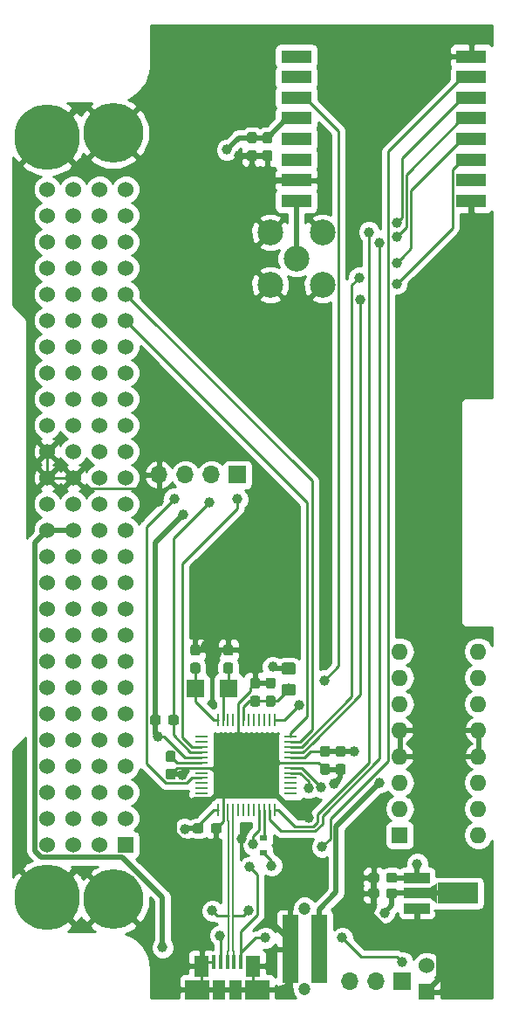
<source format=gbl>
G04 #@! TF.GenerationSoftware,KiCad,Pcbnew,6.0.0-rc1-unknown-ad9916a~66~ubuntu18.04.1*
G04 #@! TF.CreationDate,2018-11-28T14:47:53-03:00*
G04 #@! TF.ProjectId,FOD,464f442e-6b69-4636-9164-5f7063625858,rev?*
G04 #@! TF.SameCoordinates,Original*
G04 #@! TF.FileFunction,Copper,L2,Bot*
G04 #@! TF.FilePolarity,Positive*
%FSLAX46Y46*%
G04 Gerber Fmt 4.6, Leading zero omitted, Abs format (unit mm)*
G04 Created by KiCad (PCBNEW 6.0.0-rc1-unknown-ad9916a~66~ubuntu18.04.1) date mié 28 nov 2018 14:47:53 -03*
%MOMM*%
%LPD*%
G01*
G04 APERTURE LIST*
G04 #@! TA.AperFunction,ComponentPad*
%ADD10C,5.800000*%
G04 #@! TD*
G04 #@! TA.AperFunction,ComponentPad*
%ADD11C,1.524000*%
G04 #@! TD*
G04 #@! TA.AperFunction,ComponentPad*
%ADD12R,1.524000X1.524000*%
G04 #@! TD*
G04 #@! TA.AperFunction,ComponentPad*
%ADD13C,6.350000*%
G04 #@! TD*
G04 #@! TA.AperFunction,Conductor*
%ADD14C,0.100000*%
G04 #@! TD*
G04 #@! TA.AperFunction,SMDPad,CuDef*
%ADD15C,0.950000*%
G04 #@! TD*
G04 #@! TA.AperFunction,SMDPad,CuDef*
%ADD16R,1.600000X6.600000*%
G04 #@! TD*
G04 #@! TA.AperFunction,SMDPad,CuDef*
%ADD17R,0.700000X0.600000*%
G04 #@! TD*
G04 #@! TA.AperFunction,SMDPad,CuDef*
%ADD18R,0.450000X1.380000*%
G04 #@! TD*
G04 #@! TA.AperFunction,SMDPad,CuDef*
%ADD19R,1.475000X2.100000*%
G04 #@! TD*
G04 #@! TA.AperFunction,SMDPad,CuDef*
%ADD20R,2.375000X1.900000*%
G04 #@! TD*
G04 #@! TA.AperFunction,SMDPad,CuDef*
%ADD21R,1.175000X1.900000*%
G04 #@! TD*
G04 #@! TA.AperFunction,ComponentPad*
%ADD22C,2.500000*%
G04 #@! TD*
G04 #@! TA.AperFunction,ComponentPad*
%ADD23R,1.700000X1.700000*%
G04 #@! TD*
G04 #@! TA.AperFunction,ComponentPad*
%ADD24O,1.700000X1.700000*%
G04 #@! TD*
G04 #@! TA.AperFunction,SMDPad,CuDef*
%ADD25C,1.150000*%
G04 #@! TD*
G04 #@! TA.AperFunction,SMDPad,CuDef*
%ADD26C,0.750000*%
G04 #@! TD*
G04 #@! TA.AperFunction,SMDPad,CuDef*
%ADD27R,4.000000X2.000000*%
G04 #@! TD*
G04 #@! TA.AperFunction,SMDPad,CuDef*
%ADD28R,2.500000X1.000000*%
G04 #@! TD*
G04 #@! TA.AperFunction,SMDPad,CuDef*
%ADD29R,0.250000X1.300000*%
G04 #@! TD*
G04 #@! TA.AperFunction,SMDPad,CuDef*
%ADD30R,1.300000X0.250000*%
G04 #@! TD*
G04 #@! TA.AperFunction,SMDPad,CuDef*
%ADD31R,3.000000X1.300000*%
G04 #@! TD*
G04 #@! TA.AperFunction,SMDPad,CuDef*
%ADD32R,1.750000X1.800000*%
G04 #@! TD*
G04 #@! TA.AperFunction,ComponentPad*
%ADD33R,1.600000X1.600000*%
G04 #@! TD*
G04 #@! TA.AperFunction,ComponentPad*
%ADD34O,1.600000X1.600000*%
G04 #@! TD*
G04 #@! TA.AperFunction,ViaPad*
%ADD35C,1.200000*%
G04 #@! TD*
G04 #@! TA.AperFunction,ViaPad*
%ADD36C,1.000000*%
G04 #@! TD*
G04 #@! TA.AperFunction,Conductor*
%ADD37C,0.500000*%
G04 #@! TD*
G04 #@! TA.AperFunction,Conductor*
%ADD38C,0.250000*%
G04 #@! TD*
G04 #@! TA.AperFunction,Conductor*
%ADD39C,0.200000*%
G04 #@! TD*
G04 #@! TA.AperFunction,Conductor*
%ADD40C,0.254000*%
G04 #@! TD*
G04 APERTURE END LIST*
D10*
G04 #@! TO.P,U2,*
G04 #@! TO.N,GND*
X129440001Y-132290001D03*
X129440001Y-57990001D03*
D11*
G04 #@! TO.P,U2,53*
G04 #@! TO.N,Net-(U2-Pad53)*
X125570001Y-126980001D03*
G04 #@! TO.P,U2,54*
G04 #@! TO.N,Net-(U2-Pad54)*
X123030001Y-126980001D03*
G04 #@! TO.P,U2,55*
G04 #@! TO.N,Net-(U2-Pad55)*
X125570001Y-124440001D03*
G04 #@! TO.P,U2,56*
G04 #@! TO.N,Net-(U2-Pad56)*
X123030001Y-124440001D03*
G04 #@! TO.P,U2,57*
G04 #@! TO.N,Net-(U2-Pad57)*
X125570001Y-121900001D03*
G04 #@! TO.P,U2,58*
G04 #@! TO.N,Net-(U2-Pad58)*
X123030001Y-121900001D03*
G04 #@! TO.P,U2,59*
G04 #@! TO.N,Net-(U2-Pad59)*
X125570001Y-119360001D03*
G04 #@! TO.P,U2,60*
G04 #@! TO.N,Net-(U2-Pad60)*
X123030001Y-119360001D03*
G04 #@! TO.P,U2,61*
G04 #@! TO.N,Net-(U2-Pad61)*
X125570001Y-116820001D03*
G04 #@! TO.P,U2,62*
G04 #@! TO.N,Net-(U2-Pad62)*
X123030001Y-116820001D03*
G04 #@! TO.P,U2,63*
G04 #@! TO.N,Net-(U2-Pad63)*
X125570001Y-114280001D03*
G04 #@! TO.P,U2,64*
G04 #@! TO.N,Net-(U2-Pad64)*
X123030001Y-114280001D03*
G04 #@! TO.P,U2,65*
G04 #@! TO.N,Net-(U2-Pad65)*
X125570001Y-111740001D03*
G04 #@! TO.P,U2,66*
G04 #@! TO.N,Net-(U2-Pad66)*
X123030001Y-111740001D03*
G04 #@! TO.P,U2,67*
G04 #@! TO.N,Net-(U2-Pad67)*
X125570001Y-109200001D03*
G04 #@! TO.P,U2,68*
G04 #@! TO.N,Net-(U2-Pad68)*
X123030001Y-109200001D03*
G04 #@! TO.P,U2,69*
G04 #@! TO.N,Net-(U2-Pad69)*
X125570001Y-106660001D03*
G04 #@! TO.P,U2,70*
G04 #@! TO.N,Net-(U2-Pad70)*
X123030001Y-106660001D03*
G04 #@! TO.P,U2,71*
G04 #@! TO.N,Net-(U2-Pad71)*
X125570001Y-104120001D03*
G04 #@! TO.P,U2,72*
G04 #@! TO.N,Net-(U2-Pad72)*
X123030001Y-104120001D03*
G04 #@! TO.P,U2,73*
G04 #@! TO.N,Net-(U2-Pad73)*
X125570001Y-101580001D03*
G04 #@! TO.P,U2,74*
G04 #@! TO.N,Net-(U2-Pad74)*
X123030001Y-101580001D03*
G04 #@! TO.P,U2,75*
G04 #@! TO.N,Net-(U2-Pad75)*
X125570001Y-99040001D03*
G04 #@! TO.P,U2,76*
G04 #@! TO.N,Net-(U2-Pad76)*
X123030001Y-99040001D03*
G04 #@! TO.P,U2,77*
G04 #@! TO.N,/VIN*
X125570001Y-96500001D03*
G04 #@! TO.P,U2,78*
X123030001Y-96500001D03*
G04 #@! TO.P,U2,79*
G04 #@! TO.N,Net-(U2-Pad79)*
X125570001Y-93960001D03*
G04 #@! TO.P,U2,80*
G04 #@! TO.N,Net-(U2-Pad80)*
X123030001Y-93960001D03*
G04 #@! TO.P,U2,81*
G04 #@! TO.N,GND*
X125570001Y-91420001D03*
G04 #@! TO.P,U2,82*
X123030001Y-91420001D03*
G04 #@! TO.P,U2,83*
G04 #@! TO.N,Net-(U2-Pad83)*
X125570001Y-88880001D03*
G04 #@! TO.P,U2,84*
G04 #@! TO.N,GND*
X123030001Y-88880001D03*
G04 #@! TO.P,U2,85*
G04 #@! TO.N,Net-(U2-Pad85)*
X125570001Y-86340001D03*
G04 #@! TO.P,U2,86*
G04 #@! TO.N,Net-(U2-Pad86)*
X123030001Y-86340001D03*
G04 #@! TO.P,U2,87*
G04 #@! TO.N,Net-(U2-Pad87)*
X125570001Y-83800001D03*
G04 #@! TO.P,U2,88*
G04 #@! TO.N,Net-(U2-Pad88)*
X123030001Y-83800001D03*
G04 #@! TO.P,U2,89*
G04 #@! TO.N,Net-(U2-Pad89)*
X125570001Y-81260001D03*
G04 #@! TO.P,U2,90*
G04 #@! TO.N,Net-(U2-Pad90)*
X123030001Y-81260001D03*
G04 #@! TO.P,U2,91*
G04 #@! TO.N,Net-(U2-Pad91)*
X125570001Y-78720001D03*
G04 #@! TO.P,U2,92*
G04 #@! TO.N,Net-(U2-Pad92)*
X123030001Y-78720001D03*
G04 #@! TO.P,U2,93*
G04 #@! TO.N,Net-(U2-Pad93)*
X125570001Y-76180001D03*
G04 #@! TO.P,U2,94*
G04 #@! TO.N,Net-(U2-Pad94)*
X123030001Y-76180001D03*
G04 #@! TO.P,U2,95*
G04 #@! TO.N,Net-(U2-Pad95)*
X125570001Y-73640001D03*
G04 #@! TO.P,U2,96*
G04 #@! TO.N,Net-(U2-Pad96)*
X123030001Y-73640001D03*
G04 #@! TO.P,U2,97*
G04 #@! TO.N,Net-(U2-Pad97)*
X125570001Y-71100001D03*
G04 #@! TO.P,U2,98*
G04 #@! TO.N,Net-(U2-Pad98)*
X123030001Y-71100001D03*
G04 #@! TO.P,U2,99*
G04 #@! TO.N,Net-(U2-Pad99)*
X125570001Y-68560001D03*
G04 #@! TO.P,U2,100*
G04 #@! TO.N,Net-(U2-Pad100)*
X123030001Y-68560001D03*
G04 #@! TO.P,U2,101*
G04 #@! TO.N,Net-(U2-Pad101)*
X125570001Y-66020001D03*
G04 #@! TO.P,U2,102*
G04 #@! TO.N,Net-(U2-Pad102)*
X123030001Y-66020001D03*
G04 #@! TO.P,U2,103*
G04 #@! TO.N,Net-(U2-Pad103)*
X125570001Y-63480001D03*
G04 #@! TO.P,U2,104*
G04 #@! TO.N,Net-(U2-Pad104)*
X123030001Y-63480001D03*
D12*
G04 #@! TO.P,U2,1*
G04 #@! TO.N,Net-(U2-Pad1)*
X130650001Y-126980001D03*
D11*
G04 #@! TO.P,U2,2*
G04 #@! TO.N,Net-(U2-Pad2)*
X128110001Y-126980001D03*
G04 #@! TO.P,U2,3*
G04 #@! TO.N,Net-(U2-Pad3)*
X130650001Y-124440001D03*
G04 #@! TO.P,U2,4*
G04 #@! TO.N,Net-(U2-Pad4)*
X128110001Y-124440001D03*
G04 #@! TO.P,U2,5*
G04 #@! TO.N,Net-(U2-Pad5)*
X130650001Y-121900001D03*
G04 #@! TO.P,U2,6*
G04 #@! TO.N,Net-(U2-Pad6)*
X128110001Y-121900001D03*
G04 #@! TO.P,U2,7*
G04 #@! TO.N,Net-(U2-Pad7)*
X130650001Y-119360001D03*
G04 #@! TO.P,U2,8*
G04 #@! TO.N,Net-(U2-Pad8)*
X128110001Y-119360001D03*
G04 #@! TO.P,U2,9*
G04 #@! TO.N,Net-(U2-Pad9)*
X130650001Y-116820001D03*
G04 #@! TO.P,U2,10*
G04 #@! TO.N,Net-(U2-Pad10)*
X128110001Y-116820001D03*
G04 #@! TO.P,U2,11*
G04 #@! TO.N,Net-(U2-Pad11)*
X130650001Y-114280001D03*
G04 #@! TO.P,U2,12*
G04 #@! TO.N,Net-(U2-Pad12)*
X128110001Y-114280001D03*
G04 #@! TO.P,U2,13*
G04 #@! TO.N,Net-(U2-Pad13)*
X130650001Y-111740001D03*
G04 #@! TO.P,U2,14*
G04 #@! TO.N,Net-(U2-Pad14)*
X128110001Y-111740001D03*
G04 #@! TO.P,U2,15*
G04 #@! TO.N,Net-(U2-Pad15)*
X130650001Y-109200001D03*
G04 #@! TO.P,U2,16*
G04 #@! TO.N,Net-(U2-Pad16)*
X128110001Y-109200001D03*
G04 #@! TO.P,U2,17*
G04 #@! TO.N,Net-(U2-Pad17)*
X130650001Y-106660001D03*
G04 #@! TO.P,U2,18*
G04 #@! TO.N,Net-(U2-Pad18)*
X128110001Y-106660001D03*
G04 #@! TO.P,U2,19*
G04 #@! TO.N,Net-(U2-Pad19)*
X130650001Y-104120001D03*
G04 #@! TO.P,U2,20*
G04 #@! TO.N,Net-(U2-Pad20)*
X128110001Y-104120001D03*
G04 #@! TO.P,U2,21*
G04 #@! TO.N,Net-(U2-Pad21)*
X130650001Y-101580001D03*
G04 #@! TO.P,U2,22*
G04 #@! TO.N,Net-(U2-Pad22)*
X128110001Y-101580001D03*
G04 #@! TO.P,U2,23*
G04 #@! TO.N,Net-(U2-Pad23)*
X130650001Y-99040001D03*
G04 #@! TO.P,U2,24*
G04 #@! TO.N,Net-(U2-Pad24)*
X128110001Y-99040001D03*
G04 #@! TO.P,U2,25*
G04 #@! TO.N,Net-(U2-Pad25)*
X130650001Y-96500001D03*
G04 #@! TO.P,U2,26*
G04 #@! TO.N,Net-(U2-Pad26)*
X128110001Y-96500001D03*
G04 #@! TO.P,U2,27*
G04 #@! TO.N,Net-(U2-Pad27)*
X130650001Y-93960001D03*
G04 #@! TO.P,U2,28*
G04 #@! TO.N,Net-(U2-Pad28)*
X128110001Y-93960001D03*
G04 #@! TO.P,U2,29*
G04 #@! TO.N,Net-(U2-Pad29)*
X130650001Y-91420001D03*
G04 #@! TO.P,U2,30*
G04 #@! TO.N,Net-(U2-Pad30)*
X128110001Y-91420001D03*
G04 #@! TO.P,U2,31*
G04 #@! TO.N,Net-(U2-Pad31)*
X130650001Y-88880001D03*
G04 #@! TO.P,U2,32*
G04 #@! TO.N,Net-(U2-Pad32)*
X128110001Y-88880001D03*
G04 #@! TO.P,U2,33*
G04 #@! TO.N,Net-(U2-Pad33)*
X130650001Y-86340001D03*
G04 #@! TO.P,U2,34*
G04 #@! TO.N,Net-(U2-Pad34)*
X128110001Y-86340001D03*
G04 #@! TO.P,U2,35*
G04 #@! TO.N,Net-(U2-Pad35)*
X130650001Y-83800001D03*
G04 #@! TO.P,U2,36*
G04 #@! TO.N,Net-(U2-Pad36)*
X128110001Y-83800001D03*
G04 #@! TO.P,U2,37*
G04 #@! TO.N,Net-(U2-Pad37)*
X130650001Y-81260001D03*
G04 #@! TO.P,U2,38*
G04 #@! TO.N,Net-(U2-Pad38)*
X128110001Y-81260001D03*
G04 #@! TO.P,U2,39*
G04 #@! TO.N,Net-(U2-Pad39)*
X130650001Y-78720001D03*
G04 #@! TO.P,U2,40*
G04 #@! TO.N,Net-(U2-Pad40)*
X128110001Y-78720001D03*
G04 #@! TO.P,U2,41*
G04 #@! TO.N,/SDA*
X130650001Y-76180001D03*
G04 #@! TO.P,U2,42*
G04 #@! TO.N,Net-(U2-Pad42)*
X128110001Y-76180001D03*
G04 #@! TO.P,U2,43*
G04 #@! TO.N,/SCL*
X130650001Y-73640001D03*
G04 #@! TO.P,U2,44*
G04 #@! TO.N,Net-(U2-Pad44)*
X128110001Y-73640001D03*
G04 #@! TO.P,U2,45*
G04 #@! TO.N,Net-(U2-Pad45)*
X130650001Y-71100001D03*
G04 #@! TO.P,U2,46*
G04 #@! TO.N,Net-(U2-Pad46)*
X128110001Y-71100001D03*
G04 #@! TO.P,U2,47*
G04 #@! TO.N,Net-(U2-Pad47)*
X130650001Y-68560001D03*
G04 #@! TO.P,U2,48*
G04 #@! TO.N,Net-(U2-Pad48)*
X128110001Y-68560001D03*
G04 #@! TO.P,U2,49*
G04 #@! TO.N,Net-(U2-Pad49)*
X130650001Y-66020001D03*
G04 #@! TO.P,U2,50*
G04 #@! TO.N,Net-(U2-Pad50)*
X128110001Y-66020001D03*
G04 #@! TO.P,U2,51*
G04 #@! TO.N,Net-(U2-Pad51)*
X130650001Y-63480001D03*
G04 #@! TO.P,U2,52*
G04 #@! TO.N,Net-(U2-Pad52)*
X128110001Y-63480001D03*
D13*
G04 #@! TO.P,U2,*
G04 #@! TO.N,GND*
X123050001Y-58400001D03*
X123050001Y-132060001D03*
G04 #@! TD*
D14*
G04 #@! TO.N,/SWCLK*
G04 #@! TO.C,R1*
G36*
X135585779Y-114426144D02*
X135608834Y-114429563D01*
X135631443Y-114435227D01*
X135653387Y-114443079D01*
X135674457Y-114453044D01*
X135694448Y-114465026D01*
X135713168Y-114478910D01*
X135730438Y-114494562D01*
X135746090Y-114511832D01*
X135759974Y-114530552D01*
X135771956Y-114550543D01*
X135781921Y-114571613D01*
X135789773Y-114593557D01*
X135795437Y-114616166D01*
X135798856Y-114639221D01*
X135800000Y-114662500D01*
X135800000Y-115137500D01*
X135798856Y-115160779D01*
X135795437Y-115183834D01*
X135789773Y-115206443D01*
X135781921Y-115228387D01*
X135771956Y-115249457D01*
X135759974Y-115269448D01*
X135746090Y-115288168D01*
X135730438Y-115305438D01*
X135713168Y-115321090D01*
X135694448Y-115334974D01*
X135674457Y-115346956D01*
X135653387Y-115356921D01*
X135631443Y-115364773D01*
X135608834Y-115370437D01*
X135585779Y-115373856D01*
X135562500Y-115375000D01*
X134987500Y-115375000D01*
X134964221Y-115373856D01*
X134941166Y-115370437D01*
X134918557Y-115364773D01*
X134896613Y-115356921D01*
X134875543Y-115346956D01*
X134855552Y-115334974D01*
X134836832Y-115321090D01*
X134819562Y-115305438D01*
X134803910Y-115288168D01*
X134790026Y-115269448D01*
X134778044Y-115249457D01*
X134768079Y-115228387D01*
X134760227Y-115206443D01*
X134754563Y-115183834D01*
X134751144Y-115160779D01*
X134750000Y-115137500D01*
X134750000Y-114662500D01*
X134751144Y-114639221D01*
X134754563Y-114616166D01*
X134760227Y-114593557D01*
X134768079Y-114571613D01*
X134778044Y-114550543D01*
X134790026Y-114530552D01*
X134803910Y-114511832D01*
X134819562Y-114494562D01*
X134836832Y-114478910D01*
X134855552Y-114465026D01*
X134875543Y-114453044D01*
X134896613Y-114443079D01*
X134918557Y-114435227D01*
X134941166Y-114429563D01*
X134964221Y-114426144D01*
X134987500Y-114425000D01*
X135562500Y-114425000D01*
X135585779Y-114426144D01*
X135585779Y-114426144D01*
G37*
D15*
G04 #@! TD*
G04 #@! TO.P,R1,2*
G04 #@! TO.N,/SWCLK*
X135275000Y-114900000D03*
D14*
G04 #@! TO.N,/3V3*
G04 #@! TO.C,R1*
G36*
X133835779Y-114426144D02*
X133858834Y-114429563D01*
X133881443Y-114435227D01*
X133903387Y-114443079D01*
X133924457Y-114453044D01*
X133944448Y-114465026D01*
X133963168Y-114478910D01*
X133980438Y-114494562D01*
X133996090Y-114511832D01*
X134009974Y-114530552D01*
X134021956Y-114550543D01*
X134031921Y-114571613D01*
X134039773Y-114593557D01*
X134045437Y-114616166D01*
X134048856Y-114639221D01*
X134050000Y-114662500D01*
X134050000Y-115137500D01*
X134048856Y-115160779D01*
X134045437Y-115183834D01*
X134039773Y-115206443D01*
X134031921Y-115228387D01*
X134021956Y-115249457D01*
X134009974Y-115269448D01*
X133996090Y-115288168D01*
X133980438Y-115305438D01*
X133963168Y-115321090D01*
X133944448Y-115334974D01*
X133924457Y-115346956D01*
X133903387Y-115356921D01*
X133881443Y-115364773D01*
X133858834Y-115370437D01*
X133835779Y-115373856D01*
X133812500Y-115375000D01*
X133237500Y-115375000D01*
X133214221Y-115373856D01*
X133191166Y-115370437D01*
X133168557Y-115364773D01*
X133146613Y-115356921D01*
X133125543Y-115346956D01*
X133105552Y-115334974D01*
X133086832Y-115321090D01*
X133069562Y-115305438D01*
X133053910Y-115288168D01*
X133040026Y-115269448D01*
X133028044Y-115249457D01*
X133018079Y-115228387D01*
X133010227Y-115206443D01*
X133004563Y-115183834D01*
X133001144Y-115160779D01*
X133000000Y-115137500D01*
X133000000Y-114662500D01*
X133001144Y-114639221D01*
X133004563Y-114616166D01*
X133010227Y-114593557D01*
X133018079Y-114571613D01*
X133028044Y-114550543D01*
X133040026Y-114530552D01*
X133053910Y-114511832D01*
X133069562Y-114494562D01*
X133086832Y-114478910D01*
X133105552Y-114465026D01*
X133125543Y-114453044D01*
X133146613Y-114443079D01*
X133168557Y-114435227D01*
X133191166Y-114429563D01*
X133214221Y-114426144D01*
X133237500Y-114425000D01*
X133812500Y-114425000D01*
X133835779Y-114426144D01*
X133835779Y-114426144D01*
G37*
D15*
G04 #@! TD*
G04 #@! TO.P,R1,1*
G04 #@! TO.N,/3V3*
X133525000Y-114900000D03*
D16*
G04 #@! TO.P,R3,2*
G04 #@! TO.N,/Deploy/DPL_OUT*
X149400000Y-137090000D03*
G04 #@! TO.P,R3,1*
G04 #@! TO.N,GND*
X146600000Y-137090000D03*
G04 #@! TD*
D14*
G04 #@! TO.N,/3V3*
G04 #@! TO.C,C4*
G36*
X151760779Y-117401144D02*
X151783834Y-117404563D01*
X151806443Y-117410227D01*
X151828387Y-117418079D01*
X151849457Y-117428044D01*
X151869448Y-117440026D01*
X151888168Y-117453910D01*
X151905438Y-117469562D01*
X151921090Y-117486832D01*
X151934974Y-117505552D01*
X151946956Y-117525543D01*
X151956921Y-117546613D01*
X151964773Y-117568557D01*
X151970437Y-117591166D01*
X151973856Y-117614221D01*
X151975000Y-117637500D01*
X151975000Y-118212500D01*
X151973856Y-118235779D01*
X151970437Y-118258834D01*
X151964773Y-118281443D01*
X151956921Y-118303387D01*
X151946956Y-118324457D01*
X151934974Y-118344448D01*
X151921090Y-118363168D01*
X151905438Y-118380438D01*
X151888168Y-118396090D01*
X151869448Y-118409974D01*
X151849457Y-118421956D01*
X151828387Y-118431921D01*
X151806443Y-118439773D01*
X151783834Y-118445437D01*
X151760779Y-118448856D01*
X151737500Y-118450000D01*
X151262500Y-118450000D01*
X151239221Y-118448856D01*
X151216166Y-118445437D01*
X151193557Y-118439773D01*
X151171613Y-118431921D01*
X151150543Y-118421956D01*
X151130552Y-118409974D01*
X151111832Y-118396090D01*
X151094562Y-118380438D01*
X151078910Y-118363168D01*
X151065026Y-118344448D01*
X151053044Y-118324457D01*
X151043079Y-118303387D01*
X151035227Y-118281443D01*
X151029563Y-118258834D01*
X151026144Y-118235779D01*
X151025000Y-118212500D01*
X151025000Y-117637500D01*
X151026144Y-117614221D01*
X151029563Y-117591166D01*
X151035227Y-117568557D01*
X151043079Y-117546613D01*
X151053044Y-117525543D01*
X151065026Y-117505552D01*
X151078910Y-117486832D01*
X151094562Y-117469562D01*
X151111832Y-117453910D01*
X151130552Y-117440026D01*
X151150543Y-117428044D01*
X151171613Y-117418079D01*
X151193557Y-117410227D01*
X151216166Y-117404563D01*
X151239221Y-117401144D01*
X151262500Y-117400000D01*
X151737500Y-117400000D01*
X151760779Y-117401144D01*
X151760779Y-117401144D01*
G37*
D15*
G04 #@! TD*
G04 #@! TO.P,C4,1*
G04 #@! TO.N,/3V3*
X151500000Y-117925000D03*
D14*
G04 #@! TO.N,GND*
G04 #@! TO.C,C4*
G36*
X151760779Y-119151144D02*
X151783834Y-119154563D01*
X151806443Y-119160227D01*
X151828387Y-119168079D01*
X151849457Y-119178044D01*
X151869448Y-119190026D01*
X151888168Y-119203910D01*
X151905438Y-119219562D01*
X151921090Y-119236832D01*
X151934974Y-119255552D01*
X151946956Y-119275543D01*
X151956921Y-119296613D01*
X151964773Y-119318557D01*
X151970437Y-119341166D01*
X151973856Y-119364221D01*
X151975000Y-119387500D01*
X151975000Y-119962500D01*
X151973856Y-119985779D01*
X151970437Y-120008834D01*
X151964773Y-120031443D01*
X151956921Y-120053387D01*
X151946956Y-120074457D01*
X151934974Y-120094448D01*
X151921090Y-120113168D01*
X151905438Y-120130438D01*
X151888168Y-120146090D01*
X151869448Y-120159974D01*
X151849457Y-120171956D01*
X151828387Y-120181921D01*
X151806443Y-120189773D01*
X151783834Y-120195437D01*
X151760779Y-120198856D01*
X151737500Y-120200000D01*
X151262500Y-120200000D01*
X151239221Y-120198856D01*
X151216166Y-120195437D01*
X151193557Y-120189773D01*
X151171613Y-120181921D01*
X151150543Y-120171956D01*
X151130552Y-120159974D01*
X151111832Y-120146090D01*
X151094562Y-120130438D01*
X151078910Y-120113168D01*
X151065026Y-120094448D01*
X151053044Y-120074457D01*
X151043079Y-120053387D01*
X151035227Y-120031443D01*
X151029563Y-120008834D01*
X151026144Y-119985779D01*
X151025000Y-119962500D01*
X151025000Y-119387500D01*
X151026144Y-119364221D01*
X151029563Y-119341166D01*
X151035227Y-119318557D01*
X151043079Y-119296613D01*
X151053044Y-119275543D01*
X151065026Y-119255552D01*
X151078910Y-119236832D01*
X151094562Y-119219562D01*
X151111832Y-119203910D01*
X151130552Y-119190026D01*
X151150543Y-119178044D01*
X151171613Y-119168079D01*
X151193557Y-119160227D01*
X151216166Y-119154563D01*
X151239221Y-119151144D01*
X151262500Y-119150000D01*
X151737500Y-119150000D01*
X151760779Y-119151144D01*
X151760779Y-119151144D01*
G37*
D15*
G04 #@! TD*
G04 #@! TO.P,C4,2*
G04 #@! TO.N,GND*
X151500000Y-119675000D03*
D14*
G04 #@! TO.N,/VDDCORE*
G04 #@! TO.C,C5*
G36*
X135260779Y-117901144D02*
X135283834Y-117904563D01*
X135306443Y-117910227D01*
X135328387Y-117918079D01*
X135349457Y-117928044D01*
X135369448Y-117940026D01*
X135388168Y-117953910D01*
X135405438Y-117969562D01*
X135421090Y-117986832D01*
X135434974Y-118005552D01*
X135446956Y-118025543D01*
X135456921Y-118046613D01*
X135464773Y-118068557D01*
X135470437Y-118091166D01*
X135473856Y-118114221D01*
X135475000Y-118137500D01*
X135475000Y-118712500D01*
X135473856Y-118735779D01*
X135470437Y-118758834D01*
X135464773Y-118781443D01*
X135456921Y-118803387D01*
X135446956Y-118824457D01*
X135434974Y-118844448D01*
X135421090Y-118863168D01*
X135405438Y-118880438D01*
X135388168Y-118896090D01*
X135369448Y-118909974D01*
X135349457Y-118921956D01*
X135328387Y-118931921D01*
X135306443Y-118939773D01*
X135283834Y-118945437D01*
X135260779Y-118948856D01*
X135237500Y-118950000D01*
X134762500Y-118950000D01*
X134739221Y-118948856D01*
X134716166Y-118945437D01*
X134693557Y-118939773D01*
X134671613Y-118931921D01*
X134650543Y-118921956D01*
X134630552Y-118909974D01*
X134611832Y-118896090D01*
X134594562Y-118880438D01*
X134578910Y-118863168D01*
X134565026Y-118844448D01*
X134553044Y-118824457D01*
X134543079Y-118803387D01*
X134535227Y-118781443D01*
X134529563Y-118758834D01*
X134526144Y-118735779D01*
X134525000Y-118712500D01*
X134525000Y-118137500D01*
X134526144Y-118114221D01*
X134529563Y-118091166D01*
X134535227Y-118068557D01*
X134543079Y-118046613D01*
X134553044Y-118025543D01*
X134565026Y-118005552D01*
X134578910Y-117986832D01*
X134594562Y-117969562D01*
X134611832Y-117953910D01*
X134630552Y-117940026D01*
X134650543Y-117928044D01*
X134671613Y-117918079D01*
X134693557Y-117910227D01*
X134716166Y-117904563D01*
X134739221Y-117901144D01*
X134762500Y-117900000D01*
X135237500Y-117900000D01*
X135260779Y-117901144D01*
X135260779Y-117901144D01*
G37*
D15*
G04 #@! TD*
G04 #@! TO.P,C5,1*
G04 #@! TO.N,/VDDCORE*
X135000000Y-118425000D03*
D14*
G04 #@! TO.N,GND*
G04 #@! TO.C,C5*
G36*
X135260779Y-119651144D02*
X135283834Y-119654563D01*
X135306443Y-119660227D01*
X135328387Y-119668079D01*
X135349457Y-119678044D01*
X135369448Y-119690026D01*
X135388168Y-119703910D01*
X135405438Y-119719562D01*
X135421090Y-119736832D01*
X135434974Y-119755552D01*
X135446956Y-119775543D01*
X135456921Y-119796613D01*
X135464773Y-119818557D01*
X135470437Y-119841166D01*
X135473856Y-119864221D01*
X135475000Y-119887500D01*
X135475000Y-120462500D01*
X135473856Y-120485779D01*
X135470437Y-120508834D01*
X135464773Y-120531443D01*
X135456921Y-120553387D01*
X135446956Y-120574457D01*
X135434974Y-120594448D01*
X135421090Y-120613168D01*
X135405438Y-120630438D01*
X135388168Y-120646090D01*
X135369448Y-120659974D01*
X135349457Y-120671956D01*
X135328387Y-120681921D01*
X135306443Y-120689773D01*
X135283834Y-120695437D01*
X135260779Y-120698856D01*
X135237500Y-120700000D01*
X134762500Y-120700000D01*
X134739221Y-120698856D01*
X134716166Y-120695437D01*
X134693557Y-120689773D01*
X134671613Y-120681921D01*
X134650543Y-120671956D01*
X134630552Y-120659974D01*
X134611832Y-120646090D01*
X134594562Y-120630438D01*
X134578910Y-120613168D01*
X134565026Y-120594448D01*
X134553044Y-120574457D01*
X134543079Y-120553387D01*
X134535227Y-120531443D01*
X134529563Y-120508834D01*
X134526144Y-120485779D01*
X134525000Y-120462500D01*
X134525000Y-119887500D01*
X134526144Y-119864221D01*
X134529563Y-119841166D01*
X134535227Y-119818557D01*
X134543079Y-119796613D01*
X134553044Y-119775543D01*
X134565026Y-119755552D01*
X134578910Y-119736832D01*
X134594562Y-119719562D01*
X134611832Y-119703910D01*
X134630552Y-119690026D01*
X134650543Y-119678044D01*
X134671613Y-119668079D01*
X134693557Y-119660227D01*
X134716166Y-119654563D01*
X134739221Y-119651144D01*
X134762500Y-119650000D01*
X135237500Y-119650000D01*
X135260779Y-119651144D01*
X135260779Y-119651144D01*
G37*
D15*
G04 #@! TD*
G04 #@! TO.P,C5,2*
G04 #@! TO.N,GND*
X135000000Y-120175000D03*
D14*
G04 #@! TO.N,GND*
G04 #@! TO.C,C2a1*
G36*
X143460779Y-110801144D02*
X143483834Y-110804563D01*
X143506443Y-110810227D01*
X143528387Y-110818079D01*
X143549457Y-110828044D01*
X143569448Y-110840026D01*
X143588168Y-110853910D01*
X143605438Y-110869562D01*
X143621090Y-110886832D01*
X143634974Y-110905552D01*
X143646956Y-110925543D01*
X143656921Y-110946613D01*
X143664773Y-110968557D01*
X143670437Y-110991166D01*
X143673856Y-111014221D01*
X143675000Y-111037500D01*
X143675000Y-111612500D01*
X143673856Y-111635779D01*
X143670437Y-111658834D01*
X143664773Y-111681443D01*
X143656921Y-111703387D01*
X143646956Y-111724457D01*
X143634974Y-111744448D01*
X143621090Y-111763168D01*
X143605438Y-111780438D01*
X143588168Y-111796090D01*
X143569448Y-111809974D01*
X143549457Y-111821956D01*
X143528387Y-111831921D01*
X143506443Y-111839773D01*
X143483834Y-111845437D01*
X143460779Y-111848856D01*
X143437500Y-111850000D01*
X142962500Y-111850000D01*
X142939221Y-111848856D01*
X142916166Y-111845437D01*
X142893557Y-111839773D01*
X142871613Y-111831921D01*
X142850543Y-111821956D01*
X142830552Y-111809974D01*
X142811832Y-111796090D01*
X142794562Y-111780438D01*
X142778910Y-111763168D01*
X142765026Y-111744448D01*
X142753044Y-111724457D01*
X142743079Y-111703387D01*
X142735227Y-111681443D01*
X142729563Y-111658834D01*
X142726144Y-111635779D01*
X142725000Y-111612500D01*
X142725000Y-111037500D01*
X142726144Y-111014221D01*
X142729563Y-110991166D01*
X142735227Y-110968557D01*
X142743079Y-110946613D01*
X142753044Y-110925543D01*
X142765026Y-110905552D01*
X142778910Y-110886832D01*
X142794562Y-110869562D01*
X142811832Y-110853910D01*
X142830552Y-110840026D01*
X142850543Y-110828044D01*
X142871613Y-110818079D01*
X142893557Y-110810227D01*
X142916166Y-110804563D01*
X142939221Y-110801144D01*
X142962500Y-110800000D01*
X143437500Y-110800000D01*
X143460779Y-110801144D01*
X143460779Y-110801144D01*
G37*
D15*
G04 #@! TD*
G04 #@! TO.P,C2a1,2*
G04 #@! TO.N,GND*
X143200000Y-111325000D03*
D14*
G04 #@! TO.N,/VDDANA*
G04 #@! TO.C,C2a1*
G36*
X143460779Y-112551144D02*
X143483834Y-112554563D01*
X143506443Y-112560227D01*
X143528387Y-112568079D01*
X143549457Y-112578044D01*
X143569448Y-112590026D01*
X143588168Y-112603910D01*
X143605438Y-112619562D01*
X143621090Y-112636832D01*
X143634974Y-112655552D01*
X143646956Y-112675543D01*
X143656921Y-112696613D01*
X143664773Y-112718557D01*
X143670437Y-112741166D01*
X143673856Y-112764221D01*
X143675000Y-112787500D01*
X143675000Y-113362500D01*
X143673856Y-113385779D01*
X143670437Y-113408834D01*
X143664773Y-113431443D01*
X143656921Y-113453387D01*
X143646956Y-113474457D01*
X143634974Y-113494448D01*
X143621090Y-113513168D01*
X143605438Y-113530438D01*
X143588168Y-113546090D01*
X143569448Y-113559974D01*
X143549457Y-113571956D01*
X143528387Y-113581921D01*
X143506443Y-113589773D01*
X143483834Y-113595437D01*
X143460779Y-113598856D01*
X143437500Y-113600000D01*
X142962500Y-113600000D01*
X142939221Y-113598856D01*
X142916166Y-113595437D01*
X142893557Y-113589773D01*
X142871613Y-113581921D01*
X142850543Y-113571956D01*
X142830552Y-113559974D01*
X142811832Y-113546090D01*
X142794562Y-113530438D01*
X142778910Y-113513168D01*
X142765026Y-113494448D01*
X142753044Y-113474457D01*
X142743079Y-113453387D01*
X142735227Y-113431443D01*
X142729563Y-113408834D01*
X142726144Y-113385779D01*
X142725000Y-113362500D01*
X142725000Y-112787500D01*
X142726144Y-112764221D01*
X142729563Y-112741166D01*
X142735227Y-112718557D01*
X142743079Y-112696613D01*
X142753044Y-112675543D01*
X142765026Y-112655552D01*
X142778910Y-112636832D01*
X142794562Y-112619562D01*
X142811832Y-112603910D01*
X142830552Y-112590026D01*
X142850543Y-112578044D01*
X142871613Y-112568079D01*
X142893557Y-112560227D01*
X142916166Y-112554563D01*
X142939221Y-112551144D01*
X142962500Y-112550000D01*
X143437500Y-112550000D01*
X143460779Y-112551144D01*
X143460779Y-112551144D01*
G37*
D15*
G04 #@! TD*
G04 #@! TO.P,C2a1,1*
G04 #@! TO.N,/VDDANA*
X143200000Y-113075000D03*
D14*
G04 #@! TO.N,GND*
G04 #@! TO.C,C2b1*
G36*
X144960779Y-110801144D02*
X144983834Y-110804563D01*
X145006443Y-110810227D01*
X145028387Y-110818079D01*
X145049457Y-110828044D01*
X145069448Y-110840026D01*
X145088168Y-110853910D01*
X145105438Y-110869562D01*
X145121090Y-110886832D01*
X145134974Y-110905552D01*
X145146956Y-110925543D01*
X145156921Y-110946613D01*
X145164773Y-110968557D01*
X145170437Y-110991166D01*
X145173856Y-111014221D01*
X145175000Y-111037500D01*
X145175000Y-111612500D01*
X145173856Y-111635779D01*
X145170437Y-111658834D01*
X145164773Y-111681443D01*
X145156921Y-111703387D01*
X145146956Y-111724457D01*
X145134974Y-111744448D01*
X145121090Y-111763168D01*
X145105438Y-111780438D01*
X145088168Y-111796090D01*
X145069448Y-111809974D01*
X145049457Y-111821956D01*
X145028387Y-111831921D01*
X145006443Y-111839773D01*
X144983834Y-111845437D01*
X144960779Y-111848856D01*
X144937500Y-111850000D01*
X144462500Y-111850000D01*
X144439221Y-111848856D01*
X144416166Y-111845437D01*
X144393557Y-111839773D01*
X144371613Y-111831921D01*
X144350543Y-111821956D01*
X144330552Y-111809974D01*
X144311832Y-111796090D01*
X144294562Y-111780438D01*
X144278910Y-111763168D01*
X144265026Y-111744448D01*
X144253044Y-111724457D01*
X144243079Y-111703387D01*
X144235227Y-111681443D01*
X144229563Y-111658834D01*
X144226144Y-111635779D01*
X144225000Y-111612500D01*
X144225000Y-111037500D01*
X144226144Y-111014221D01*
X144229563Y-110991166D01*
X144235227Y-110968557D01*
X144243079Y-110946613D01*
X144253044Y-110925543D01*
X144265026Y-110905552D01*
X144278910Y-110886832D01*
X144294562Y-110869562D01*
X144311832Y-110853910D01*
X144330552Y-110840026D01*
X144350543Y-110828044D01*
X144371613Y-110818079D01*
X144393557Y-110810227D01*
X144416166Y-110804563D01*
X144439221Y-110801144D01*
X144462500Y-110800000D01*
X144937500Y-110800000D01*
X144960779Y-110801144D01*
X144960779Y-110801144D01*
G37*
D15*
G04 #@! TD*
G04 #@! TO.P,C2b1,2*
G04 #@! TO.N,GND*
X144700000Y-111325000D03*
D14*
G04 #@! TO.N,/VDDANA*
G04 #@! TO.C,C2b1*
G36*
X144960779Y-112551144D02*
X144983834Y-112554563D01*
X145006443Y-112560227D01*
X145028387Y-112568079D01*
X145049457Y-112578044D01*
X145069448Y-112590026D01*
X145088168Y-112603910D01*
X145105438Y-112619562D01*
X145121090Y-112636832D01*
X145134974Y-112655552D01*
X145146956Y-112675543D01*
X145156921Y-112696613D01*
X145164773Y-112718557D01*
X145170437Y-112741166D01*
X145173856Y-112764221D01*
X145175000Y-112787500D01*
X145175000Y-113362500D01*
X145173856Y-113385779D01*
X145170437Y-113408834D01*
X145164773Y-113431443D01*
X145156921Y-113453387D01*
X145146956Y-113474457D01*
X145134974Y-113494448D01*
X145121090Y-113513168D01*
X145105438Y-113530438D01*
X145088168Y-113546090D01*
X145069448Y-113559974D01*
X145049457Y-113571956D01*
X145028387Y-113581921D01*
X145006443Y-113589773D01*
X144983834Y-113595437D01*
X144960779Y-113598856D01*
X144937500Y-113600000D01*
X144462500Y-113600000D01*
X144439221Y-113598856D01*
X144416166Y-113595437D01*
X144393557Y-113589773D01*
X144371613Y-113581921D01*
X144350543Y-113571956D01*
X144330552Y-113559974D01*
X144311832Y-113546090D01*
X144294562Y-113530438D01*
X144278910Y-113513168D01*
X144265026Y-113494448D01*
X144253044Y-113474457D01*
X144243079Y-113453387D01*
X144235227Y-113431443D01*
X144229563Y-113408834D01*
X144226144Y-113385779D01*
X144225000Y-113362500D01*
X144225000Y-112787500D01*
X144226144Y-112764221D01*
X144229563Y-112741166D01*
X144235227Y-112718557D01*
X144243079Y-112696613D01*
X144253044Y-112675543D01*
X144265026Y-112655552D01*
X144278910Y-112636832D01*
X144294562Y-112619562D01*
X144311832Y-112603910D01*
X144330552Y-112590026D01*
X144350543Y-112578044D01*
X144371613Y-112568079D01*
X144393557Y-112560227D01*
X144416166Y-112554563D01*
X144439221Y-112551144D01*
X144462500Y-112550000D01*
X144937500Y-112550000D01*
X144960779Y-112551144D01*
X144960779Y-112551144D01*
G37*
D15*
G04 #@! TD*
G04 #@! TO.P,C2b1,1*
G04 #@! TO.N,/VDDANA*
X144700000Y-113075000D03*
D14*
G04 #@! TO.N,GND*
G04 #@! TO.C,C3a1*
G36*
X150260779Y-119151144D02*
X150283834Y-119154563D01*
X150306443Y-119160227D01*
X150328387Y-119168079D01*
X150349457Y-119178044D01*
X150369448Y-119190026D01*
X150388168Y-119203910D01*
X150405438Y-119219562D01*
X150421090Y-119236832D01*
X150434974Y-119255552D01*
X150446956Y-119275543D01*
X150456921Y-119296613D01*
X150464773Y-119318557D01*
X150470437Y-119341166D01*
X150473856Y-119364221D01*
X150475000Y-119387500D01*
X150475000Y-119962500D01*
X150473856Y-119985779D01*
X150470437Y-120008834D01*
X150464773Y-120031443D01*
X150456921Y-120053387D01*
X150446956Y-120074457D01*
X150434974Y-120094448D01*
X150421090Y-120113168D01*
X150405438Y-120130438D01*
X150388168Y-120146090D01*
X150369448Y-120159974D01*
X150349457Y-120171956D01*
X150328387Y-120181921D01*
X150306443Y-120189773D01*
X150283834Y-120195437D01*
X150260779Y-120198856D01*
X150237500Y-120200000D01*
X149762500Y-120200000D01*
X149739221Y-120198856D01*
X149716166Y-120195437D01*
X149693557Y-120189773D01*
X149671613Y-120181921D01*
X149650543Y-120171956D01*
X149630552Y-120159974D01*
X149611832Y-120146090D01*
X149594562Y-120130438D01*
X149578910Y-120113168D01*
X149565026Y-120094448D01*
X149553044Y-120074457D01*
X149543079Y-120053387D01*
X149535227Y-120031443D01*
X149529563Y-120008834D01*
X149526144Y-119985779D01*
X149525000Y-119962500D01*
X149525000Y-119387500D01*
X149526144Y-119364221D01*
X149529563Y-119341166D01*
X149535227Y-119318557D01*
X149543079Y-119296613D01*
X149553044Y-119275543D01*
X149565026Y-119255552D01*
X149578910Y-119236832D01*
X149594562Y-119219562D01*
X149611832Y-119203910D01*
X149630552Y-119190026D01*
X149650543Y-119178044D01*
X149671613Y-119168079D01*
X149693557Y-119160227D01*
X149716166Y-119154563D01*
X149739221Y-119151144D01*
X149762500Y-119150000D01*
X150237500Y-119150000D01*
X150260779Y-119151144D01*
X150260779Y-119151144D01*
G37*
D15*
G04 #@! TD*
G04 #@! TO.P,C3a1,2*
G04 #@! TO.N,GND*
X150000000Y-119675000D03*
D14*
G04 #@! TO.N,/3V3*
G04 #@! TO.C,C3a1*
G36*
X150260779Y-117401144D02*
X150283834Y-117404563D01*
X150306443Y-117410227D01*
X150328387Y-117418079D01*
X150349457Y-117428044D01*
X150369448Y-117440026D01*
X150388168Y-117453910D01*
X150405438Y-117469562D01*
X150421090Y-117486832D01*
X150434974Y-117505552D01*
X150446956Y-117525543D01*
X150456921Y-117546613D01*
X150464773Y-117568557D01*
X150470437Y-117591166D01*
X150473856Y-117614221D01*
X150475000Y-117637500D01*
X150475000Y-118212500D01*
X150473856Y-118235779D01*
X150470437Y-118258834D01*
X150464773Y-118281443D01*
X150456921Y-118303387D01*
X150446956Y-118324457D01*
X150434974Y-118344448D01*
X150421090Y-118363168D01*
X150405438Y-118380438D01*
X150388168Y-118396090D01*
X150369448Y-118409974D01*
X150349457Y-118421956D01*
X150328387Y-118431921D01*
X150306443Y-118439773D01*
X150283834Y-118445437D01*
X150260779Y-118448856D01*
X150237500Y-118450000D01*
X149762500Y-118450000D01*
X149739221Y-118448856D01*
X149716166Y-118445437D01*
X149693557Y-118439773D01*
X149671613Y-118431921D01*
X149650543Y-118421956D01*
X149630552Y-118409974D01*
X149611832Y-118396090D01*
X149594562Y-118380438D01*
X149578910Y-118363168D01*
X149565026Y-118344448D01*
X149553044Y-118324457D01*
X149543079Y-118303387D01*
X149535227Y-118281443D01*
X149529563Y-118258834D01*
X149526144Y-118235779D01*
X149525000Y-118212500D01*
X149525000Y-117637500D01*
X149526144Y-117614221D01*
X149529563Y-117591166D01*
X149535227Y-117568557D01*
X149543079Y-117546613D01*
X149553044Y-117525543D01*
X149565026Y-117505552D01*
X149578910Y-117486832D01*
X149594562Y-117469562D01*
X149611832Y-117453910D01*
X149630552Y-117440026D01*
X149650543Y-117428044D01*
X149671613Y-117418079D01*
X149693557Y-117410227D01*
X149716166Y-117404563D01*
X149739221Y-117401144D01*
X149762500Y-117400000D01*
X150237500Y-117400000D01*
X150260779Y-117401144D01*
X150260779Y-117401144D01*
G37*
D15*
G04 #@! TD*
G04 #@! TO.P,C3a1,1*
G04 #@! TO.N,/3V3*
X150000000Y-117925000D03*
D14*
G04 #@! TO.N,/3V3*
G04 #@! TO.C,C3b1*
G36*
X137985779Y-124926144D02*
X138008834Y-124929563D01*
X138031443Y-124935227D01*
X138053387Y-124943079D01*
X138074457Y-124953044D01*
X138094448Y-124965026D01*
X138113168Y-124978910D01*
X138130438Y-124994562D01*
X138146090Y-125011832D01*
X138159974Y-125030552D01*
X138171956Y-125050543D01*
X138181921Y-125071613D01*
X138189773Y-125093557D01*
X138195437Y-125116166D01*
X138198856Y-125139221D01*
X138200000Y-125162500D01*
X138200000Y-125637500D01*
X138198856Y-125660779D01*
X138195437Y-125683834D01*
X138189773Y-125706443D01*
X138181921Y-125728387D01*
X138171956Y-125749457D01*
X138159974Y-125769448D01*
X138146090Y-125788168D01*
X138130438Y-125805438D01*
X138113168Y-125821090D01*
X138094448Y-125834974D01*
X138074457Y-125846956D01*
X138053387Y-125856921D01*
X138031443Y-125864773D01*
X138008834Y-125870437D01*
X137985779Y-125873856D01*
X137962500Y-125875000D01*
X137387500Y-125875000D01*
X137364221Y-125873856D01*
X137341166Y-125870437D01*
X137318557Y-125864773D01*
X137296613Y-125856921D01*
X137275543Y-125846956D01*
X137255552Y-125834974D01*
X137236832Y-125821090D01*
X137219562Y-125805438D01*
X137203910Y-125788168D01*
X137190026Y-125769448D01*
X137178044Y-125749457D01*
X137168079Y-125728387D01*
X137160227Y-125706443D01*
X137154563Y-125683834D01*
X137151144Y-125660779D01*
X137150000Y-125637500D01*
X137150000Y-125162500D01*
X137151144Y-125139221D01*
X137154563Y-125116166D01*
X137160227Y-125093557D01*
X137168079Y-125071613D01*
X137178044Y-125050543D01*
X137190026Y-125030552D01*
X137203910Y-125011832D01*
X137219562Y-124994562D01*
X137236832Y-124978910D01*
X137255552Y-124965026D01*
X137275543Y-124953044D01*
X137296613Y-124943079D01*
X137318557Y-124935227D01*
X137341166Y-124929563D01*
X137364221Y-124926144D01*
X137387500Y-124925000D01*
X137962500Y-124925000D01*
X137985779Y-124926144D01*
X137985779Y-124926144D01*
G37*
D15*
G04 #@! TD*
G04 #@! TO.P,C3b1,1*
G04 #@! TO.N,/3V3*
X137675000Y-125400000D03*
D14*
G04 #@! TO.N,GND*
G04 #@! TO.C,C3b1*
G36*
X139735779Y-124926144D02*
X139758834Y-124929563D01*
X139781443Y-124935227D01*
X139803387Y-124943079D01*
X139824457Y-124953044D01*
X139844448Y-124965026D01*
X139863168Y-124978910D01*
X139880438Y-124994562D01*
X139896090Y-125011832D01*
X139909974Y-125030552D01*
X139921956Y-125050543D01*
X139931921Y-125071613D01*
X139939773Y-125093557D01*
X139945437Y-125116166D01*
X139948856Y-125139221D01*
X139950000Y-125162500D01*
X139950000Y-125637500D01*
X139948856Y-125660779D01*
X139945437Y-125683834D01*
X139939773Y-125706443D01*
X139931921Y-125728387D01*
X139921956Y-125749457D01*
X139909974Y-125769448D01*
X139896090Y-125788168D01*
X139880438Y-125805438D01*
X139863168Y-125821090D01*
X139844448Y-125834974D01*
X139824457Y-125846956D01*
X139803387Y-125856921D01*
X139781443Y-125864773D01*
X139758834Y-125870437D01*
X139735779Y-125873856D01*
X139712500Y-125875000D01*
X139137500Y-125875000D01*
X139114221Y-125873856D01*
X139091166Y-125870437D01*
X139068557Y-125864773D01*
X139046613Y-125856921D01*
X139025543Y-125846956D01*
X139005552Y-125834974D01*
X138986832Y-125821090D01*
X138969562Y-125805438D01*
X138953910Y-125788168D01*
X138940026Y-125769448D01*
X138928044Y-125749457D01*
X138918079Y-125728387D01*
X138910227Y-125706443D01*
X138904563Y-125683834D01*
X138901144Y-125660779D01*
X138900000Y-125637500D01*
X138900000Y-125162500D01*
X138901144Y-125139221D01*
X138904563Y-125116166D01*
X138910227Y-125093557D01*
X138918079Y-125071613D01*
X138928044Y-125050543D01*
X138940026Y-125030552D01*
X138953910Y-125011832D01*
X138969562Y-124994562D01*
X138986832Y-124978910D01*
X139005552Y-124965026D01*
X139025543Y-124953044D01*
X139046613Y-124943079D01*
X139068557Y-124935227D01*
X139091166Y-124929563D01*
X139114221Y-124926144D01*
X139137500Y-124925000D01*
X139712500Y-124925000D01*
X139735779Y-124926144D01*
X139735779Y-124926144D01*
G37*
D15*
G04 #@! TD*
G04 #@! TO.P,C3b1,2*
G04 #@! TO.N,GND*
X139425000Y-125400000D03*
D14*
G04 #@! TO.N,/XIN32*
G04 #@! TO.C,Cc1*
G36*
X137660779Y-109351144D02*
X137683834Y-109354563D01*
X137706443Y-109360227D01*
X137728387Y-109368079D01*
X137749457Y-109378044D01*
X137769448Y-109390026D01*
X137788168Y-109403910D01*
X137805438Y-109419562D01*
X137821090Y-109436832D01*
X137834974Y-109455552D01*
X137846956Y-109475543D01*
X137856921Y-109496613D01*
X137864773Y-109518557D01*
X137870437Y-109541166D01*
X137873856Y-109564221D01*
X137875000Y-109587500D01*
X137875000Y-110162500D01*
X137873856Y-110185779D01*
X137870437Y-110208834D01*
X137864773Y-110231443D01*
X137856921Y-110253387D01*
X137846956Y-110274457D01*
X137834974Y-110294448D01*
X137821090Y-110313168D01*
X137805438Y-110330438D01*
X137788168Y-110346090D01*
X137769448Y-110359974D01*
X137749457Y-110371956D01*
X137728387Y-110381921D01*
X137706443Y-110389773D01*
X137683834Y-110395437D01*
X137660779Y-110398856D01*
X137637500Y-110400000D01*
X137162500Y-110400000D01*
X137139221Y-110398856D01*
X137116166Y-110395437D01*
X137093557Y-110389773D01*
X137071613Y-110381921D01*
X137050543Y-110371956D01*
X137030552Y-110359974D01*
X137011832Y-110346090D01*
X136994562Y-110330438D01*
X136978910Y-110313168D01*
X136965026Y-110294448D01*
X136953044Y-110274457D01*
X136943079Y-110253387D01*
X136935227Y-110231443D01*
X136929563Y-110208834D01*
X136926144Y-110185779D01*
X136925000Y-110162500D01*
X136925000Y-109587500D01*
X136926144Y-109564221D01*
X136929563Y-109541166D01*
X136935227Y-109518557D01*
X136943079Y-109496613D01*
X136953044Y-109475543D01*
X136965026Y-109455552D01*
X136978910Y-109436832D01*
X136994562Y-109419562D01*
X137011832Y-109403910D01*
X137030552Y-109390026D01*
X137050543Y-109378044D01*
X137071613Y-109368079D01*
X137093557Y-109360227D01*
X137116166Y-109354563D01*
X137139221Y-109351144D01*
X137162500Y-109350000D01*
X137637500Y-109350000D01*
X137660779Y-109351144D01*
X137660779Y-109351144D01*
G37*
D15*
G04 #@! TD*
G04 #@! TO.P,Cc1,1*
G04 #@! TO.N,/XIN32*
X137400000Y-109875000D03*
D14*
G04 #@! TO.N,GND*
G04 #@! TO.C,Cc1*
G36*
X137660779Y-107601144D02*
X137683834Y-107604563D01*
X137706443Y-107610227D01*
X137728387Y-107618079D01*
X137749457Y-107628044D01*
X137769448Y-107640026D01*
X137788168Y-107653910D01*
X137805438Y-107669562D01*
X137821090Y-107686832D01*
X137834974Y-107705552D01*
X137846956Y-107725543D01*
X137856921Y-107746613D01*
X137864773Y-107768557D01*
X137870437Y-107791166D01*
X137873856Y-107814221D01*
X137875000Y-107837500D01*
X137875000Y-108412500D01*
X137873856Y-108435779D01*
X137870437Y-108458834D01*
X137864773Y-108481443D01*
X137856921Y-108503387D01*
X137846956Y-108524457D01*
X137834974Y-108544448D01*
X137821090Y-108563168D01*
X137805438Y-108580438D01*
X137788168Y-108596090D01*
X137769448Y-108609974D01*
X137749457Y-108621956D01*
X137728387Y-108631921D01*
X137706443Y-108639773D01*
X137683834Y-108645437D01*
X137660779Y-108648856D01*
X137637500Y-108650000D01*
X137162500Y-108650000D01*
X137139221Y-108648856D01*
X137116166Y-108645437D01*
X137093557Y-108639773D01*
X137071613Y-108631921D01*
X137050543Y-108621956D01*
X137030552Y-108609974D01*
X137011832Y-108596090D01*
X136994562Y-108580438D01*
X136978910Y-108563168D01*
X136965026Y-108544448D01*
X136953044Y-108524457D01*
X136943079Y-108503387D01*
X136935227Y-108481443D01*
X136929563Y-108458834D01*
X136926144Y-108435779D01*
X136925000Y-108412500D01*
X136925000Y-107837500D01*
X136926144Y-107814221D01*
X136929563Y-107791166D01*
X136935227Y-107768557D01*
X136943079Y-107746613D01*
X136953044Y-107725543D01*
X136965026Y-107705552D01*
X136978910Y-107686832D01*
X136994562Y-107669562D01*
X137011832Y-107653910D01*
X137030552Y-107640026D01*
X137050543Y-107628044D01*
X137071613Y-107618079D01*
X137093557Y-107610227D01*
X137116166Y-107604563D01*
X137139221Y-107601144D01*
X137162500Y-107600000D01*
X137637500Y-107600000D01*
X137660779Y-107601144D01*
X137660779Y-107601144D01*
G37*
D15*
G04 #@! TD*
G04 #@! TO.P,Cc1,2*
G04 #@! TO.N,GND*
X137400000Y-108125000D03*
D14*
G04 #@! TO.N,/XOUT32*
G04 #@! TO.C,Cc2*
G36*
X140860779Y-109351144D02*
X140883834Y-109354563D01*
X140906443Y-109360227D01*
X140928387Y-109368079D01*
X140949457Y-109378044D01*
X140969448Y-109390026D01*
X140988168Y-109403910D01*
X141005438Y-109419562D01*
X141021090Y-109436832D01*
X141034974Y-109455552D01*
X141046956Y-109475543D01*
X141056921Y-109496613D01*
X141064773Y-109518557D01*
X141070437Y-109541166D01*
X141073856Y-109564221D01*
X141075000Y-109587500D01*
X141075000Y-110162500D01*
X141073856Y-110185779D01*
X141070437Y-110208834D01*
X141064773Y-110231443D01*
X141056921Y-110253387D01*
X141046956Y-110274457D01*
X141034974Y-110294448D01*
X141021090Y-110313168D01*
X141005438Y-110330438D01*
X140988168Y-110346090D01*
X140969448Y-110359974D01*
X140949457Y-110371956D01*
X140928387Y-110381921D01*
X140906443Y-110389773D01*
X140883834Y-110395437D01*
X140860779Y-110398856D01*
X140837500Y-110400000D01*
X140362500Y-110400000D01*
X140339221Y-110398856D01*
X140316166Y-110395437D01*
X140293557Y-110389773D01*
X140271613Y-110381921D01*
X140250543Y-110371956D01*
X140230552Y-110359974D01*
X140211832Y-110346090D01*
X140194562Y-110330438D01*
X140178910Y-110313168D01*
X140165026Y-110294448D01*
X140153044Y-110274457D01*
X140143079Y-110253387D01*
X140135227Y-110231443D01*
X140129563Y-110208834D01*
X140126144Y-110185779D01*
X140125000Y-110162500D01*
X140125000Y-109587500D01*
X140126144Y-109564221D01*
X140129563Y-109541166D01*
X140135227Y-109518557D01*
X140143079Y-109496613D01*
X140153044Y-109475543D01*
X140165026Y-109455552D01*
X140178910Y-109436832D01*
X140194562Y-109419562D01*
X140211832Y-109403910D01*
X140230552Y-109390026D01*
X140250543Y-109378044D01*
X140271613Y-109368079D01*
X140293557Y-109360227D01*
X140316166Y-109354563D01*
X140339221Y-109351144D01*
X140362500Y-109350000D01*
X140837500Y-109350000D01*
X140860779Y-109351144D01*
X140860779Y-109351144D01*
G37*
D15*
G04 #@! TD*
G04 #@! TO.P,Cc2,1*
G04 #@! TO.N,/XOUT32*
X140600000Y-109875000D03*
D14*
G04 #@! TO.N,GND*
G04 #@! TO.C,Cc2*
G36*
X140860779Y-107601144D02*
X140883834Y-107604563D01*
X140906443Y-107610227D01*
X140928387Y-107618079D01*
X140949457Y-107628044D01*
X140969448Y-107640026D01*
X140988168Y-107653910D01*
X141005438Y-107669562D01*
X141021090Y-107686832D01*
X141034974Y-107705552D01*
X141046956Y-107725543D01*
X141056921Y-107746613D01*
X141064773Y-107768557D01*
X141070437Y-107791166D01*
X141073856Y-107814221D01*
X141075000Y-107837500D01*
X141075000Y-108412500D01*
X141073856Y-108435779D01*
X141070437Y-108458834D01*
X141064773Y-108481443D01*
X141056921Y-108503387D01*
X141046956Y-108524457D01*
X141034974Y-108544448D01*
X141021090Y-108563168D01*
X141005438Y-108580438D01*
X140988168Y-108596090D01*
X140969448Y-108609974D01*
X140949457Y-108621956D01*
X140928387Y-108631921D01*
X140906443Y-108639773D01*
X140883834Y-108645437D01*
X140860779Y-108648856D01*
X140837500Y-108650000D01*
X140362500Y-108650000D01*
X140339221Y-108648856D01*
X140316166Y-108645437D01*
X140293557Y-108639773D01*
X140271613Y-108631921D01*
X140250543Y-108621956D01*
X140230552Y-108609974D01*
X140211832Y-108596090D01*
X140194562Y-108580438D01*
X140178910Y-108563168D01*
X140165026Y-108544448D01*
X140153044Y-108524457D01*
X140143079Y-108503387D01*
X140135227Y-108481443D01*
X140129563Y-108458834D01*
X140126144Y-108435779D01*
X140125000Y-108412500D01*
X140125000Y-107837500D01*
X140126144Y-107814221D01*
X140129563Y-107791166D01*
X140135227Y-107768557D01*
X140143079Y-107746613D01*
X140153044Y-107725543D01*
X140165026Y-107705552D01*
X140178910Y-107686832D01*
X140194562Y-107669562D01*
X140211832Y-107653910D01*
X140230552Y-107640026D01*
X140250543Y-107628044D01*
X140271613Y-107618079D01*
X140293557Y-107610227D01*
X140316166Y-107604563D01*
X140339221Y-107601144D01*
X140362500Y-107600000D01*
X140837500Y-107600000D01*
X140860779Y-107601144D01*
X140860779Y-107601144D01*
G37*
D15*
G04 #@! TD*
G04 #@! TO.P,Cc2,2*
G04 #@! TO.N,GND*
X140600000Y-108125000D03*
D14*
G04 #@! TO.N,/5V0*
G04 #@! TO.C,Cr1*
G36*
X156777837Y-131218956D02*
X156800892Y-131222375D01*
X156823501Y-131228039D01*
X156845445Y-131235891D01*
X156866515Y-131245856D01*
X156886506Y-131257838D01*
X156905226Y-131271722D01*
X156922496Y-131287374D01*
X156938148Y-131304644D01*
X156952032Y-131323364D01*
X156964014Y-131343355D01*
X156973979Y-131364425D01*
X156981831Y-131386369D01*
X156987495Y-131408978D01*
X156990914Y-131432033D01*
X156992058Y-131455312D01*
X156992058Y-131930312D01*
X156990914Y-131953591D01*
X156987495Y-131976646D01*
X156981831Y-131999255D01*
X156973979Y-132021199D01*
X156964014Y-132042269D01*
X156952032Y-132062260D01*
X156938148Y-132080980D01*
X156922496Y-132098250D01*
X156905226Y-132113902D01*
X156886506Y-132127786D01*
X156866515Y-132139768D01*
X156845445Y-132149733D01*
X156823501Y-132157585D01*
X156800892Y-132163249D01*
X156777837Y-132166668D01*
X156754558Y-132167812D01*
X156179558Y-132167812D01*
X156156279Y-132166668D01*
X156133224Y-132163249D01*
X156110615Y-132157585D01*
X156088671Y-132149733D01*
X156067601Y-132139768D01*
X156047610Y-132127786D01*
X156028890Y-132113902D01*
X156011620Y-132098250D01*
X155995968Y-132080980D01*
X155982084Y-132062260D01*
X155970102Y-132042269D01*
X155960137Y-132021199D01*
X155952285Y-131999255D01*
X155946621Y-131976646D01*
X155943202Y-131953591D01*
X155942058Y-131930312D01*
X155942058Y-131455312D01*
X155943202Y-131432033D01*
X155946621Y-131408978D01*
X155952285Y-131386369D01*
X155960137Y-131364425D01*
X155970102Y-131343355D01*
X155982084Y-131323364D01*
X155995968Y-131304644D01*
X156011620Y-131287374D01*
X156028890Y-131271722D01*
X156047610Y-131257838D01*
X156067601Y-131245856D01*
X156088671Y-131235891D01*
X156110615Y-131228039D01*
X156133224Y-131222375D01*
X156156279Y-131218956D01*
X156179558Y-131217812D01*
X156754558Y-131217812D01*
X156777837Y-131218956D01*
X156777837Y-131218956D01*
G37*
D15*
G04 #@! TD*
G04 #@! TO.P,Cr1,1*
G04 #@! TO.N,/5V0*
X156467058Y-131692812D03*
D14*
G04 #@! TO.N,GND*
G04 #@! TO.C,Cr1*
G36*
X155027837Y-131218956D02*
X155050892Y-131222375D01*
X155073501Y-131228039D01*
X155095445Y-131235891D01*
X155116515Y-131245856D01*
X155136506Y-131257838D01*
X155155226Y-131271722D01*
X155172496Y-131287374D01*
X155188148Y-131304644D01*
X155202032Y-131323364D01*
X155214014Y-131343355D01*
X155223979Y-131364425D01*
X155231831Y-131386369D01*
X155237495Y-131408978D01*
X155240914Y-131432033D01*
X155242058Y-131455312D01*
X155242058Y-131930312D01*
X155240914Y-131953591D01*
X155237495Y-131976646D01*
X155231831Y-131999255D01*
X155223979Y-132021199D01*
X155214014Y-132042269D01*
X155202032Y-132062260D01*
X155188148Y-132080980D01*
X155172496Y-132098250D01*
X155155226Y-132113902D01*
X155136506Y-132127786D01*
X155116515Y-132139768D01*
X155095445Y-132149733D01*
X155073501Y-132157585D01*
X155050892Y-132163249D01*
X155027837Y-132166668D01*
X155004558Y-132167812D01*
X154429558Y-132167812D01*
X154406279Y-132166668D01*
X154383224Y-132163249D01*
X154360615Y-132157585D01*
X154338671Y-132149733D01*
X154317601Y-132139768D01*
X154297610Y-132127786D01*
X154278890Y-132113902D01*
X154261620Y-132098250D01*
X154245968Y-132080980D01*
X154232084Y-132062260D01*
X154220102Y-132042269D01*
X154210137Y-132021199D01*
X154202285Y-131999255D01*
X154196621Y-131976646D01*
X154193202Y-131953591D01*
X154192058Y-131930312D01*
X154192058Y-131455312D01*
X154193202Y-131432033D01*
X154196621Y-131408978D01*
X154202285Y-131386369D01*
X154210137Y-131364425D01*
X154220102Y-131343355D01*
X154232084Y-131323364D01*
X154245968Y-131304644D01*
X154261620Y-131287374D01*
X154278890Y-131271722D01*
X154297610Y-131257838D01*
X154317601Y-131245856D01*
X154338671Y-131235891D01*
X154360615Y-131228039D01*
X154383224Y-131222375D01*
X154406279Y-131218956D01*
X154429558Y-131217812D01*
X155004558Y-131217812D01*
X155027837Y-131218956D01*
X155027837Y-131218956D01*
G37*
D15*
G04 #@! TD*
G04 #@! TO.P,Cr1,2*
G04 #@! TO.N,GND*
X154717058Y-131692812D03*
D14*
G04 #@! TO.N,GND*
G04 #@! TO.C,Cr2*
G36*
X155027837Y-129718956D02*
X155050892Y-129722375D01*
X155073501Y-129728039D01*
X155095445Y-129735891D01*
X155116515Y-129745856D01*
X155136506Y-129757838D01*
X155155226Y-129771722D01*
X155172496Y-129787374D01*
X155188148Y-129804644D01*
X155202032Y-129823364D01*
X155214014Y-129843355D01*
X155223979Y-129864425D01*
X155231831Y-129886369D01*
X155237495Y-129908978D01*
X155240914Y-129932033D01*
X155242058Y-129955312D01*
X155242058Y-130430312D01*
X155240914Y-130453591D01*
X155237495Y-130476646D01*
X155231831Y-130499255D01*
X155223979Y-130521199D01*
X155214014Y-130542269D01*
X155202032Y-130562260D01*
X155188148Y-130580980D01*
X155172496Y-130598250D01*
X155155226Y-130613902D01*
X155136506Y-130627786D01*
X155116515Y-130639768D01*
X155095445Y-130649733D01*
X155073501Y-130657585D01*
X155050892Y-130663249D01*
X155027837Y-130666668D01*
X155004558Y-130667812D01*
X154429558Y-130667812D01*
X154406279Y-130666668D01*
X154383224Y-130663249D01*
X154360615Y-130657585D01*
X154338671Y-130649733D01*
X154317601Y-130639768D01*
X154297610Y-130627786D01*
X154278890Y-130613902D01*
X154261620Y-130598250D01*
X154245968Y-130580980D01*
X154232084Y-130562260D01*
X154220102Y-130542269D01*
X154210137Y-130521199D01*
X154202285Y-130499255D01*
X154196621Y-130476646D01*
X154193202Y-130453591D01*
X154192058Y-130430312D01*
X154192058Y-129955312D01*
X154193202Y-129932033D01*
X154196621Y-129908978D01*
X154202285Y-129886369D01*
X154210137Y-129864425D01*
X154220102Y-129843355D01*
X154232084Y-129823364D01*
X154245968Y-129804644D01*
X154261620Y-129787374D01*
X154278890Y-129771722D01*
X154297610Y-129757838D01*
X154317601Y-129745856D01*
X154338671Y-129735891D01*
X154360615Y-129728039D01*
X154383224Y-129722375D01*
X154406279Y-129718956D01*
X154429558Y-129717812D01*
X155004558Y-129717812D01*
X155027837Y-129718956D01*
X155027837Y-129718956D01*
G37*
D15*
G04 #@! TD*
G04 #@! TO.P,Cr2,2*
G04 #@! TO.N,GND*
X154717058Y-130192812D03*
D14*
G04 #@! TO.N,/3V3*
G04 #@! TO.C,Cr2*
G36*
X156777837Y-129718956D02*
X156800892Y-129722375D01*
X156823501Y-129728039D01*
X156845445Y-129735891D01*
X156866515Y-129745856D01*
X156886506Y-129757838D01*
X156905226Y-129771722D01*
X156922496Y-129787374D01*
X156938148Y-129804644D01*
X156952032Y-129823364D01*
X156964014Y-129843355D01*
X156973979Y-129864425D01*
X156981831Y-129886369D01*
X156987495Y-129908978D01*
X156990914Y-129932033D01*
X156992058Y-129955312D01*
X156992058Y-130430312D01*
X156990914Y-130453591D01*
X156987495Y-130476646D01*
X156981831Y-130499255D01*
X156973979Y-130521199D01*
X156964014Y-130542269D01*
X156952032Y-130562260D01*
X156938148Y-130580980D01*
X156922496Y-130598250D01*
X156905226Y-130613902D01*
X156886506Y-130627786D01*
X156866515Y-130639768D01*
X156845445Y-130649733D01*
X156823501Y-130657585D01*
X156800892Y-130663249D01*
X156777837Y-130666668D01*
X156754558Y-130667812D01*
X156179558Y-130667812D01*
X156156279Y-130666668D01*
X156133224Y-130663249D01*
X156110615Y-130657585D01*
X156088671Y-130649733D01*
X156067601Y-130639768D01*
X156047610Y-130627786D01*
X156028890Y-130613902D01*
X156011620Y-130598250D01*
X155995968Y-130580980D01*
X155982084Y-130562260D01*
X155970102Y-130542269D01*
X155960137Y-130521199D01*
X155952285Y-130499255D01*
X155946621Y-130476646D01*
X155943202Y-130453591D01*
X155942058Y-130430312D01*
X155942058Y-129955312D01*
X155943202Y-129932033D01*
X155946621Y-129908978D01*
X155952285Y-129886369D01*
X155960137Y-129864425D01*
X155970102Y-129843355D01*
X155982084Y-129823364D01*
X155995968Y-129804644D01*
X156011620Y-129787374D01*
X156028890Y-129771722D01*
X156047610Y-129757838D01*
X156067601Y-129745856D01*
X156088671Y-129735891D01*
X156110615Y-129728039D01*
X156133224Y-129722375D01*
X156156279Y-129718956D01*
X156179558Y-129717812D01*
X156754558Y-129717812D01*
X156777837Y-129718956D01*
X156777837Y-129718956D01*
G37*
D15*
G04 #@! TD*
G04 #@! TO.P,Cr2,1*
G04 #@! TO.N,/3V3*
X156467058Y-130192812D03*
D17*
G04 #@! TO.P,D3,2*
G04 #@! TO.N,/USB_ID*
X144050000Y-126350000D03*
G04 #@! TO.P,D3,1*
G04 #@! TO.N,/USB/ID*
X144050000Y-127750000D03*
G04 #@! TD*
D18*
G04 #@! TO.P,J1,1*
G04 #@! TO.N,/VBUS*
X141800000Y-138390000D03*
G04 #@! TO.P,J1,2*
G04 #@! TO.N,/USB_N*
X141150000Y-138390000D03*
G04 #@! TO.P,J1,3*
G04 #@! TO.N,/USB_P*
X140500000Y-138390000D03*
G04 #@! TO.P,J1,4*
G04 #@! TO.N,/USB/ID*
X139850000Y-138390000D03*
G04 #@! TO.P,J1,5*
G04 #@! TO.N,GND*
X139200000Y-138390000D03*
D19*
G04 #@! TO.P,J1,6*
X142962500Y-138750000D03*
X138037500Y-138750000D03*
D20*
X143410000Y-141050000D03*
X137590000Y-141050000D03*
D21*
X141340000Y-141050000D03*
X139660000Y-141050000D03*
G04 #@! TD*
D22*
G04 #@! TO.P,J3,2*
G04 #@! TO.N,GND*
X144660000Y-72740000D03*
G04 #@! TO.P,J3,3*
X149740000Y-72740000D03*
G04 #@! TO.P,J3,5*
X144660000Y-67660000D03*
G04 #@! TO.P,J3,4*
X149740000Y-67660000D03*
G04 #@! TO.P,J3,1*
G04 #@! TO.N,/Communication/ANT*
X147200000Y-70200000D03*
G04 #@! TD*
D23*
G04 #@! TO.P,JP1,1*
G04 #@! TO.N,/VBUS*
X157506000Y-140200000D03*
D24*
G04 #@! TO.P,JP1,2*
G04 #@! TO.N,/5V0*
X154966000Y-140200000D03*
G04 #@! TO.P,JP1,3*
G04 #@! TO.N,/VIN*
X152426000Y-140200000D03*
G04 #@! TD*
D14*
G04 #@! TO.N,/3V3*
G04 #@! TO.C,L1*
G36*
X146924505Y-109351204D02*
X146948773Y-109354804D01*
X146972572Y-109360765D01*
X146995671Y-109369030D01*
X147017850Y-109379520D01*
X147038893Y-109392132D01*
X147058599Y-109406747D01*
X147076777Y-109423223D01*
X147093253Y-109441401D01*
X147107868Y-109461107D01*
X147120480Y-109482150D01*
X147130970Y-109504329D01*
X147139235Y-109527428D01*
X147145196Y-109551227D01*
X147148796Y-109575495D01*
X147150000Y-109599999D01*
X147150000Y-110250001D01*
X147148796Y-110274505D01*
X147145196Y-110298773D01*
X147139235Y-110322572D01*
X147130970Y-110345671D01*
X147120480Y-110367850D01*
X147107868Y-110388893D01*
X147093253Y-110408599D01*
X147076777Y-110426777D01*
X147058599Y-110443253D01*
X147038893Y-110457868D01*
X147017850Y-110470480D01*
X146995671Y-110480970D01*
X146972572Y-110489235D01*
X146948773Y-110495196D01*
X146924505Y-110498796D01*
X146900001Y-110500000D01*
X145999999Y-110500000D01*
X145975495Y-110498796D01*
X145951227Y-110495196D01*
X145927428Y-110489235D01*
X145904329Y-110480970D01*
X145882150Y-110470480D01*
X145861107Y-110457868D01*
X145841401Y-110443253D01*
X145823223Y-110426777D01*
X145806747Y-110408599D01*
X145792132Y-110388893D01*
X145779520Y-110367850D01*
X145769030Y-110345671D01*
X145760765Y-110322572D01*
X145754804Y-110298773D01*
X145751204Y-110274505D01*
X145750000Y-110250001D01*
X145750000Y-109599999D01*
X145751204Y-109575495D01*
X145754804Y-109551227D01*
X145760765Y-109527428D01*
X145769030Y-109504329D01*
X145779520Y-109482150D01*
X145792132Y-109461107D01*
X145806747Y-109441401D01*
X145823223Y-109423223D01*
X145841401Y-109406747D01*
X145861107Y-109392132D01*
X145882150Y-109379520D01*
X145904329Y-109369030D01*
X145927428Y-109360765D01*
X145951227Y-109354804D01*
X145975495Y-109351204D01*
X145999999Y-109350000D01*
X146900001Y-109350000D01*
X146924505Y-109351204D01*
X146924505Y-109351204D01*
G37*
D25*
G04 #@! TD*
G04 #@! TO.P,L1,2*
G04 #@! TO.N,/3V3*
X146450000Y-109925000D03*
D14*
G04 #@! TO.N,/VDDANA*
G04 #@! TO.C,L1*
G36*
X146924505Y-111401204D02*
X146948773Y-111404804D01*
X146972572Y-111410765D01*
X146995671Y-111419030D01*
X147017850Y-111429520D01*
X147038893Y-111442132D01*
X147058599Y-111456747D01*
X147076777Y-111473223D01*
X147093253Y-111491401D01*
X147107868Y-111511107D01*
X147120480Y-111532150D01*
X147130970Y-111554329D01*
X147139235Y-111577428D01*
X147145196Y-111601227D01*
X147148796Y-111625495D01*
X147150000Y-111649999D01*
X147150000Y-112300001D01*
X147148796Y-112324505D01*
X147145196Y-112348773D01*
X147139235Y-112372572D01*
X147130970Y-112395671D01*
X147120480Y-112417850D01*
X147107868Y-112438893D01*
X147093253Y-112458599D01*
X147076777Y-112476777D01*
X147058599Y-112493253D01*
X147038893Y-112507868D01*
X147017850Y-112520480D01*
X146995671Y-112530970D01*
X146972572Y-112539235D01*
X146948773Y-112545196D01*
X146924505Y-112548796D01*
X146900001Y-112550000D01*
X145999999Y-112550000D01*
X145975495Y-112548796D01*
X145951227Y-112545196D01*
X145927428Y-112539235D01*
X145904329Y-112530970D01*
X145882150Y-112520480D01*
X145861107Y-112507868D01*
X145841401Y-112493253D01*
X145823223Y-112476777D01*
X145806747Y-112458599D01*
X145792132Y-112438893D01*
X145779520Y-112417850D01*
X145769030Y-112395671D01*
X145760765Y-112372572D01*
X145754804Y-112348773D01*
X145751204Y-112324505D01*
X145750000Y-112300001D01*
X145750000Y-111649999D01*
X145751204Y-111625495D01*
X145754804Y-111601227D01*
X145760765Y-111577428D01*
X145769030Y-111554329D01*
X145779520Y-111532150D01*
X145792132Y-111511107D01*
X145806747Y-111491401D01*
X145823223Y-111473223D01*
X145841401Y-111456747D01*
X145861107Y-111442132D01*
X145882150Y-111429520D01*
X145904329Y-111419030D01*
X145927428Y-111410765D01*
X145951227Y-111404804D01*
X145975495Y-111401204D01*
X145999999Y-111400000D01*
X146900001Y-111400000D01*
X146924505Y-111401204D01*
X146924505Y-111401204D01*
G37*
D25*
G04 #@! TD*
G04 #@! TO.P,L1,1*
G04 #@! TO.N,/VDDANA*
X146450000Y-111975000D03*
D26*
G04 #@! TO.P,U0,2*
G04 #@! TO.N,/5V0*
X160522058Y-131692812D03*
D14*
G04 #@! TD*
G04 #@! TO.N,/5V0*
G04 #@! TO.C,U0*
G36*
X160147058Y-131192812D02*
X160897058Y-130692812D01*
X160897058Y-132692812D01*
X160147058Y-132192812D01*
X160147058Y-131192812D01*
X160147058Y-131192812D01*
G37*
D27*
G04 #@! TO.P,U0,2*
G04 #@! TO.N,/5V0*
X162872058Y-131692812D03*
D28*
G04 #@! TO.P,U0,3*
G04 #@! TO.N,/3V3*
X158912058Y-130192812D03*
G04 #@! TO.P,U0,2*
G04 #@! TO.N,/5V0*
X158912058Y-131692812D03*
G04 #@! TO.P,U0,1*
G04 #@! TO.N,GND*
X158912058Y-133192812D03*
G04 #@! TD*
D29*
G04 #@! TO.P,U1,1*
G04 #@! TO.N,/XIN32*
X139575000Y-114925001D03*
G04 #@! TO.P,U1,2*
G04 #@! TO.N,/XOUT32*
X140075000Y-114925001D03*
G04 #@! TO.P,U1,3*
G04 #@! TO.N,/A0*
X140575000Y-114925001D03*
G04 #@! TO.P,U1,4*
G04 #@! TO.N,/AREF*
X141075000Y-114925001D03*
G04 #@! TO.P,U1,5*
G04 #@! TO.N,GND*
X141575000Y-114925001D03*
G04 #@! TO.P,U1,6*
G04 #@! TO.N,/VDDANA*
X142075000Y-114925001D03*
G04 #@! TO.P,U1,7*
G04 #@! TO.N,/LED*
X142575000Y-114925001D03*
G04 #@! TO.P,U1,8*
G04 #@! TO.N,/PB09*
X143075000Y-114925001D03*
G04 #@! TO.P,U1,9*
G04 #@! TO.N,/A3*
X143575000Y-114925001D03*
G04 #@! TO.P,U1,10*
G04 #@! TO.N,/A4*
X144075000Y-114925001D03*
G04 #@! TO.P,U1,11*
G04 #@! TO.N,/A5*
X144575000Y-114925001D03*
G04 #@! TO.P,U1,12*
G04 #@! TO.N,/TRX_INT*
X145075000Y-114925001D03*
D30*
G04 #@! TO.P,U1,13*
G04 #@! TO.N,/SDA*
X146675000Y-116525001D03*
G04 #@! TO.P,U1,14*
G04 #@! TO.N,/SCL*
X146675000Y-117025001D03*
G04 #@! TO.P,U1,15*
G04 #@! TO.N,/TRX_NSS*
X146675000Y-117525001D03*
G04 #@! TO.P,U1,16*
G04 #@! TO.N,/TRX_RST*
X146675000Y-118025001D03*
G04 #@! TO.P,U1,17*
G04 #@! TO.N,/3V3*
X146675000Y-118525001D03*
G04 #@! TO.P,U1,18*
G04 #@! TO.N,GND*
X146675000Y-119025001D03*
G04 #@! TO.P,U1,19*
G04 #@! TO.N,/DPL_SIG*
X146675000Y-119525001D03*
G04 #@! TO.P,U1,20*
G04 #@! TO.N,/DPL_EN*
X146675000Y-120025001D03*
G04 #@! TO.P,U1,21*
G04 #@! TO.N,/SD_MOSI*
X146675000Y-120525001D03*
G04 #@! TO.P,U1,22*
G04 #@! TO.N,/SD_SCK*
X146675000Y-121025001D03*
G04 #@! TO.P,U1,23*
G04 #@! TO.N,/SD_NSS*
X146675000Y-121525001D03*
G04 #@! TO.P,U1,24*
G04 #@! TO.N,/SD_MISO*
X146675000Y-122025001D03*
D29*
G04 #@! TO.P,U1,25*
G04 #@! TO.N,/MOSI*
X145075000Y-123625001D03*
G04 #@! TO.P,U1,26*
G04 #@! TO.N,/SCK*
X144575000Y-123625001D03*
G04 #@! TO.P,U1,27*
G04 #@! TO.N,/USB_ID*
X144075000Y-123625001D03*
G04 #@! TO.P,U1,28*
G04 #@! TO.N,/MISO*
X143575000Y-123625001D03*
G04 #@! TO.P,U1,29*
G04 #@! TO.N,/PIN_6*
X143075000Y-123625001D03*
G04 #@! TO.P,U1,30*
G04 #@! TO.N,/PIN_7*
X142575000Y-123625001D03*
G04 #@! TO.P,U1,31*
G04 #@! TO.N,/PIN_0*
X142075000Y-123625001D03*
G04 #@! TO.P,U1,32*
G04 #@! TO.N,/PIN_1*
X141575000Y-123625001D03*
G04 #@! TO.P,U1,33*
G04 #@! TO.N,/USB_N*
X141075000Y-123625001D03*
G04 #@! TO.P,U1,34*
G04 #@! TO.N,/USB_P*
X140575000Y-123625001D03*
G04 #@! TO.P,U1,35*
G04 #@! TO.N,GND*
X140075000Y-123625001D03*
G04 #@! TO.P,U1,36*
G04 #@! TO.N,/3V3*
X139575000Y-123625001D03*
D30*
G04 #@! TO.P,U1,37*
G04 #@! TO.N,/TX*
X137975000Y-122025001D03*
G04 #@! TO.P,U1,38*
G04 #@! TO.N,/RX*
X137975000Y-121525001D03*
G04 #@! TO.P,U1,39*
G04 #@! TO.N,/SD_CD*
X137975000Y-121025001D03*
G04 #@! TO.P,U1,40*
G04 #@! TO.N,/RESET*
X137975000Y-120525001D03*
G04 #@! TO.P,U1,41*
G04 #@! TO.N,/PA28*
X137975000Y-120025001D03*
G04 #@! TO.P,U1,42*
G04 #@! TO.N,GND*
X137975000Y-119525001D03*
G04 #@! TO.P,U1,43*
G04 #@! TO.N,/VDDCORE*
X137975000Y-119025001D03*
G04 #@! TO.P,U1,44*
G04 #@! TO.N,/3V3*
X137975000Y-118525001D03*
G04 #@! TO.P,U1,45*
G04 #@! TO.N,/SWCLK*
X137975000Y-118025001D03*
G04 #@! TO.P,U1,46*
G04 #@! TO.N,/SWDIO*
X137975000Y-117525001D03*
G04 #@! TO.P,U1,47*
G04 #@! TO.N,/A1*
X137975000Y-117025001D03*
G04 #@! TO.P,U1,48*
G04 #@! TO.N,/A2*
X137975000Y-116525001D03*
G04 #@! TD*
D31*
G04 #@! TO.P,U4,1*
G04 #@! TO.N,GND*
X164200000Y-50600000D03*
G04 #@! TO.P,U4,2*
G04 #@! TO.N,/MISO*
X164200000Y-52600000D03*
G04 #@! TO.P,U4,3*
G04 #@! TO.N,/MOSI*
X164200000Y-54600000D03*
G04 #@! TO.P,U4,4*
G04 #@! TO.N,/SCK*
X164200000Y-56600000D03*
G04 #@! TO.P,U4,5*
G04 #@! TO.N,/TRX_NSS*
X164200000Y-58600000D03*
G04 #@! TO.P,U4,6*
G04 #@! TO.N,/TRX_RST*
X164200000Y-60600000D03*
G04 #@! TO.P,U4,7*
G04 #@! TO.N,/Communication/DIO5*
X164200000Y-62600000D03*
G04 #@! TO.P,U4,8*
G04 #@! TO.N,GND*
X164200000Y-64600000D03*
G04 #@! TO.P,U4,9*
G04 #@! TO.N,/Communication/ANT*
X147200000Y-64600000D03*
G04 #@! TO.P,U4,10*
G04 #@! TO.N,GND*
X147200000Y-62600000D03*
G04 #@! TO.P,U4,11*
G04 #@! TO.N,/Communication/DIO3*
X147200000Y-60600000D03*
G04 #@! TO.P,U4,12*
G04 #@! TO.N,/Communication/DIO4*
X147200000Y-58600000D03*
G04 #@! TO.P,U4,13*
G04 #@! TO.N,/3V3*
X147200000Y-56600000D03*
G04 #@! TO.P,U4,14*
G04 #@! TO.N,/TRX_INT*
X147200000Y-54600000D03*
G04 #@! TO.P,U4,15*
G04 #@! TO.N,/Communication/DIO1*
X147200000Y-52600000D03*
G04 #@! TO.P,U4,16*
G04 #@! TO.N,/Communication/DIO2*
X147200000Y-50600000D03*
G04 #@! TD*
D32*
G04 #@! TO.P,Y1,1*
G04 #@! TO.N,/XIN32*
X137375000Y-111850000D03*
G04 #@! TO.P,Y1,2*
G04 #@! TO.N,/XOUT32*
X140625000Y-111850000D03*
G04 #@! TD*
D23*
G04 #@! TO.P,J2,1*
G04 #@! TO.N,/SWDIO*
X141500000Y-91150000D03*
D24*
G04 #@! TO.P,J2,2*
G04 #@! TO.N,/SWCLK*
X138960000Y-91150000D03*
G04 #@! TO.P,J2,3*
G04 #@! TO.N,/RESET*
X136420000Y-91150000D03*
G04 #@! TO.P,J2,4*
G04 #@! TO.N,GND*
X133880000Y-91150000D03*
G04 #@! TD*
D14*
G04 #@! TO.N,GND*
G04 #@! TO.C,C1*
G36*
X143160779Y-59701144D02*
X143183834Y-59704563D01*
X143206443Y-59710227D01*
X143228387Y-59718079D01*
X143249457Y-59728044D01*
X143269448Y-59740026D01*
X143288168Y-59753910D01*
X143305438Y-59769562D01*
X143321090Y-59786832D01*
X143334974Y-59805552D01*
X143346956Y-59825543D01*
X143356921Y-59846613D01*
X143364773Y-59868557D01*
X143370437Y-59891166D01*
X143373856Y-59914221D01*
X143375000Y-59937500D01*
X143375000Y-60512500D01*
X143373856Y-60535779D01*
X143370437Y-60558834D01*
X143364773Y-60581443D01*
X143356921Y-60603387D01*
X143346956Y-60624457D01*
X143334974Y-60644448D01*
X143321090Y-60663168D01*
X143305438Y-60680438D01*
X143288168Y-60696090D01*
X143269448Y-60709974D01*
X143249457Y-60721956D01*
X143228387Y-60731921D01*
X143206443Y-60739773D01*
X143183834Y-60745437D01*
X143160779Y-60748856D01*
X143137500Y-60750000D01*
X142662500Y-60750000D01*
X142639221Y-60748856D01*
X142616166Y-60745437D01*
X142593557Y-60739773D01*
X142571613Y-60731921D01*
X142550543Y-60721956D01*
X142530552Y-60709974D01*
X142511832Y-60696090D01*
X142494562Y-60680438D01*
X142478910Y-60663168D01*
X142465026Y-60644448D01*
X142453044Y-60624457D01*
X142443079Y-60603387D01*
X142435227Y-60581443D01*
X142429563Y-60558834D01*
X142426144Y-60535779D01*
X142425000Y-60512500D01*
X142425000Y-59937500D01*
X142426144Y-59914221D01*
X142429563Y-59891166D01*
X142435227Y-59868557D01*
X142443079Y-59846613D01*
X142453044Y-59825543D01*
X142465026Y-59805552D01*
X142478910Y-59786832D01*
X142494562Y-59769562D01*
X142511832Y-59753910D01*
X142530552Y-59740026D01*
X142550543Y-59728044D01*
X142571613Y-59718079D01*
X142593557Y-59710227D01*
X142616166Y-59704563D01*
X142639221Y-59701144D01*
X142662500Y-59700000D01*
X143137500Y-59700000D01*
X143160779Y-59701144D01*
X143160779Y-59701144D01*
G37*
D15*
G04 #@! TD*
G04 #@! TO.P,C1,2*
G04 #@! TO.N,GND*
X142900000Y-60225000D03*
D14*
G04 #@! TO.N,/3V3*
G04 #@! TO.C,C1*
G36*
X143160779Y-57951144D02*
X143183834Y-57954563D01*
X143206443Y-57960227D01*
X143228387Y-57968079D01*
X143249457Y-57978044D01*
X143269448Y-57990026D01*
X143288168Y-58003910D01*
X143305438Y-58019562D01*
X143321090Y-58036832D01*
X143334974Y-58055552D01*
X143346956Y-58075543D01*
X143356921Y-58096613D01*
X143364773Y-58118557D01*
X143370437Y-58141166D01*
X143373856Y-58164221D01*
X143375000Y-58187500D01*
X143375000Y-58762500D01*
X143373856Y-58785779D01*
X143370437Y-58808834D01*
X143364773Y-58831443D01*
X143356921Y-58853387D01*
X143346956Y-58874457D01*
X143334974Y-58894448D01*
X143321090Y-58913168D01*
X143305438Y-58930438D01*
X143288168Y-58946090D01*
X143269448Y-58959974D01*
X143249457Y-58971956D01*
X143228387Y-58981921D01*
X143206443Y-58989773D01*
X143183834Y-58995437D01*
X143160779Y-58998856D01*
X143137500Y-59000000D01*
X142662500Y-59000000D01*
X142639221Y-58998856D01*
X142616166Y-58995437D01*
X142593557Y-58989773D01*
X142571613Y-58981921D01*
X142550543Y-58971956D01*
X142530552Y-58959974D01*
X142511832Y-58946090D01*
X142494562Y-58930438D01*
X142478910Y-58913168D01*
X142465026Y-58894448D01*
X142453044Y-58874457D01*
X142443079Y-58853387D01*
X142435227Y-58831443D01*
X142429563Y-58808834D01*
X142426144Y-58785779D01*
X142425000Y-58762500D01*
X142425000Y-58187500D01*
X142426144Y-58164221D01*
X142429563Y-58141166D01*
X142435227Y-58118557D01*
X142443079Y-58096613D01*
X142453044Y-58075543D01*
X142465026Y-58055552D01*
X142478910Y-58036832D01*
X142494562Y-58019562D01*
X142511832Y-58003910D01*
X142530552Y-57990026D01*
X142550543Y-57978044D01*
X142571613Y-57968079D01*
X142593557Y-57960227D01*
X142616166Y-57954563D01*
X142639221Y-57951144D01*
X142662500Y-57950000D01*
X143137500Y-57950000D01*
X143160779Y-57951144D01*
X143160779Y-57951144D01*
G37*
D15*
G04 #@! TD*
G04 #@! TO.P,C1,1*
G04 #@! TO.N,/3V3*
X142900000Y-58475000D03*
D14*
G04 #@! TO.N,/3V3*
G04 #@! TO.C,C2*
G36*
X144660779Y-57951144D02*
X144683834Y-57954563D01*
X144706443Y-57960227D01*
X144728387Y-57968079D01*
X144749457Y-57978044D01*
X144769448Y-57990026D01*
X144788168Y-58003910D01*
X144805438Y-58019562D01*
X144821090Y-58036832D01*
X144834974Y-58055552D01*
X144846956Y-58075543D01*
X144856921Y-58096613D01*
X144864773Y-58118557D01*
X144870437Y-58141166D01*
X144873856Y-58164221D01*
X144875000Y-58187500D01*
X144875000Y-58762500D01*
X144873856Y-58785779D01*
X144870437Y-58808834D01*
X144864773Y-58831443D01*
X144856921Y-58853387D01*
X144846956Y-58874457D01*
X144834974Y-58894448D01*
X144821090Y-58913168D01*
X144805438Y-58930438D01*
X144788168Y-58946090D01*
X144769448Y-58959974D01*
X144749457Y-58971956D01*
X144728387Y-58981921D01*
X144706443Y-58989773D01*
X144683834Y-58995437D01*
X144660779Y-58998856D01*
X144637500Y-59000000D01*
X144162500Y-59000000D01*
X144139221Y-58998856D01*
X144116166Y-58995437D01*
X144093557Y-58989773D01*
X144071613Y-58981921D01*
X144050543Y-58971956D01*
X144030552Y-58959974D01*
X144011832Y-58946090D01*
X143994562Y-58930438D01*
X143978910Y-58913168D01*
X143965026Y-58894448D01*
X143953044Y-58874457D01*
X143943079Y-58853387D01*
X143935227Y-58831443D01*
X143929563Y-58808834D01*
X143926144Y-58785779D01*
X143925000Y-58762500D01*
X143925000Y-58187500D01*
X143926144Y-58164221D01*
X143929563Y-58141166D01*
X143935227Y-58118557D01*
X143943079Y-58096613D01*
X143953044Y-58075543D01*
X143965026Y-58055552D01*
X143978910Y-58036832D01*
X143994562Y-58019562D01*
X144011832Y-58003910D01*
X144030552Y-57990026D01*
X144050543Y-57978044D01*
X144071613Y-57968079D01*
X144093557Y-57960227D01*
X144116166Y-57954563D01*
X144139221Y-57951144D01*
X144162500Y-57950000D01*
X144637500Y-57950000D01*
X144660779Y-57951144D01*
X144660779Y-57951144D01*
G37*
D15*
G04 #@! TD*
G04 #@! TO.P,C2,1*
G04 #@! TO.N,/3V3*
X144400000Y-58475000D03*
D14*
G04 #@! TO.N,GND*
G04 #@! TO.C,C2*
G36*
X144660779Y-59701144D02*
X144683834Y-59704563D01*
X144706443Y-59710227D01*
X144728387Y-59718079D01*
X144749457Y-59728044D01*
X144769448Y-59740026D01*
X144788168Y-59753910D01*
X144805438Y-59769562D01*
X144821090Y-59786832D01*
X144834974Y-59805552D01*
X144846956Y-59825543D01*
X144856921Y-59846613D01*
X144864773Y-59868557D01*
X144870437Y-59891166D01*
X144873856Y-59914221D01*
X144875000Y-59937500D01*
X144875000Y-60512500D01*
X144873856Y-60535779D01*
X144870437Y-60558834D01*
X144864773Y-60581443D01*
X144856921Y-60603387D01*
X144846956Y-60624457D01*
X144834974Y-60644448D01*
X144821090Y-60663168D01*
X144805438Y-60680438D01*
X144788168Y-60696090D01*
X144769448Y-60709974D01*
X144749457Y-60721956D01*
X144728387Y-60731921D01*
X144706443Y-60739773D01*
X144683834Y-60745437D01*
X144660779Y-60748856D01*
X144637500Y-60750000D01*
X144162500Y-60750000D01*
X144139221Y-60748856D01*
X144116166Y-60745437D01*
X144093557Y-60739773D01*
X144071613Y-60731921D01*
X144050543Y-60721956D01*
X144030552Y-60709974D01*
X144011832Y-60696090D01*
X143994562Y-60680438D01*
X143978910Y-60663168D01*
X143965026Y-60644448D01*
X143953044Y-60624457D01*
X143943079Y-60603387D01*
X143935227Y-60581443D01*
X143929563Y-60558834D01*
X143926144Y-60535779D01*
X143925000Y-60512500D01*
X143925000Y-59937500D01*
X143926144Y-59914221D01*
X143929563Y-59891166D01*
X143935227Y-59868557D01*
X143943079Y-59846613D01*
X143953044Y-59825543D01*
X143965026Y-59805552D01*
X143978910Y-59786832D01*
X143994562Y-59769562D01*
X144011832Y-59753910D01*
X144030552Y-59740026D01*
X144050543Y-59728044D01*
X144071613Y-59718079D01*
X144093557Y-59710227D01*
X144116166Y-59704563D01*
X144139221Y-59701144D01*
X144162500Y-59700000D01*
X144637500Y-59700000D01*
X144660779Y-59701144D01*
X144660779Y-59701144D01*
G37*
D15*
G04 #@! TD*
G04 #@! TO.P,C2,2*
G04 #@! TO.N,GND*
X144400000Y-60225000D03*
D33*
G04 #@! TO.P,U3,1*
G04 #@! TO.N,/DPL_EN*
X157250000Y-126050000D03*
D34*
G04 #@! TO.P,U3,9*
G04 #@! TO.N,Net-(U3-Pad9)*
X164870000Y-108270000D03*
G04 #@! TO.P,U3,2*
G04 #@! TO.N,/DPL_SIG*
X157250000Y-123510000D03*
G04 #@! TO.P,U3,10*
G04 #@! TO.N,Net-(U3-Pad10)*
X164870000Y-110810000D03*
G04 #@! TO.P,U3,3*
G04 #@! TO.N,/Deploy/DPL_OUT*
X157250000Y-120970000D03*
G04 #@! TO.P,U3,11*
G04 #@! TO.N,Net-(U3-Pad11)*
X164870000Y-113350000D03*
G04 #@! TO.P,U3,4*
G04 #@! TO.N,GND*
X157250000Y-118430000D03*
G04 #@! TO.P,U3,12*
X164870000Y-115890000D03*
G04 #@! TO.P,U3,5*
X157250000Y-115890000D03*
G04 #@! TO.P,U3,13*
X164870000Y-118430000D03*
G04 #@! TO.P,U3,6*
G04 #@! TO.N,Net-(U3-Pad6)*
X157250000Y-113350000D03*
G04 #@! TO.P,U3,14*
G04 #@! TO.N,Net-(U3-Pad14)*
X164870000Y-120970000D03*
G04 #@! TO.P,U3,7*
G04 #@! TO.N,Net-(U3-Pad7)*
X157250000Y-110810000D03*
G04 #@! TO.P,U3,15*
G04 #@! TO.N,Net-(U3-Pad15)*
X164870000Y-123510000D03*
G04 #@! TO.P,U3,8*
G04 #@! TO.N,Net-(U3-Pad8)*
X157250000Y-108270000D03*
G04 #@! TO.P,U3,16*
G04 #@! TO.N,/3V3*
X164870000Y-126050000D03*
G04 #@! TD*
D12*
G04 #@! TO.P,U5,1*
G04 #@! TO.N,GND*
X159856000Y-141240000D03*
D11*
G04 #@! TO.P,U5,2*
G04 #@! TO.N,/Deploy/DPL_STA*
X159856000Y-138700000D03*
G04 #@! TD*
D35*
G04 #@! TO.N,*
X148000000Y-133190000D03*
X148000000Y-140990000D03*
D36*
G04 #@! TO.N,/3V3*
X152850000Y-117950000D03*
X136250000Y-95000000D03*
X140450000Y-59650000D03*
X133800000Y-116500000D03*
X136350000Y-125450000D03*
X158950000Y-128850000D03*
X144900000Y-109750000D03*
G04 #@! TO.N,GND*
X135400000Y-138650000D03*
X133850000Y-93750000D03*
X136850000Y-127050000D03*
X141650000Y-60200000D03*
X142900000Y-61450000D03*
X148450000Y-124400000D03*
X141850000Y-126400000D03*
X164200000Y-66750000D03*
X145850000Y-141050000D03*
X144750000Y-134500000D03*
X150900000Y-121050000D03*
X138450000Y-107700000D03*
X139400000Y-108550000D03*
X144800000Y-62600000D03*
X158900000Y-134850000D03*
X154500000Y-133100000D03*
X152800000Y-130200000D03*
X136150000Y-120200000D03*
G04 #@! TO.N,/5V0*
X155750000Y-133600000D03*
G04 #@! TO.N,/USB_P*
X139050000Y-133400000D03*
G04 #@! TO.N,/USB_N*
X142600000Y-133400000D03*
G04 #@! TO.N,/VBUS*
X142650000Y-129150000D03*
X144200000Y-136000000D03*
X151650000Y-136000000D03*
X157500000Y-138350000D03*
G04 #@! TO.N,/USB/ID*
X139800000Y-135800000D03*
X144800000Y-129000000D03*
G04 #@! TO.N,/SWDIO*
X141500000Y-93500000D03*
G04 #@! TO.N,/SWCLK*
X138750000Y-93850000D03*
G04 #@! TO.N,/RESET*
X135350000Y-93450000D03*
G04 #@! TO.N,/VIN*
X134200000Y-136950000D03*
G04 #@! TO.N,/MOSI*
X154248539Y-67621696D03*
X156949999Y-66750000D03*
G04 #@! TO.N,/SCK*
X155299999Y-68650000D03*
X156950000Y-68100000D03*
G04 #@! TO.N,/MISO*
X143000000Y-126950000D03*
X149700000Y-127200000D03*
G04 #@! TO.N,/TRX_NSS*
X153300000Y-72050000D03*
X156949999Y-70600000D03*
G04 #@! TO.N,/TRX_RST*
X153423539Y-74150000D03*
X156949999Y-72650000D03*
G04 #@! TO.N,/TRX_INT*
X147450000Y-113500000D03*
X149950000Y-111050000D03*
G04 #@! TO.N,/DPL_EN*
X148413083Y-121486917D03*
G04 #@! TO.N,/DPL_SIG*
X149612453Y-121447973D03*
G04 #@! TO.N,/Deploy/DPL_OUT*
X155300000Y-121000000D03*
G04 #@! TD*
D37*
G04 #@! TO.N,/3V3*
X146275000Y-56600000D02*
X147200000Y-56600000D01*
X144400000Y-58475000D02*
X146275000Y-56600000D01*
X144400000Y-58475000D02*
X142900000Y-58475000D01*
X151500000Y-117925000D02*
X152825000Y-117925000D01*
X152825000Y-117925000D02*
X152850000Y-117950000D01*
X151500000Y-117925000D02*
X150000000Y-117925000D01*
D38*
X137675000Y-125150001D02*
X137675000Y-125400000D01*
X139200000Y-123625001D02*
X137675000Y-125150001D01*
X139575000Y-123625001D02*
X139200000Y-123625001D01*
X134395510Y-116500000D02*
X133800000Y-116500000D01*
X137975000Y-118525001D02*
X136420511Y-118525001D01*
X136420511Y-118525001D02*
X134395510Y-116500000D01*
D37*
X133525000Y-114900000D02*
X133525000Y-97725000D01*
X133525000Y-97725000D02*
X136250000Y-95000000D01*
X141625000Y-58475000D02*
X142900000Y-58475000D01*
X140450000Y-59650000D02*
X141625000Y-58475000D01*
D38*
X137625000Y-125450000D02*
X137675000Y-125400000D01*
D37*
X136400000Y-125400000D02*
X136350000Y-125450000D01*
X137675000Y-125400000D02*
X136400000Y-125400000D01*
X133525000Y-116225000D02*
X133800000Y-116500000D01*
X133525000Y-114900000D02*
X133525000Y-116225000D01*
D38*
X148584231Y-117925000D02*
X150000000Y-117925000D01*
X146675000Y-118525001D02*
X147984230Y-118525001D01*
X147984230Y-118525001D02*
X148584231Y-117925000D01*
D37*
X156467058Y-130192812D02*
X158912058Y-130192812D01*
X158912058Y-130192812D02*
X158912058Y-128887942D01*
X158912058Y-128887942D02*
X158950000Y-128850000D01*
X146450000Y-109925000D02*
X145075000Y-109925000D01*
X145075000Y-109925000D02*
X144900000Y-109750000D01*
D38*
G04 #@! TO.N,GND*
X138037500Y-138750000D02*
X135500000Y-138750000D01*
X135500000Y-138750000D02*
X135400000Y-138650000D01*
X143410000Y-141050000D02*
X141340000Y-141050000D01*
X141340000Y-141050000D02*
X139660000Y-141050000D01*
X139660000Y-141050000D02*
X137590000Y-141050000D01*
X138037500Y-140602500D02*
X137590000Y-141050000D01*
X138037500Y-138750000D02*
X138037500Y-140602500D01*
X142962500Y-140602500D02*
X143410000Y-141050000D01*
X142962500Y-138750000D02*
X142962500Y-140602500D01*
X138397500Y-138390000D02*
X138037500Y-138750000D01*
X139200000Y-138390000D02*
X138397500Y-138390000D01*
X135649999Y-119525001D02*
X135000000Y-120175000D01*
X137975000Y-119525001D02*
X135649999Y-119525001D01*
X140075000Y-124750000D02*
X139425000Y-125400000D01*
X140075000Y-123625001D02*
X140075000Y-124750000D01*
X123030001Y-91420001D02*
X125570001Y-91420001D01*
X123030001Y-88880001D02*
X123030001Y-91420001D01*
X142700928Y-111824072D02*
X143200000Y-111325000D01*
X142700928Y-112134074D02*
X142700928Y-111824072D01*
X141575000Y-113260002D02*
X142700928Y-112134074D01*
X141575000Y-114925001D02*
X141575000Y-113260002D01*
X143200000Y-111325000D02*
X144700000Y-111325000D01*
X150000000Y-119675000D02*
X151500000Y-119675000D01*
X132607002Y-92507002D02*
X133850000Y-93750000D01*
X125570001Y-91420001D02*
X126657002Y-92507002D01*
X126657002Y-92507002D02*
X132607002Y-92507002D01*
X140075000Y-122725001D02*
X140075000Y-123625001D01*
X138875000Y-119525001D02*
X140075000Y-120725001D01*
X140075000Y-120725001D02*
X140075000Y-122725001D01*
X137975000Y-119525001D02*
X138875000Y-119525001D01*
X141775000Y-119025001D02*
X140075000Y-120725001D01*
X146675000Y-119025001D02*
X141775000Y-119025001D01*
X141575000Y-118825001D02*
X141775000Y-119025001D01*
X141575000Y-114925001D02*
X141575000Y-118825001D01*
X149350001Y-119025001D02*
X146675000Y-119025001D01*
X150000000Y-119675000D02*
X149350001Y-119025001D01*
D37*
X140075000Y-121510003D02*
X140075000Y-120725001D01*
X138985001Y-122600002D02*
X140075000Y-121510003D01*
X137349998Y-122600002D02*
X138985001Y-122600002D01*
X135399999Y-124550001D02*
X137349998Y-122600002D01*
X135399999Y-125906001D02*
X135399999Y-124550001D01*
X136043999Y-126550001D02*
X135399999Y-125906001D01*
X136350001Y-126550001D02*
X136043999Y-126550001D01*
X136850000Y-127050000D02*
X136350001Y-126550001D01*
X147464997Y-124400000D02*
X148450000Y-124400000D01*
X140075000Y-121510003D02*
X144575000Y-121510003D01*
X144575000Y-121510003D02*
X147464997Y-124400000D01*
X164200000Y-64600000D02*
X164200000Y-66750000D01*
X143410000Y-141050000D02*
X145850000Y-141050000D01*
X146600000Y-140300000D02*
X145850000Y-141050000D01*
X146600000Y-137090000D02*
X146600000Y-140300000D01*
X146600000Y-137090000D02*
X146600000Y-136350000D01*
X146600000Y-136350000D02*
X144750000Y-134500000D01*
X154717058Y-130192812D02*
X154717058Y-131692812D01*
X151500000Y-119675000D02*
X151500000Y-120450000D01*
X151500000Y-120450000D02*
X150900000Y-121050000D01*
X137400000Y-108125000D02*
X138025000Y-108125000D01*
X138025000Y-108125000D02*
X138450000Y-107700000D01*
X140600000Y-108125000D02*
X139825000Y-108125000D01*
X139825000Y-108125000D02*
X139400000Y-108550000D01*
X147200000Y-62600000D02*
X144800000Y-62600000D01*
X144400000Y-62200000D02*
X144800000Y-62600000D01*
X144400000Y-60225000D02*
X144400000Y-62200000D01*
X142900000Y-60225000D02*
X144400000Y-60225000D01*
X141675000Y-60225000D02*
X141650000Y-60200000D01*
X142900000Y-60225000D02*
X141675000Y-60225000D01*
X142900000Y-60225000D02*
X142900000Y-61450000D01*
X158912058Y-133192812D02*
X158912058Y-134837942D01*
X158912058Y-134837942D02*
X158900000Y-134850000D01*
X154500000Y-133756002D02*
X154500000Y-133100000D01*
X158900000Y-134850000D02*
X155593998Y-134850000D01*
X155593998Y-134850000D02*
X154500000Y-133756002D01*
X154717058Y-132882942D02*
X154500000Y-133100000D01*
X154717058Y-131692812D02*
X154717058Y-132882942D01*
X154717058Y-130192812D02*
X152807188Y-130192812D01*
X152807188Y-130192812D02*
X152800000Y-130200000D01*
X135000000Y-120175000D02*
X136125000Y-120175000D01*
X136125000Y-120175000D02*
X136150000Y-120200000D01*
X159399999Y-135349999D02*
X158900000Y-134850000D01*
X161068001Y-137018001D02*
X159399999Y-135349999D01*
X161068001Y-140027999D02*
X161068001Y-137018001D01*
X159856000Y-141240000D02*
X161068001Y-140027999D01*
D38*
G04 #@! TO.N,/VDDCORE*
X135600001Y-119025001D02*
X135000000Y-118425000D01*
X137975000Y-119025001D02*
X135600001Y-119025001D01*
G04 #@! TO.N,/VDDANA*
X142625000Y-113075000D02*
X143200000Y-113075000D01*
X142075000Y-113625000D02*
X142625000Y-113075000D01*
X142075000Y-114925001D02*
X142075000Y-113625000D01*
X143200000Y-113075000D02*
X144700000Y-113075000D01*
X145350000Y-113075000D02*
X146450000Y-111975000D01*
X144700000Y-113075000D02*
X145350000Y-113075000D01*
G04 #@! TO.N,/XIN32*
X137375000Y-113100001D02*
X137375000Y-111850000D01*
X139575000Y-114925001D02*
X139200000Y-114925001D01*
X139200000Y-114925001D02*
X137375000Y-113100001D01*
X137400000Y-111825000D02*
X137375000Y-111850000D01*
X137400000Y-109875000D02*
X137400000Y-111825000D01*
G04 #@! TO.N,/XOUT32*
X140075000Y-112400000D02*
X140625000Y-111850000D01*
X140075000Y-114925001D02*
X140075000Y-112400000D01*
X140600000Y-111825000D02*
X140625000Y-111850000D01*
X140600000Y-109875000D02*
X140600000Y-111825000D01*
D37*
G04 #@! TO.N,/5V0*
X156467058Y-131692812D02*
X158912058Y-131692812D01*
X158912058Y-131692812D02*
X162872058Y-131692812D01*
X156467058Y-132882942D02*
X155750000Y-133600000D01*
X156467058Y-131692812D02*
X156467058Y-132882942D01*
D39*
G04 #@! TO.N,/USB_P*
X140500000Y-137354999D02*
X140600000Y-137254999D01*
X140500000Y-138390000D02*
X140500000Y-137354999D01*
X140600000Y-124625002D02*
X140575000Y-124600002D01*
X140575000Y-124600002D02*
X140575000Y-123625001D01*
D38*
X139549999Y-133899999D02*
X140599999Y-133899999D01*
X140599999Y-133899999D02*
X140600000Y-133900000D01*
X139050000Y-133400000D02*
X139549999Y-133899999D01*
D39*
X140600000Y-137254999D02*
X140600000Y-133900000D01*
X140600000Y-133900000D02*
X140600000Y-124625002D01*
G04 #@! TO.N,/USB_N*
X141075000Y-124600002D02*
X141075000Y-123625001D01*
X141050000Y-124625002D02*
X141075000Y-124600002D01*
X141150000Y-137354999D02*
X141050000Y-137254999D01*
X141150000Y-138390000D02*
X141150000Y-137354999D01*
D38*
X141050001Y-133899999D02*
X141050000Y-133900000D01*
X142100001Y-133899999D02*
X141050001Y-133899999D01*
X142600000Y-133400000D02*
X142100001Y-133899999D01*
D39*
X141050000Y-137254999D02*
X141050000Y-133900000D01*
X141050000Y-133900000D02*
X141050000Y-124625002D01*
D38*
G04 #@! TO.N,/VBUS*
X143425001Y-129925001D02*
X142650000Y-129150000D01*
X143425001Y-133796001D02*
X143425001Y-129925001D01*
X141800000Y-138390000D02*
X141800000Y-135421002D01*
X141800000Y-135421002D02*
X143425001Y-133796001D01*
X143250000Y-136000000D02*
X144200000Y-136000000D01*
X141800000Y-138390000D02*
X141800000Y-137450000D01*
X141800000Y-137450000D02*
X143250000Y-136000000D01*
X152149999Y-136499999D02*
X151650000Y-136000000D01*
X153500001Y-137850001D02*
X152149999Y-136499999D01*
X157000001Y-137850001D02*
X153500001Y-137850001D01*
X157500000Y-138350000D02*
X157000001Y-137850001D01*
G04 #@! TO.N,/USB_ID*
X144075000Y-126325000D02*
X144050000Y-126350000D01*
X144075000Y-123625001D02*
X144075000Y-126325000D01*
G04 #@! TO.N,/USB/ID*
X139850000Y-138390000D02*
X139850000Y-135850000D01*
X139850000Y-135850000D02*
X139800000Y-135800000D01*
X144800000Y-128500000D02*
X144050000Y-127750000D01*
X144800000Y-129000000D02*
X144800000Y-128500000D01*
G04 #@! TO.N,/SWDIO*
X141500000Y-94395510D02*
X141500000Y-93500000D01*
X136174999Y-99720511D02*
X141500000Y-94395510D01*
X136174999Y-116625000D02*
X136174999Y-99720511D01*
X137975000Y-117525001D02*
X137075000Y-117525001D01*
X137075000Y-117525001D02*
X136174999Y-116625000D01*
G04 #@! TO.N,/SWCLK*
X135275000Y-116361411D02*
X135275000Y-115475000D01*
X136938590Y-118025001D02*
X135275000Y-116361411D01*
X135275000Y-115475000D02*
X135275000Y-114900000D01*
X137975000Y-118025001D02*
X136938590Y-118025001D01*
X135275000Y-114900000D02*
X135275000Y-97325000D01*
X135275000Y-97325000D02*
X138750000Y-93850000D01*
G04 #@! TO.N,/RESET*
X134529500Y-121025010D02*
X132650000Y-119145510D01*
X136574991Y-121025010D02*
X134529500Y-121025010D01*
X137975000Y-120525001D02*
X137075000Y-120525001D01*
X137075000Y-120525001D02*
X136574991Y-121025010D01*
X132650000Y-119145510D02*
X132650000Y-96150000D01*
X132650000Y-96150000D02*
X135350000Y-93450000D01*
D37*
G04 #@! TO.N,/VIN*
X125570001Y-96500001D02*
X123030001Y-96500001D01*
X130308002Y-128200000D02*
X134200000Y-132091998D01*
X122456238Y-128200000D02*
X130308002Y-128200000D01*
X134200000Y-132091998D02*
X134200000Y-136950000D01*
X121818000Y-97712002D02*
X121818000Y-127561762D01*
X123030001Y-96500001D02*
X121818000Y-97712002D01*
X121818000Y-127561762D02*
X122456238Y-128200000D01*
D38*
G04 #@! TO.N,/SDA*
X148275001Y-114550000D02*
X148275001Y-93805001D01*
X131412000Y-76942000D02*
X130650001Y-76180001D01*
X148275001Y-93805001D02*
X131412000Y-76942000D01*
X146675000Y-116150001D02*
X148275001Y-114550000D01*
X146675000Y-116525001D02*
X146675000Y-116150001D01*
G04 #@! TO.N,/SCL*
X131412000Y-74402000D02*
X130650001Y-73640001D01*
X148725011Y-91715011D02*
X131412000Y-74402000D01*
X147575000Y-117025001D02*
X148725011Y-115874990D01*
X148725011Y-115874990D02*
X148725011Y-91715011D01*
X146675000Y-117025001D02*
X147575000Y-117025001D01*
G04 #@! TO.N,/MOSI*
X145450000Y-123625001D02*
X147050000Y-125225001D01*
X154248539Y-119030461D02*
X154248539Y-67621696D01*
X147050000Y-125225001D02*
X148846001Y-125225001D01*
X145075000Y-123625001D02*
X145450000Y-123625001D01*
X148846001Y-125225001D02*
X149275001Y-124796001D01*
X149275001Y-124796001D02*
X149275001Y-124003999D01*
X149275001Y-124003999D02*
X154248539Y-119030461D01*
X163350000Y-54600000D02*
X164200000Y-54600000D01*
X157449998Y-66250001D02*
X157449998Y-60500002D01*
X157449998Y-60500002D02*
X163350000Y-54600000D01*
X156949999Y-66750000D02*
X157449998Y-66250001D01*
G04 #@! TO.N,/SCK*
X155299999Y-118615411D02*
X155299999Y-68650000D01*
X144575000Y-124525001D02*
X145725009Y-125675010D01*
X144575000Y-123625001D02*
X144575000Y-124525001D01*
X149032402Y-125675010D02*
X149725011Y-124982401D01*
X149725011Y-124982401D02*
X149725011Y-124190399D01*
X145725009Y-125675010D02*
X149032402Y-125675010D01*
X149725011Y-124190399D02*
X155299999Y-118615411D01*
X157900008Y-62049992D02*
X163350000Y-56600000D01*
X157900008Y-67149992D02*
X157900008Y-62049992D01*
X163350000Y-56600000D02*
X164200000Y-56600000D01*
X156950000Y-68100000D02*
X157900008Y-67149992D01*
G04 #@! TO.N,/MISO*
X143000000Y-126164998D02*
X143000000Y-126950000D01*
X143575000Y-123625001D02*
X143575000Y-125589998D01*
X143575000Y-125589998D02*
X143000000Y-126164998D01*
X149700000Y-127200000D02*
X150500000Y-126400000D01*
X163350000Y-52600000D02*
X164200000Y-52600000D01*
X156124999Y-59825001D02*
X163350000Y-52600000D01*
X156124999Y-118853999D02*
X156124999Y-59825001D01*
X150500000Y-124478998D02*
X156124999Y-118853999D01*
X150500000Y-126400000D02*
X150500000Y-124478998D01*
G04 #@! TO.N,/TRX_NSS*
X152598538Y-72751462D02*
X153300000Y-72050000D01*
X152598538Y-112637873D02*
X152598538Y-72751462D01*
X146675000Y-117525001D02*
X147711410Y-117525001D01*
X147711410Y-117525001D02*
X152598538Y-112637873D01*
X157449998Y-70100001D02*
X156949999Y-70600000D01*
X158350018Y-69199981D02*
X157449998Y-70100001D01*
X163350000Y-58600000D02*
X158350018Y-63599982D01*
X158350018Y-63599982D02*
X158350018Y-69199981D01*
X164200000Y-58600000D02*
X163350000Y-58600000D01*
G04 #@! TO.N,/TRX_RST*
X147847820Y-118025001D02*
X148797831Y-117074990D01*
X146675000Y-118025001D02*
X147847820Y-118025001D01*
X148797831Y-117074990D02*
X153423539Y-112449282D01*
X153423539Y-112449282D02*
X153423539Y-74150000D01*
X163350000Y-60600000D02*
X164200000Y-60600000D01*
X162374999Y-61575001D02*
X163350000Y-60600000D01*
X162374999Y-67225000D02*
X162374999Y-61575001D01*
X156949999Y-72650000D02*
X162374999Y-67225000D01*
G04 #@! TO.N,/TRX_INT*
X145075000Y-114925001D02*
X146024999Y-114925001D01*
X146024999Y-114925001D02*
X147450000Y-113500000D01*
X151315001Y-57865001D02*
X148050000Y-54600000D01*
X151315001Y-109684999D02*
X151315001Y-57865001D01*
X148050000Y-54600000D02*
X147200000Y-54600000D01*
X149950000Y-111050000D02*
X151315001Y-109684999D01*
G04 #@! TO.N,/DPL_EN*
X148413083Y-120863084D02*
X148413083Y-121486917D01*
X146675000Y-120025001D02*
X147575000Y-120025001D01*
X147575000Y-120025001D02*
X148413083Y-120863084D01*
G04 #@! TO.N,/DPL_SIG*
X149612453Y-121426044D02*
X149612453Y-121447973D01*
X146675000Y-119525001D02*
X147711410Y-119525001D01*
X147711410Y-119525001D02*
X149612453Y-121426044D01*
D37*
G04 #@! TO.N,/Deploy/DPL_OUT*
X151075010Y-125224990D02*
X155300000Y-121000000D01*
X151075010Y-131614990D02*
X151075010Y-125224990D01*
X149400000Y-137090000D02*
X149400000Y-133290000D01*
X149400000Y-133290000D02*
X151075010Y-131614990D01*
G04 #@! TO.N,/Communication/ANT*
X147200000Y-64600000D02*
X147200000Y-70200000D01*
G04 #@! TD*
D40*
G04 #@! TO.N,GND*
G36*
X164327000Y-64473000D02*
X164347000Y-64473000D01*
X164347000Y-64727000D01*
X164327000Y-64727000D01*
X164327000Y-65726250D01*
X164485750Y-65885000D01*
X165826309Y-65885000D01*
X166059698Y-65788327D01*
X166215001Y-65633024D01*
X166215001Y-83625001D01*
X163842542Y-83625001D01*
X163780001Y-83612561D01*
X163717460Y-83625001D01*
X163532236Y-83661844D01*
X163322192Y-83802192D01*
X163181844Y-84012236D01*
X163132561Y-84260001D01*
X163145002Y-84322547D01*
X163145001Y-105227460D01*
X163132561Y-105290001D01*
X163181844Y-105537766D01*
X163322192Y-105747810D01*
X163532236Y-105888158D01*
X163780001Y-105937441D01*
X163842542Y-105925001D01*
X166215001Y-105925001D01*
X166215001Y-107700005D01*
X165904577Y-107235423D01*
X165429909Y-106918260D01*
X165011333Y-106835000D01*
X164728667Y-106835000D01*
X164310091Y-106918260D01*
X163835423Y-107235423D01*
X163518260Y-107710091D01*
X163406887Y-108270000D01*
X163518260Y-108829909D01*
X163835423Y-109304577D01*
X164187758Y-109540000D01*
X163835423Y-109775423D01*
X163518260Y-110250091D01*
X163406887Y-110810000D01*
X163518260Y-111369909D01*
X163835423Y-111844577D01*
X164187758Y-112080000D01*
X163835423Y-112315423D01*
X163518260Y-112790091D01*
X163406887Y-113350000D01*
X163518260Y-113909909D01*
X163835423Y-114384577D01*
X164219108Y-114640947D01*
X164014866Y-114737611D01*
X163638959Y-115152577D01*
X163478096Y-115540961D01*
X163600085Y-115763000D01*
X164743000Y-115763000D01*
X164743000Y-115743000D01*
X164997000Y-115743000D01*
X164997000Y-115763000D01*
X165017000Y-115763000D01*
X165017000Y-116017000D01*
X164997000Y-116017000D01*
X164997000Y-118303000D01*
X165017000Y-118303000D01*
X165017000Y-118557000D01*
X164997000Y-118557000D01*
X164997000Y-118577000D01*
X164743000Y-118577000D01*
X164743000Y-118557000D01*
X163600085Y-118557000D01*
X163478096Y-118779039D01*
X163638959Y-119167423D01*
X164014866Y-119582389D01*
X164219108Y-119679053D01*
X163835423Y-119935423D01*
X163518260Y-120410091D01*
X163406887Y-120970000D01*
X163518260Y-121529909D01*
X163835423Y-122004577D01*
X164187758Y-122240000D01*
X163835423Y-122475423D01*
X163518260Y-122950091D01*
X163406887Y-123510000D01*
X163518260Y-124069909D01*
X163835423Y-124544577D01*
X164187758Y-124780000D01*
X163835423Y-125015423D01*
X163518260Y-125490091D01*
X163406887Y-126050000D01*
X163518260Y-126609909D01*
X163835423Y-127084577D01*
X164310091Y-127401740D01*
X164728667Y-127485000D01*
X165011333Y-127485000D01*
X165429909Y-127401740D01*
X165904577Y-127084577D01*
X166215002Y-126619994D01*
X166215002Y-141855001D01*
X161253000Y-141855001D01*
X161253000Y-141525750D01*
X161094250Y-141367000D01*
X159983000Y-141367000D01*
X159983000Y-141387000D01*
X159729000Y-141387000D01*
X159729000Y-141367000D01*
X159709000Y-141367000D01*
X159709000Y-141113000D01*
X159729000Y-141113000D01*
X159729000Y-141093000D01*
X159983000Y-141093000D01*
X159983000Y-141113000D01*
X161094250Y-141113000D01*
X161253000Y-140954250D01*
X161253000Y-140351690D01*
X161156327Y-140118301D01*
X160977698Y-139939673D01*
X160744309Y-139843000D01*
X160688657Y-139843000D01*
X161040320Y-139491337D01*
X161253000Y-138977881D01*
X161253000Y-138422119D01*
X161040320Y-137908663D01*
X160647337Y-137515680D01*
X160133881Y-137303000D01*
X159578119Y-137303000D01*
X159064663Y-137515680D01*
X158671680Y-137908663D01*
X158608694Y-138060725D01*
X158462207Y-137707074D01*
X158142926Y-137387793D01*
X157725766Y-137215000D01*
X157417618Y-137215000D01*
X157296538Y-137134097D01*
X157074853Y-137090001D01*
X157074848Y-137090001D01*
X157000001Y-137075113D01*
X156925154Y-137090001D01*
X153814803Y-137090001D01*
X152785000Y-136060199D01*
X152785000Y-135774234D01*
X152612207Y-135357074D01*
X152292926Y-135037793D01*
X151875766Y-134865000D01*
X151424234Y-134865000D01*
X151007074Y-135037793D01*
X150847440Y-135197427D01*
X150847440Y-133790000D01*
X150798157Y-133542235D01*
X150685902Y-133374234D01*
X154615000Y-133374234D01*
X154615000Y-133825766D01*
X154787793Y-134242926D01*
X155107074Y-134562207D01*
X155524234Y-134735000D01*
X155975766Y-134735000D01*
X156392926Y-134562207D01*
X156712207Y-134242926D01*
X156885000Y-133825766D01*
X156885000Y-133716579D01*
X157027058Y-133574521D01*
X157027058Y-133819121D01*
X157123731Y-134052510D01*
X157302359Y-134231139D01*
X157535748Y-134327812D01*
X158626308Y-134327812D01*
X158785058Y-134169062D01*
X158785058Y-133319812D01*
X158765058Y-133319812D01*
X158765058Y-133065812D01*
X158785058Y-133065812D01*
X158785058Y-133045812D01*
X159039058Y-133045812D01*
X159039058Y-133065812D01*
X159059058Y-133065812D01*
X159059058Y-133319812D01*
X159039058Y-133319812D01*
X159039058Y-134169062D01*
X159197808Y-134327812D01*
X160288368Y-134327812D01*
X160521757Y-134231139D01*
X160700385Y-134052510D01*
X160797058Y-133819121D01*
X160797058Y-133478562D01*
X160638310Y-133319814D01*
X160769308Y-133319814D01*
X160872058Y-133340252D01*
X164872058Y-133340252D01*
X165119823Y-133290969D01*
X165329867Y-133150621D01*
X165470215Y-132940577D01*
X165519498Y-132692812D01*
X165519498Y-130692812D01*
X165470215Y-130445047D01*
X165329867Y-130235003D01*
X165119823Y-130094655D01*
X164872058Y-130045372D01*
X160872058Y-130045372D01*
X160809973Y-130057721D01*
X160809498Y-130057721D01*
X160809498Y-129692812D01*
X160760215Y-129445047D01*
X160619867Y-129235003D01*
X160409823Y-129094655D01*
X160162058Y-129045372D01*
X160085000Y-129045372D01*
X160085000Y-128624234D01*
X159912207Y-128207074D01*
X159592926Y-127887793D01*
X159175766Y-127715000D01*
X158724234Y-127715000D01*
X158307074Y-127887793D01*
X157987793Y-128207074D01*
X157815000Y-128624234D01*
X157815000Y-129045372D01*
X157662058Y-129045372D01*
X157414293Y-129094655D01*
X157221516Y-129223465D01*
X157093210Y-129137734D01*
X156754558Y-129070372D01*
X156179558Y-129070372D01*
X155840906Y-129137734D01*
X155672518Y-129250247D01*
X155601756Y-129179485D01*
X155368367Y-129082812D01*
X155002808Y-129082812D01*
X154844058Y-129241562D01*
X154844058Y-130065812D01*
X154864058Y-130065812D01*
X154864058Y-130319812D01*
X154844058Y-130319812D01*
X154844058Y-131565812D01*
X154864058Y-131565812D01*
X154864058Y-131819812D01*
X154844058Y-131819812D01*
X154844058Y-132644062D01*
X154972432Y-132772436D01*
X154787793Y-132957074D01*
X154615000Y-133374234D01*
X150685902Y-133374234D01*
X150657809Y-133332191D01*
X150628782Y-133312796D01*
X151639166Y-132302413D01*
X151713059Y-132253039D01*
X151820665Y-132091997D01*
X151896459Y-131978562D01*
X153557058Y-131978562D01*
X153557058Y-132294122D01*
X153653731Y-132527511D01*
X153832360Y-132706139D01*
X154065749Y-132802812D01*
X154431308Y-132802812D01*
X154590058Y-132644062D01*
X154590058Y-131819812D01*
X153715808Y-131819812D01*
X153557058Y-131978562D01*
X151896459Y-131978562D01*
X151908662Y-131960300D01*
X151917673Y-131914998D01*
X151960010Y-131702155D01*
X151960010Y-131702151D01*
X151977347Y-131614990D01*
X151960010Y-131527829D01*
X151960010Y-130478562D01*
X153557058Y-130478562D01*
X153557058Y-130794122D01*
X153618647Y-130942812D01*
X153557058Y-131091502D01*
X153557058Y-131407062D01*
X153715808Y-131565812D01*
X154590058Y-131565812D01*
X154590058Y-130319812D01*
X153715808Y-130319812D01*
X153557058Y-130478562D01*
X151960010Y-130478562D01*
X151960010Y-129591502D01*
X153557058Y-129591502D01*
X153557058Y-129907062D01*
X153715808Y-130065812D01*
X154590058Y-130065812D01*
X154590058Y-129241562D01*
X154431308Y-129082812D01*
X154065749Y-129082812D01*
X153832360Y-129179485D01*
X153653731Y-129358113D01*
X153557058Y-129591502D01*
X151960010Y-129591502D01*
X151960010Y-125591568D01*
X155416579Y-122135000D01*
X155525766Y-122135000D01*
X155942926Y-121962207D01*
X156089305Y-121815828D01*
X156215423Y-122004577D01*
X156567758Y-122240000D01*
X156215423Y-122475423D01*
X155898260Y-122950091D01*
X155786887Y-123510000D01*
X155898260Y-124069909D01*
X156215423Y-124544577D01*
X156336106Y-124625215D01*
X156202235Y-124651843D01*
X155992191Y-124792191D01*
X155851843Y-125002235D01*
X155802560Y-125250000D01*
X155802560Y-126850000D01*
X155851843Y-127097765D01*
X155992191Y-127307809D01*
X156202235Y-127448157D01*
X156450000Y-127497440D01*
X158050000Y-127497440D01*
X158297765Y-127448157D01*
X158507809Y-127307809D01*
X158648157Y-127097765D01*
X158697440Y-126850000D01*
X158697440Y-125250000D01*
X158648157Y-125002235D01*
X158507809Y-124792191D01*
X158297765Y-124651843D01*
X158163894Y-124625215D01*
X158284577Y-124544577D01*
X158601740Y-124069909D01*
X158713113Y-123510000D01*
X158601740Y-122950091D01*
X158284577Y-122475423D01*
X157932242Y-122240000D01*
X158284577Y-122004577D01*
X158601740Y-121529909D01*
X158713113Y-120970000D01*
X158601740Y-120410091D01*
X158284577Y-119935423D01*
X157900892Y-119679053D01*
X158105134Y-119582389D01*
X158481041Y-119167423D01*
X158641904Y-118779039D01*
X158519915Y-118557000D01*
X157377000Y-118557000D01*
X157377000Y-118577000D01*
X157123000Y-118577000D01*
X157123000Y-118557000D01*
X157103000Y-118557000D01*
X157103000Y-118303000D01*
X157123000Y-118303000D01*
X157123000Y-116017000D01*
X157377000Y-116017000D01*
X157377000Y-118303000D01*
X158519915Y-118303000D01*
X158641904Y-118080961D01*
X158481041Y-117692577D01*
X158105134Y-117277611D01*
X157856633Y-117160000D01*
X158105134Y-117042389D01*
X158481041Y-116627423D01*
X158641904Y-116239039D01*
X163478096Y-116239039D01*
X163638959Y-116627423D01*
X164014866Y-117042389D01*
X164263367Y-117160000D01*
X164014866Y-117277611D01*
X163638959Y-117692577D01*
X163478096Y-118080961D01*
X163600085Y-118303000D01*
X164743000Y-118303000D01*
X164743000Y-116017000D01*
X163600085Y-116017000D01*
X163478096Y-116239039D01*
X158641904Y-116239039D01*
X158519915Y-116017000D01*
X157377000Y-116017000D01*
X157123000Y-116017000D01*
X157103000Y-116017000D01*
X157103000Y-115763000D01*
X157123000Y-115763000D01*
X157123000Y-115743000D01*
X157377000Y-115743000D01*
X157377000Y-115763000D01*
X158519915Y-115763000D01*
X158641904Y-115540961D01*
X158481041Y-115152577D01*
X158105134Y-114737611D01*
X157900892Y-114640947D01*
X158284577Y-114384577D01*
X158601740Y-113909909D01*
X158713113Y-113350000D01*
X158601740Y-112790091D01*
X158284577Y-112315423D01*
X157932242Y-112080000D01*
X158284577Y-111844577D01*
X158601740Y-111369909D01*
X158713113Y-110810000D01*
X158601740Y-110250091D01*
X158284577Y-109775423D01*
X157932242Y-109540000D01*
X158284577Y-109304577D01*
X158601740Y-108829909D01*
X158713113Y-108270000D01*
X158601740Y-107710091D01*
X158284577Y-107235423D01*
X157809909Y-106918260D01*
X157391333Y-106835000D01*
X157108667Y-106835000D01*
X156884999Y-106879490D01*
X156884999Y-73785000D01*
X157175765Y-73785000D01*
X157592925Y-73612207D01*
X157912206Y-73292926D01*
X158084999Y-72875766D01*
X158084999Y-72589801D01*
X162859472Y-67815329D01*
X162922928Y-67772929D01*
X163090903Y-67521537D01*
X163134999Y-67299852D01*
X163134999Y-67299848D01*
X163149887Y-67225000D01*
X163134999Y-67150152D01*
X163134999Y-65885000D01*
X163914250Y-65885000D01*
X164073000Y-65726250D01*
X164073000Y-64727000D01*
X164053000Y-64727000D01*
X164053000Y-64473000D01*
X164073000Y-64473000D01*
X164073000Y-64453000D01*
X164327000Y-64453000D01*
X164327000Y-64473000D01*
X164327000Y-64473000D01*
G37*
X164327000Y-64473000D02*
X164347000Y-64473000D01*
X164347000Y-64727000D01*
X164327000Y-64727000D01*
X164327000Y-65726250D01*
X164485750Y-65885000D01*
X165826309Y-65885000D01*
X166059698Y-65788327D01*
X166215001Y-65633024D01*
X166215001Y-83625001D01*
X163842542Y-83625001D01*
X163780001Y-83612561D01*
X163717460Y-83625001D01*
X163532236Y-83661844D01*
X163322192Y-83802192D01*
X163181844Y-84012236D01*
X163132561Y-84260001D01*
X163145002Y-84322547D01*
X163145001Y-105227460D01*
X163132561Y-105290001D01*
X163181844Y-105537766D01*
X163322192Y-105747810D01*
X163532236Y-105888158D01*
X163780001Y-105937441D01*
X163842542Y-105925001D01*
X166215001Y-105925001D01*
X166215001Y-107700005D01*
X165904577Y-107235423D01*
X165429909Y-106918260D01*
X165011333Y-106835000D01*
X164728667Y-106835000D01*
X164310091Y-106918260D01*
X163835423Y-107235423D01*
X163518260Y-107710091D01*
X163406887Y-108270000D01*
X163518260Y-108829909D01*
X163835423Y-109304577D01*
X164187758Y-109540000D01*
X163835423Y-109775423D01*
X163518260Y-110250091D01*
X163406887Y-110810000D01*
X163518260Y-111369909D01*
X163835423Y-111844577D01*
X164187758Y-112080000D01*
X163835423Y-112315423D01*
X163518260Y-112790091D01*
X163406887Y-113350000D01*
X163518260Y-113909909D01*
X163835423Y-114384577D01*
X164219108Y-114640947D01*
X164014866Y-114737611D01*
X163638959Y-115152577D01*
X163478096Y-115540961D01*
X163600085Y-115763000D01*
X164743000Y-115763000D01*
X164743000Y-115743000D01*
X164997000Y-115743000D01*
X164997000Y-115763000D01*
X165017000Y-115763000D01*
X165017000Y-116017000D01*
X164997000Y-116017000D01*
X164997000Y-118303000D01*
X165017000Y-118303000D01*
X165017000Y-118557000D01*
X164997000Y-118557000D01*
X164997000Y-118577000D01*
X164743000Y-118577000D01*
X164743000Y-118557000D01*
X163600085Y-118557000D01*
X163478096Y-118779039D01*
X163638959Y-119167423D01*
X164014866Y-119582389D01*
X164219108Y-119679053D01*
X163835423Y-119935423D01*
X163518260Y-120410091D01*
X163406887Y-120970000D01*
X163518260Y-121529909D01*
X163835423Y-122004577D01*
X164187758Y-122240000D01*
X163835423Y-122475423D01*
X163518260Y-122950091D01*
X163406887Y-123510000D01*
X163518260Y-124069909D01*
X163835423Y-124544577D01*
X164187758Y-124780000D01*
X163835423Y-125015423D01*
X163518260Y-125490091D01*
X163406887Y-126050000D01*
X163518260Y-126609909D01*
X163835423Y-127084577D01*
X164310091Y-127401740D01*
X164728667Y-127485000D01*
X165011333Y-127485000D01*
X165429909Y-127401740D01*
X165904577Y-127084577D01*
X166215002Y-126619994D01*
X166215002Y-141855001D01*
X161253000Y-141855001D01*
X161253000Y-141525750D01*
X161094250Y-141367000D01*
X159983000Y-141367000D01*
X159983000Y-141387000D01*
X159729000Y-141387000D01*
X159729000Y-141367000D01*
X159709000Y-141367000D01*
X159709000Y-141113000D01*
X159729000Y-141113000D01*
X159729000Y-141093000D01*
X159983000Y-141093000D01*
X159983000Y-141113000D01*
X161094250Y-141113000D01*
X161253000Y-140954250D01*
X161253000Y-140351690D01*
X161156327Y-140118301D01*
X160977698Y-139939673D01*
X160744309Y-139843000D01*
X160688657Y-139843000D01*
X161040320Y-139491337D01*
X161253000Y-138977881D01*
X161253000Y-138422119D01*
X161040320Y-137908663D01*
X160647337Y-137515680D01*
X160133881Y-137303000D01*
X159578119Y-137303000D01*
X159064663Y-137515680D01*
X158671680Y-137908663D01*
X158608694Y-138060725D01*
X158462207Y-137707074D01*
X158142926Y-137387793D01*
X157725766Y-137215000D01*
X157417618Y-137215000D01*
X157296538Y-137134097D01*
X157074853Y-137090001D01*
X157074848Y-137090001D01*
X157000001Y-137075113D01*
X156925154Y-137090001D01*
X153814803Y-137090001D01*
X152785000Y-136060199D01*
X152785000Y-135774234D01*
X152612207Y-135357074D01*
X152292926Y-135037793D01*
X151875766Y-134865000D01*
X151424234Y-134865000D01*
X151007074Y-135037793D01*
X150847440Y-135197427D01*
X150847440Y-133790000D01*
X150798157Y-133542235D01*
X150685902Y-133374234D01*
X154615000Y-133374234D01*
X154615000Y-133825766D01*
X154787793Y-134242926D01*
X155107074Y-134562207D01*
X155524234Y-134735000D01*
X155975766Y-134735000D01*
X156392926Y-134562207D01*
X156712207Y-134242926D01*
X156885000Y-133825766D01*
X156885000Y-133716579D01*
X157027058Y-133574521D01*
X157027058Y-133819121D01*
X157123731Y-134052510D01*
X157302359Y-134231139D01*
X157535748Y-134327812D01*
X158626308Y-134327812D01*
X158785058Y-134169062D01*
X158785058Y-133319812D01*
X158765058Y-133319812D01*
X158765058Y-133065812D01*
X158785058Y-133065812D01*
X158785058Y-133045812D01*
X159039058Y-133045812D01*
X159039058Y-133065812D01*
X159059058Y-133065812D01*
X159059058Y-133319812D01*
X159039058Y-133319812D01*
X159039058Y-134169062D01*
X159197808Y-134327812D01*
X160288368Y-134327812D01*
X160521757Y-134231139D01*
X160700385Y-134052510D01*
X160797058Y-133819121D01*
X160797058Y-133478562D01*
X160638310Y-133319814D01*
X160769308Y-133319814D01*
X160872058Y-133340252D01*
X164872058Y-133340252D01*
X165119823Y-133290969D01*
X165329867Y-133150621D01*
X165470215Y-132940577D01*
X165519498Y-132692812D01*
X165519498Y-130692812D01*
X165470215Y-130445047D01*
X165329867Y-130235003D01*
X165119823Y-130094655D01*
X164872058Y-130045372D01*
X160872058Y-130045372D01*
X160809973Y-130057721D01*
X160809498Y-130057721D01*
X160809498Y-129692812D01*
X160760215Y-129445047D01*
X160619867Y-129235003D01*
X160409823Y-129094655D01*
X160162058Y-129045372D01*
X160085000Y-129045372D01*
X160085000Y-128624234D01*
X159912207Y-128207074D01*
X159592926Y-127887793D01*
X159175766Y-127715000D01*
X158724234Y-127715000D01*
X158307074Y-127887793D01*
X157987793Y-128207074D01*
X157815000Y-128624234D01*
X157815000Y-129045372D01*
X157662058Y-129045372D01*
X157414293Y-129094655D01*
X157221516Y-129223465D01*
X157093210Y-129137734D01*
X156754558Y-129070372D01*
X156179558Y-129070372D01*
X155840906Y-129137734D01*
X155672518Y-129250247D01*
X155601756Y-129179485D01*
X155368367Y-129082812D01*
X155002808Y-129082812D01*
X154844058Y-129241562D01*
X154844058Y-130065812D01*
X154864058Y-130065812D01*
X154864058Y-130319812D01*
X154844058Y-130319812D01*
X154844058Y-131565812D01*
X154864058Y-131565812D01*
X154864058Y-131819812D01*
X154844058Y-131819812D01*
X154844058Y-132644062D01*
X154972432Y-132772436D01*
X154787793Y-132957074D01*
X154615000Y-133374234D01*
X150685902Y-133374234D01*
X150657809Y-133332191D01*
X150628782Y-133312796D01*
X151639166Y-132302413D01*
X151713059Y-132253039D01*
X151820665Y-132091997D01*
X151896459Y-131978562D01*
X153557058Y-131978562D01*
X153557058Y-132294122D01*
X153653731Y-132527511D01*
X153832360Y-132706139D01*
X154065749Y-132802812D01*
X154431308Y-132802812D01*
X154590058Y-132644062D01*
X154590058Y-131819812D01*
X153715808Y-131819812D01*
X153557058Y-131978562D01*
X151896459Y-131978562D01*
X151908662Y-131960300D01*
X151917673Y-131914998D01*
X151960010Y-131702155D01*
X151960010Y-131702151D01*
X151977347Y-131614990D01*
X151960010Y-131527829D01*
X151960010Y-130478562D01*
X153557058Y-130478562D01*
X153557058Y-130794122D01*
X153618647Y-130942812D01*
X153557058Y-131091502D01*
X153557058Y-131407062D01*
X153715808Y-131565812D01*
X154590058Y-131565812D01*
X154590058Y-130319812D01*
X153715808Y-130319812D01*
X153557058Y-130478562D01*
X151960010Y-130478562D01*
X151960010Y-129591502D01*
X153557058Y-129591502D01*
X153557058Y-129907062D01*
X153715808Y-130065812D01*
X154590058Y-130065812D01*
X154590058Y-129241562D01*
X154431308Y-129082812D01*
X154065749Y-129082812D01*
X153832360Y-129179485D01*
X153653731Y-129358113D01*
X153557058Y-129591502D01*
X151960010Y-129591502D01*
X151960010Y-125591568D01*
X155416579Y-122135000D01*
X155525766Y-122135000D01*
X155942926Y-121962207D01*
X156089305Y-121815828D01*
X156215423Y-122004577D01*
X156567758Y-122240000D01*
X156215423Y-122475423D01*
X155898260Y-122950091D01*
X155786887Y-123510000D01*
X155898260Y-124069909D01*
X156215423Y-124544577D01*
X156336106Y-124625215D01*
X156202235Y-124651843D01*
X155992191Y-124792191D01*
X155851843Y-125002235D01*
X155802560Y-125250000D01*
X155802560Y-126850000D01*
X155851843Y-127097765D01*
X155992191Y-127307809D01*
X156202235Y-127448157D01*
X156450000Y-127497440D01*
X158050000Y-127497440D01*
X158297765Y-127448157D01*
X158507809Y-127307809D01*
X158648157Y-127097765D01*
X158697440Y-126850000D01*
X158697440Y-125250000D01*
X158648157Y-125002235D01*
X158507809Y-124792191D01*
X158297765Y-124651843D01*
X158163894Y-124625215D01*
X158284577Y-124544577D01*
X158601740Y-124069909D01*
X158713113Y-123510000D01*
X158601740Y-122950091D01*
X158284577Y-122475423D01*
X157932242Y-122240000D01*
X158284577Y-122004577D01*
X158601740Y-121529909D01*
X158713113Y-120970000D01*
X158601740Y-120410091D01*
X158284577Y-119935423D01*
X157900892Y-119679053D01*
X158105134Y-119582389D01*
X158481041Y-119167423D01*
X158641904Y-118779039D01*
X158519915Y-118557000D01*
X157377000Y-118557000D01*
X157377000Y-118577000D01*
X157123000Y-118577000D01*
X157123000Y-118557000D01*
X157103000Y-118557000D01*
X157103000Y-118303000D01*
X157123000Y-118303000D01*
X157123000Y-116017000D01*
X157377000Y-116017000D01*
X157377000Y-118303000D01*
X158519915Y-118303000D01*
X158641904Y-118080961D01*
X158481041Y-117692577D01*
X158105134Y-117277611D01*
X157856633Y-117160000D01*
X158105134Y-117042389D01*
X158481041Y-116627423D01*
X158641904Y-116239039D01*
X163478096Y-116239039D01*
X163638959Y-116627423D01*
X164014866Y-117042389D01*
X164263367Y-117160000D01*
X164014866Y-117277611D01*
X163638959Y-117692577D01*
X163478096Y-118080961D01*
X163600085Y-118303000D01*
X164743000Y-118303000D01*
X164743000Y-116017000D01*
X163600085Y-116017000D01*
X163478096Y-116239039D01*
X158641904Y-116239039D01*
X158519915Y-116017000D01*
X157377000Y-116017000D01*
X157123000Y-116017000D01*
X157103000Y-116017000D01*
X157103000Y-115763000D01*
X157123000Y-115763000D01*
X157123000Y-115743000D01*
X157377000Y-115743000D01*
X157377000Y-115763000D01*
X158519915Y-115763000D01*
X158641904Y-115540961D01*
X158481041Y-115152577D01*
X158105134Y-114737611D01*
X157900892Y-114640947D01*
X158284577Y-114384577D01*
X158601740Y-113909909D01*
X158713113Y-113350000D01*
X158601740Y-112790091D01*
X158284577Y-112315423D01*
X157932242Y-112080000D01*
X158284577Y-111844577D01*
X158601740Y-111369909D01*
X158713113Y-110810000D01*
X158601740Y-110250091D01*
X158284577Y-109775423D01*
X157932242Y-109540000D01*
X158284577Y-109304577D01*
X158601740Y-108829909D01*
X158713113Y-108270000D01*
X158601740Y-107710091D01*
X158284577Y-107235423D01*
X157809909Y-106918260D01*
X157391333Y-106835000D01*
X157108667Y-106835000D01*
X156884999Y-106879490D01*
X156884999Y-73785000D01*
X157175765Y-73785000D01*
X157592925Y-73612207D01*
X157912206Y-73292926D01*
X158084999Y-72875766D01*
X158084999Y-72589801D01*
X162859472Y-67815329D01*
X162922928Y-67772929D01*
X163090903Y-67521537D01*
X163134999Y-67299852D01*
X163134999Y-67299848D01*
X163149887Y-67225000D01*
X163134999Y-67150152D01*
X163134999Y-65885000D01*
X163914250Y-65885000D01*
X164073000Y-65726250D01*
X164073000Y-64727000D01*
X164053000Y-64727000D01*
X164053000Y-64473000D01*
X164073000Y-64473000D01*
X164073000Y-64453000D01*
X164327000Y-64453000D01*
X164327000Y-64473000D01*
G36*
X120933001Y-127474596D02*
X120915663Y-127561762D01*
X120984348Y-127907071D01*
X121130576Y-128125916D01*
X121130578Y-128125918D01*
X121179952Y-128199811D01*
X121253844Y-128249185D01*
X121558287Y-128553628D01*
X120913081Y-128815927D01*
X120870631Y-128844291D01*
X120506731Y-129337126D01*
X123050001Y-131880396D01*
X125593271Y-129337126D01*
X125407106Y-129085000D01*
X127938390Y-129085000D01*
X127449667Y-129285134D01*
X127425534Y-129301259D01*
X127095119Y-129765514D01*
X129440001Y-132110396D01*
X129454144Y-132096254D01*
X129633749Y-132275859D01*
X129619606Y-132290001D01*
X131964488Y-134634883D01*
X132428743Y-134304468D01*
X132972142Y-133007384D01*
X132975718Y-132119294D01*
X133315000Y-132458577D01*
X133315001Y-136229866D01*
X133237793Y-136307074D01*
X133065000Y-136724234D01*
X133065000Y-137175766D01*
X133237793Y-137592926D01*
X133557074Y-137912207D01*
X133974234Y-138085000D01*
X134425766Y-138085000D01*
X134842926Y-137912207D01*
X135162207Y-137592926D01*
X135170174Y-137573690D01*
X136665000Y-137573690D01*
X136665000Y-138464250D01*
X136823750Y-138623000D01*
X137910500Y-138623000D01*
X137910500Y-137223750D01*
X137751750Y-137065000D01*
X137173691Y-137065000D01*
X136940302Y-137161673D01*
X136761673Y-137340301D01*
X136665000Y-137573690D01*
X135170174Y-137573690D01*
X135335000Y-137175766D01*
X135335000Y-136724234D01*
X135162207Y-136307074D01*
X135085000Y-136229867D01*
X135085000Y-132179157D01*
X135102337Y-132091997D01*
X135085000Y-132004837D01*
X135085000Y-132004833D01*
X135033652Y-131746688D01*
X134917342Y-131572618D01*
X134887424Y-131527843D01*
X134887423Y-131527842D01*
X134838049Y-131453949D01*
X134764156Y-131404575D01*
X131683728Y-128324147D01*
X131869810Y-128199810D01*
X132010158Y-127989766D01*
X132059441Y-127742001D01*
X132059441Y-126218001D01*
X132010158Y-125970236D01*
X131869810Y-125760192D01*
X131659766Y-125619844D01*
X131481311Y-125584348D01*
X131834321Y-125231338D01*
X132047001Y-124717882D01*
X132047001Y-124162120D01*
X131834321Y-123648664D01*
X131441338Y-123255681D01*
X131234488Y-123170001D01*
X131441338Y-123084321D01*
X131834321Y-122691338D01*
X132047001Y-122177882D01*
X132047001Y-121622120D01*
X131834321Y-121108664D01*
X131441338Y-120715681D01*
X131234488Y-120630001D01*
X131441338Y-120544321D01*
X131834321Y-120151338D01*
X132047001Y-119637882D01*
X132047001Y-119611021D01*
X132102071Y-119693439D01*
X132165530Y-119735841D01*
X133939173Y-121509486D01*
X133981571Y-121572939D01*
X134045024Y-121615337D01*
X134045026Y-121615339D01*
X134170402Y-121699112D01*
X134232963Y-121740914D01*
X134454648Y-121785010D01*
X134454652Y-121785010D01*
X134529499Y-121799898D01*
X134604346Y-121785010D01*
X136500144Y-121785010D01*
X136574991Y-121799898D01*
X136649838Y-121785010D01*
X136649843Y-121785010D01*
X136702338Y-121774568D01*
X136702424Y-121775001D01*
X136677560Y-121900001D01*
X136677560Y-122150001D01*
X136726843Y-122397766D01*
X136867191Y-122607810D01*
X137077235Y-122748158D01*
X137325000Y-122797441D01*
X138625000Y-122797441D01*
X138846648Y-122753353D01*
X138802560Y-122975001D01*
X138802560Y-122976518D01*
X138716418Y-123034077D01*
X138652071Y-123077072D01*
X138609671Y-123140528D01*
X137472640Y-124277560D01*
X137387500Y-124277560D01*
X137048848Y-124344922D01*
X136895452Y-124447418D01*
X136575766Y-124315000D01*
X136124234Y-124315000D01*
X135707074Y-124487793D01*
X135387793Y-124807074D01*
X135215000Y-125224234D01*
X135215000Y-125675766D01*
X135387793Y-126092926D01*
X135707074Y-126412207D01*
X136124234Y-126585000D01*
X136575766Y-126585000D01*
X136987840Y-126414314D01*
X137048848Y-126455078D01*
X137387500Y-126522440D01*
X137962500Y-126522440D01*
X138301152Y-126455078D01*
X138469540Y-126342565D01*
X138540302Y-126413327D01*
X138773691Y-126510000D01*
X139139250Y-126510000D01*
X139298000Y-126351250D01*
X139298000Y-125527000D01*
X139278000Y-125527000D01*
X139278000Y-125273000D01*
X139298000Y-125273000D01*
X139298000Y-125253000D01*
X139552000Y-125253000D01*
X139552000Y-125273000D01*
X139572000Y-125273000D01*
X139572000Y-125527000D01*
X139552000Y-125527000D01*
X139552000Y-126351250D01*
X139710750Y-126510000D01*
X139865001Y-126510000D01*
X139865000Y-132609867D01*
X139692926Y-132437793D01*
X139275766Y-132265000D01*
X138824234Y-132265000D01*
X138407074Y-132437793D01*
X138087793Y-132757074D01*
X137915000Y-133174234D01*
X137915000Y-133625766D01*
X138087793Y-134042926D01*
X138407074Y-134362207D01*
X138824234Y-134535000D01*
X139132382Y-134535000D01*
X139143424Y-134542378D01*
X139253462Y-134615903D01*
X139475147Y-134659999D01*
X139475151Y-134659999D01*
X139549998Y-134674887D01*
X139550703Y-134674747D01*
X139157074Y-134837793D01*
X138837793Y-135157074D01*
X138665000Y-135574234D01*
X138665000Y-136025766D01*
X138837793Y-136442926D01*
X139090001Y-136695134D01*
X139090000Y-137065000D01*
X139072998Y-137065000D01*
X139072998Y-137136116D01*
X138948154Y-137084404D01*
X138928750Y-137065000D01*
X138323250Y-137065000D01*
X138164500Y-137223750D01*
X138164500Y-138623000D01*
X138184500Y-138623000D01*
X138184500Y-138877000D01*
X138164500Y-138877000D01*
X138164500Y-138897000D01*
X137910500Y-138897000D01*
X137910500Y-138877000D01*
X136823750Y-138877000D01*
X136665000Y-139035750D01*
X136665000Y-139465000D01*
X136276191Y-139465000D01*
X136042802Y-139561673D01*
X135864173Y-139740301D01*
X135767500Y-139973690D01*
X135767500Y-140764250D01*
X135926250Y-140923000D01*
X137463000Y-140923000D01*
X137463000Y-140903000D01*
X137717000Y-140903000D01*
X137717000Y-140923000D01*
X139533000Y-140923000D01*
X139533000Y-140903000D01*
X139787000Y-140903000D01*
X139787000Y-140923000D01*
X141213000Y-140923000D01*
X141213000Y-140903000D01*
X141467000Y-140903000D01*
X141467000Y-140923000D01*
X143283000Y-140923000D01*
X143283000Y-140903000D01*
X143537000Y-140903000D01*
X143537000Y-140923000D01*
X145073750Y-140923000D01*
X145232500Y-140764250D01*
X145232500Y-140679269D01*
X145261673Y-140749699D01*
X145440302Y-140928327D01*
X145673691Y-141025000D01*
X146314250Y-141025000D01*
X146473000Y-140866250D01*
X146473000Y-137217000D01*
X145323750Y-137217000D01*
X145165000Y-137375750D01*
X145165000Y-139810731D01*
X145135827Y-139740301D01*
X144957198Y-139561673D01*
X144723809Y-139465000D01*
X144335000Y-139465000D01*
X144335000Y-139035750D01*
X144176250Y-138877000D01*
X143089500Y-138877000D01*
X143089500Y-138897000D01*
X142835500Y-138897000D01*
X142835500Y-138877000D01*
X142815500Y-138877000D01*
X142815500Y-138623000D01*
X142835500Y-138623000D01*
X142835500Y-138603000D01*
X143089500Y-138603000D01*
X143089500Y-138623000D01*
X144176250Y-138623000D01*
X144335000Y-138464250D01*
X144335000Y-137573690D01*
X144238327Y-137340301D01*
X144059698Y-137161673D01*
X143995304Y-137135000D01*
X144425766Y-137135000D01*
X144842926Y-136962207D01*
X145162207Y-136642926D01*
X145165000Y-136636183D01*
X145165000Y-136804250D01*
X145323750Y-136963000D01*
X146473000Y-136963000D01*
X146473000Y-133313750D01*
X146314250Y-133155000D01*
X145673691Y-133155000D01*
X145440302Y-133251673D01*
X145261673Y-133430301D01*
X145165000Y-133663690D01*
X145165000Y-135363817D01*
X145162207Y-135357074D01*
X144842926Y-135037793D01*
X144425766Y-134865000D01*
X143974234Y-134865000D01*
X143557074Y-135037793D01*
X143354867Y-135240000D01*
X143324848Y-135240000D01*
X143250000Y-135225112D01*
X143175152Y-135240000D01*
X143175148Y-135240000D01*
X143026170Y-135269634D01*
X143909477Y-134386328D01*
X143972930Y-134343930D01*
X144015328Y-134280477D01*
X144015330Y-134280475D01*
X144120115Y-134123652D01*
X144140905Y-134092538D01*
X144185001Y-133870853D01*
X144185001Y-133870849D01*
X144199889Y-133796002D01*
X144185001Y-133721155D01*
X144185001Y-129999848D01*
X144189793Y-129975759D01*
X144574234Y-130135000D01*
X145025766Y-130135000D01*
X145442926Y-129962207D01*
X145762207Y-129642926D01*
X145935000Y-129225766D01*
X145935000Y-128774234D01*
X145762207Y-128357074D01*
X145442926Y-128037793D01*
X145390772Y-128016190D01*
X145347929Y-127952071D01*
X145284473Y-127909671D01*
X145047440Y-127672638D01*
X145047440Y-127450000D01*
X144998157Y-127202235D01*
X144896436Y-127050000D01*
X144998157Y-126897765D01*
X145047440Y-126650000D01*
X145047440Y-126072244D01*
X145134682Y-126159485D01*
X145177080Y-126222939D01*
X145240533Y-126265337D01*
X145240535Y-126265339D01*
X145329826Y-126325001D01*
X145428472Y-126390914D01*
X145650157Y-126435010D01*
X145650161Y-126435010D01*
X145725008Y-126449898D01*
X145799855Y-126435010D01*
X148859857Y-126435010D01*
X148737793Y-126557074D01*
X148565000Y-126974234D01*
X148565000Y-127425766D01*
X148737793Y-127842926D01*
X149057074Y-128162207D01*
X149474234Y-128335000D01*
X149925766Y-128335000D01*
X150190011Y-128225547D01*
X150190010Y-131248411D01*
X148997487Y-132440934D01*
X148699571Y-132143018D01*
X148245657Y-131955000D01*
X147754343Y-131955000D01*
X147300429Y-132143018D01*
X146953018Y-132490429D01*
X146765000Y-132944343D01*
X146765000Y-133275750D01*
X146727000Y-133313750D01*
X146727000Y-136963000D01*
X146747000Y-136963000D01*
X146747000Y-137217000D01*
X146727000Y-137217000D01*
X146727000Y-140866250D01*
X146765000Y-140904250D01*
X146765000Y-141235657D01*
X146953018Y-141689571D01*
X147118448Y-141855001D01*
X145232500Y-141855001D01*
X145232500Y-141335750D01*
X145073750Y-141177000D01*
X143537000Y-141177000D01*
X143537000Y-141197000D01*
X143283000Y-141197000D01*
X143283000Y-141177000D01*
X141467000Y-141177000D01*
X141467000Y-141197000D01*
X141213000Y-141197000D01*
X141213000Y-141177000D01*
X139787000Y-141177000D01*
X139787000Y-141197000D01*
X139533000Y-141197000D01*
X139533000Y-141177000D01*
X137717000Y-141177000D01*
X137717000Y-141197000D01*
X137463000Y-141197000D01*
X137463000Y-141177000D01*
X135926250Y-141177000D01*
X135767500Y-141335750D01*
X135767500Y-141855001D01*
X133075001Y-141855001D01*
X133075001Y-138947460D01*
X133069455Y-138919576D01*
X133025074Y-138422299D01*
X133019813Y-138397005D01*
X133018416Y-138371210D01*
X133000325Y-138294681D01*
X132798918Y-137629688D01*
X132785200Y-137598138D01*
X132775485Y-137565130D01*
X132740274Y-137494815D01*
X132391288Y-136893992D01*
X132370678Y-136866443D01*
X132353631Y-136836555D01*
X132303189Y-136776227D01*
X131825344Y-136271803D01*
X131798949Y-136249733D01*
X131775485Y-136224571D01*
X131712517Y-136177465D01*
X131712516Y-136177464D01*
X131712514Y-136177463D01*
X131131445Y-135796497D01*
X131100680Y-135781091D01*
X131072056Y-135762001D01*
X130999955Y-135730651D01*
X130999940Y-135730643D01*
X130999932Y-135730641D01*
X130663976Y-135608695D01*
X131430335Y-135294868D01*
X131454468Y-135278743D01*
X131784883Y-134814488D01*
X129440001Y-132469606D01*
X127095119Y-134814488D01*
X127425534Y-135278743D01*
X127655300Y-135375001D01*
X125012457Y-135375001D01*
X125186921Y-135304075D01*
X125229371Y-135275711D01*
X125593271Y-134782876D01*
X123050001Y-132239606D01*
X123035859Y-132253749D01*
X122856254Y-132074144D01*
X122870396Y-132060001D01*
X123229606Y-132060001D01*
X125772876Y-134603271D01*
X126265711Y-134239371D01*
X126343176Y-134055776D01*
X126435134Y-134280335D01*
X126451259Y-134304468D01*
X126915514Y-134634883D01*
X129260396Y-132290001D01*
X126915514Y-129945119D01*
X126451259Y-130275534D01*
X126444205Y-130292372D01*
X126294075Y-129923081D01*
X126265711Y-129880631D01*
X125772876Y-129516731D01*
X123229606Y-132060001D01*
X122870396Y-132060001D01*
X120327126Y-129516731D01*
X119834291Y-129880631D01*
X119735001Y-130115953D01*
X119735001Y-117843025D01*
X120824793Y-116753235D01*
X120877810Y-116717810D01*
X120913235Y-116664793D01*
X120913237Y-116664791D01*
X120933001Y-116635213D01*
X120933001Y-127474596D01*
X120933001Y-127474596D01*
G37*
X120933001Y-127474596D02*
X120915663Y-127561762D01*
X120984348Y-127907071D01*
X121130576Y-128125916D01*
X121130578Y-128125918D01*
X121179952Y-128199811D01*
X121253844Y-128249185D01*
X121558287Y-128553628D01*
X120913081Y-128815927D01*
X120870631Y-128844291D01*
X120506731Y-129337126D01*
X123050001Y-131880396D01*
X125593271Y-129337126D01*
X125407106Y-129085000D01*
X127938390Y-129085000D01*
X127449667Y-129285134D01*
X127425534Y-129301259D01*
X127095119Y-129765514D01*
X129440001Y-132110396D01*
X129454144Y-132096254D01*
X129633749Y-132275859D01*
X129619606Y-132290001D01*
X131964488Y-134634883D01*
X132428743Y-134304468D01*
X132972142Y-133007384D01*
X132975718Y-132119294D01*
X133315000Y-132458577D01*
X133315001Y-136229866D01*
X133237793Y-136307074D01*
X133065000Y-136724234D01*
X133065000Y-137175766D01*
X133237793Y-137592926D01*
X133557074Y-137912207D01*
X133974234Y-138085000D01*
X134425766Y-138085000D01*
X134842926Y-137912207D01*
X135162207Y-137592926D01*
X135170174Y-137573690D01*
X136665000Y-137573690D01*
X136665000Y-138464250D01*
X136823750Y-138623000D01*
X137910500Y-138623000D01*
X137910500Y-137223750D01*
X137751750Y-137065000D01*
X137173691Y-137065000D01*
X136940302Y-137161673D01*
X136761673Y-137340301D01*
X136665000Y-137573690D01*
X135170174Y-137573690D01*
X135335000Y-137175766D01*
X135335000Y-136724234D01*
X135162207Y-136307074D01*
X135085000Y-136229867D01*
X135085000Y-132179157D01*
X135102337Y-132091997D01*
X135085000Y-132004837D01*
X135085000Y-132004833D01*
X135033652Y-131746688D01*
X134917342Y-131572618D01*
X134887424Y-131527843D01*
X134887423Y-131527842D01*
X134838049Y-131453949D01*
X134764156Y-131404575D01*
X131683728Y-128324147D01*
X131869810Y-128199810D01*
X132010158Y-127989766D01*
X132059441Y-127742001D01*
X132059441Y-126218001D01*
X132010158Y-125970236D01*
X131869810Y-125760192D01*
X131659766Y-125619844D01*
X131481311Y-125584348D01*
X131834321Y-125231338D01*
X132047001Y-124717882D01*
X132047001Y-124162120D01*
X131834321Y-123648664D01*
X131441338Y-123255681D01*
X131234488Y-123170001D01*
X131441338Y-123084321D01*
X131834321Y-122691338D01*
X132047001Y-122177882D01*
X132047001Y-121622120D01*
X131834321Y-121108664D01*
X131441338Y-120715681D01*
X131234488Y-120630001D01*
X131441338Y-120544321D01*
X131834321Y-120151338D01*
X132047001Y-119637882D01*
X132047001Y-119611021D01*
X132102071Y-119693439D01*
X132165530Y-119735841D01*
X133939173Y-121509486D01*
X133981571Y-121572939D01*
X134045024Y-121615337D01*
X134045026Y-121615339D01*
X134170402Y-121699112D01*
X134232963Y-121740914D01*
X134454648Y-121785010D01*
X134454652Y-121785010D01*
X134529499Y-121799898D01*
X134604346Y-121785010D01*
X136500144Y-121785010D01*
X136574991Y-121799898D01*
X136649838Y-121785010D01*
X136649843Y-121785010D01*
X136702338Y-121774568D01*
X136702424Y-121775001D01*
X136677560Y-121900001D01*
X136677560Y-122150001D01*
X136726843Y-122397766D01*
X136867191Y-122607810D01*
X137077235Y-122748158D01*
X137325000Y-122797441D01*
X138625000Y-122797441D01*
X138846648Y-122753353D01*
X138802560Y-122975001D01*
X138802560Y-122976518D01*
X138716418Y-123034077D01*
X138652071Y-123077072D01*
X138609671Y-123140528D01*
X137472640Y-124277560D01*
X137387500Y-124277560D01*
X137048848Y-124344922D01*
X136895452Y-124447418D01*
X136575766Y-124315000D01*
X136124234Y-124315000D01*
X135707074Y-124487793D01*
X135387793Y-124807074D01*
X135215000Y-125224234D01*
X135215000Y-125675766D01*
X135387793Y-126092926D01*
X135707074Y-126412207D01*
X136124234Y-126585000D01*
X136575766Y-126585000D01*
X136987840Y-126414314D01*
X137048848Y-126455078D01*
X137387500Y-126522440D01*
X137962500Y-126522440D01*
X138301152Y-126455078D01*
X138469540Y-126342565D01*
X138540302Y-126413327D01*
X138773691Y-126510000D01*
X139139250Y-126510000D01*
X139298000Y-126351250D01*
X139298000Y-125527000D01*
X139278000Y-125527000D01*
X139278000Y-125273000D01*
X139298000Y-125273000D01*
X139298000Y-125253000D01*
X139552000Y-125253000D01*
X139552000Y-125273000D01*
X139572000Y-125273000D01*
X139572000Y-125527000D01*
X139552000Y-125527000D01*
X139552000Y-126351250D01*
X139710750Y-126510000D01*
X139865001Y-126510000D01*
X139865000Y-132609867D01*
X139692926Y-132437793D01*
X139275766Y-132265000D01*
X138824234Y-132265000D01*
X138407074Y-132437793D01*
X138087793Y-132757074D01*
X137915000Y-133174234D01*
X137915000Y-133625766D01*
X138087793Y-134042926D01*
X138407074Y-134362207D01*
X138824234Y-134535000D01*
X139132382Y-134535000D01*
X139143424Y-134542378D01*
X139253462Y-134615903D01*
X139475147Y-134659999D01*
X139475151Y-134659999D01*
X139549998Y-134674887D01*
X139550703Y-134674747D01*
X139157074Y-134837793D01*
X138837793Y-135157074D01*
X138665000Y-135574234D01*
X138665000Y-136025766D01*
X138837793Y-136442926D01*
X139090001Y-136695134D01*
X139090000Y-137065000D01*
X139072998Y-137065000D01*
X139072998Y-137136116D01*
X138948154Y-137084404D01*
X138928750Y-137065000D01*
X138323250Y-137065000D01*
X138164500Y-137223750D01*
X138164500Y-138623000D01*
X138184500Y-138623000D01*
X138184500Y-138877000D01*
X138164500Y-138877000D01*
X138164500Y-138897000D01*
X137910500Y-138897000D01*
X137910500Y-138877000D01*
X136823750Y-138877000D01*
X136665000Y-139035750D01*
X136665000Y-139465000D01*
X136276191Y-139465000D01*
X136042802Y-139561673D01*
X135864173Y-139740301D01*
X135767500Y-139973690D01*
X135767500Y-140764250D01*
X135926250Y-140923000D01*
X137463000Y-140923000D01*
X137463000Y-140903000D01*
X137717000Y-140903000D01*
X137717000Y-140923000D01*
X139533000Y-140923000D01*
X139533000Y-140903000D01*
X139787000Y-140903000D01*
X139787000Y-140923000D01*
X141213000Y-140923000D01*
X141213000Y-140903000D01*
X141467000Y-140903000D01*
X141467000Y-140923000D01*
X143283000Y-140923000D01*
X143283000Y-140903000D01*
X143537000Y-140903000D01*
X143537000Y-140923000D01*
X145073750Y-140923000D01*
X145232500Y-140764250D01*
X145232500Y-140679269D01*
X145261673Y-140749699D01*
X145440302Y-140928327D01*
X145673691Y-141025000D01*
X146314250Y-141025000D01*
X146473000Y-140866250D01*
X146473000Y-137217000D01*
X145323750Y-137217000D01*
X145165000Y-137375750D01*
X145165000Y-139810731D01*
X145135827Y-139740301D01*
X144957198Y-139561673D01*
X144723809Y-139465000D01*
X144335000Y-139465000D01*
X144335000Y-139035750D01*
X144176250Y-138877000D01*
X143089500Y-138877000D01*
X143089500Y-138897000D01*
X142835500Y-138897000D01*
X142835500Y-138877000D01*
X142815500Y-138877000D01*
X142815500Y-138623000D01*
X142835500Y-138623000D01*
X142835500Y-138603000D01*
X143089500Y-138603000D01*
X143089500Y-138623000D01*
X144176250Y-138623000D01*
X144335000Y-138464250D01*
X144335000Y-137573690D01*
X144238327Y-137340301D01*
X144059698Y-137161673D01*
X143995304Y-137135000D01*
X144425766Y-137135000D01*
X144842926Y-136962207D01*
X145162207Y-136642926D01*
X145165000Y-136636183D01*
X145165000Y-136804250D01*
X145323750Y-136963000D01*
X146473000Y-136963000D01*
X146473000Y-133313750D01*
X146314250Y-133155000D01*
X145673691Y-133155000D01*
X145440302Y-133251673D01*
X145261673Y-133430301D01*
X145165000Y-133663690D01*
X145165000Y-135363817D01*
X145162207Y-135357074D01*
X144842926Y-135037793D01*
X144425766Y-134865000D01*
X143974234Y-134865000D01*
X143557074Y-135037793D01*
X143354867Y-135240000D01*
X143324848Y-135240000D01*
X143250000Y-135225112D01*
X143175152Y-135240000D01*
X143175148Y-135240000D01*
X143026170Y-135269634D01*
X143909477Y-134386328D01*
X143972930Y-134343930D01*
X144015328Y-134280477D01*
X144015330Y-134280475D01*
X144120115Y-134123652D01*
X144140905Y-134092538D01*
X144185001Y-133870853D01*
X144185001Y-133870849D01*
X144199889Y-133796002D01*
X144185001Y-133721155D01*
X144185001Y-129999848D01*
X144189793Y-129975759D01*
X144574234Y-130135000D01*
X145025766Y-130135000D01*
X145442926Y-129962207D01*
X145762207Y-129642926D01*
X145935000Y-129225766D01*
X145935000Y-128774234D01*
X145762207Y-128357074D01*
X145442926Y-128037793D01*
X145390772Y-128016190D01*
X145347929Y-127952071D01*
X145284473Y-127909671D01*
X145047440Y-127672638D01*
X145047440Y-127450000D01*
X144998157Y-127202235D01*
X144896436Y-127050000D01*
X144998157Y-126897765D01*
X145047440Y-126650000D01*
X145047440Y-126072244D01*
X145134682Y-126159485D01*
X145177080Y-126222939D01*
X145240533Y-126265337D01*
X145240535Y-126265339D01*
X145329826Y-126325001D01*
X145428472Y-126390914D01*
X145650157Y-126435010D01*
X145650161Y-126435010D01*
X145725008Y-126449898D01*
X145799855Y-126435010D01*
X148859857Y-126435010D01*
X148737793Y-126557074D01*
X148565000Y-126974234D01*
X148565000Y-127425766D01*
X148737793Y-127842926D01*
X149057074Y-128162207D01*
X149474234Y-128335000D01*
X149925766Y-128335000D01*
X150190011Y-128225547D01*
X150190010Y-131248411D01*
X148997487Y-132440934D01*
X148699571Y-132143018D01*
X148245657Y-131955000D01*
X147754343Y-131955000D01*
X147300429Y-132143018D01*
X146953018Y-132490429D01*
X146765000Y-132944343D01*
X146765000Y-133275750D01*
X146727000Y-133313750D01*
X146727000Y-136963000D01*
X146747000Y-136963000D01*
X146747000Y-137217000D01*
X146727000Y-137217000D01*
X146727000Y-140866250D01*
X146765000Y-140904250D01*
X146765000Y-141235657D01*
X146953018Y-141689571D01*
X147118448Y-141855001D01*
X145232500Y-141855001D01*
X145232500Y-141335750D01*
X145073750Y-141177000D01*
X143537000Y-141177000D01*
X143537000Y-141197000D01*
X143283000Y-141197000D01*
X143283000Y-141177000D01*
X141467000Y-141177000D01*
X141467000Y-141197000D01*
X141213000Y-141197000D01*
X141213000Y-141177000D01*
X139787000Y-141177000D01*
X139787000Y-141197000D01*
X139533000Y-141197000D01*
X139533000Y-141177000D01*
X137717000Y-141177000D01*
X137717000Y-141197000D01*
X137463000Y-141197000D01*
X137463000Y-141177000D01*
X135926250Y-141177000D01*
X135767500Y-141335750D01*
X135767500Y-141855001D01*
X133075001Y-141855001D01*
X133075001Y-138947460D01*
X133069455Y-138919576D01*
X133025074Y-138422299D01*
X133019813Y-138397005D01*
X133018416Y-138371210D01*
X133000325Y-138294681D01*
X132798918Y-137629688D01*
X132785200Y-137598138D01*
X132775485Y-137565130D01*
X132740274Y-137494815D01*
X132391288Y-136893992D01*
X132370678Y-136866443D01*
X132353631Y-136836555D01*
X132303189Y-136776227D01*
X131825344Y-136271803D01*
X131798949Y-136249733D01*
X131775485Y-136224571D01*
X131712517Y-136177465D01*
X131712516Y-136177464D01*
X131712514Y-136177463D01*
X131131445Y-135796497D01*
X131100680Y-135781091D01*
X131072056Y-135762001D01*
X130999955Y-135730651D01*
X130999940Y-135730643D01*
X130999932Y-135730641D01*
X130663976Y-135608695D01*
X131430335Y-135294868D01*
X131454468Y-135278743D01*
X131784883Y-134814488D01*
X129440001Y-132469606D01*
X127095119Y-134814488D01*
X127425534Y-135278743D01*
X127655300Y-135375001D01*
X125012457Y-135375001D01*
X125186921Y-135304075D01*
X125229371Y-135275711D01*
X125593271Y-134782876D01*
X123050001Y-132239606D01*
X123035859Y-132253749D01*
X122856254Y-132074144D01*
X122870396Y-132060001D01*
X123229606Y-132060001D01*
X125772876Y-134603271D01*
X126265711Y-134239371D01*
X126343176Y-134055776D01*
X126435134Y-134280335D01*
X126451259Y-134304468D01*
X126915514Y-134634883D01*
X129260396Y-132290001D01*
X126915514Y-129945119D01*
X126451259Y-130275534D01*
X126444205Y-130292372D01*
X126294075Y-129923081D01*
X126265711Y-129880631D01*
X125772876Y-129516731D01*
X123229606Y-132060001D01*
X122870396Y-132060001D01*
X120327126Y-129516731D01*
X119834291Y-129880631D01*
X119735001Y-130115953D01*
X119735001Y-117843025D01*
X120824793Y-116753235D01*
X120877810Y-116717810D01*
X120913235Y-116664793D01*
X120913237Y-116664791D01*
X120933001Y-116635213D01*
X120933001Y-127474596D01*
G36*
X142450000Y-124922441D02*
X142700000Y-124922441D01*
X142815001Y-124899566D01*
X142815001Y-125275196D01*
X142515530Y-125574667D01*
X142452071Y-125617069D01*
X142284096Y-125868462D01*
X142240000Y-126090147D01*
X142240000Y-126090151D01*
X142236346Y-126108521D01*
X142037793Y-126307074D01*
X141865000Y-126724234D01*
X141865000Y-127175766D01*
X142037793Y-127592926D01*
X142357074Y-127912207D01*
X142605239Y-128015000D01*
X142424234Y-128015000D01*
X142007074Y-128187793D01*
X141785000Y-128409867D01*
X141785000Y-124905534D01*
X141825000Y-124897577D01*
X141950000Y-124922441D01*
X142200000Y-124922441D01*
X142325000Y-124897577D01*
X142450000Y-124922441D01*
X142450000Y-124922441D01*
G37*
X142450000Y-124922441D02*
X142700000Y-124922441D01*
X142815001Y-124899566D01*
X142815001Y-125275196D01*
X142515530Y-125574667D01*
X142452071Y-125617069D01*
X142284096Y-125868462D01*
X142240000Y-126090147D01*
X142240000Y-126090151D01*
X142236346Y-126108521D01*
X142037793Y-126307074D01*
X141865000Y-126724234D01*
X141865000Y-127175766D01*
X142037793Y-127592926D01*
X142357074Y-127912207D01*
X142605239Y-128015000D01*
X142424234Y-128015000D01*
X142007074Y-128187793D01*
X141785000Y-128409867D01*
X141785000Y-124905534D01*
X141825000Y-124897577D01*
X141950000Y-124922441D01*
X142200000Y-124922441D01*
X142325000Y-124897577D01*
X142450000Y-124922441D01*
G36*
X149386687Y-122582973D02*
X149621226Y-122582973D01*
X148790529Y-123413670D01*
X148727073Y-123456070D01*
X148684673Y-123519526D01*
X148684672Y-123519527D01*
X148662565Y-123552613D01*
X148559098Y-123707462D01*
X148515001Y-123929147D01*
X148515001Y-123929152D01*
X148500113Y-124003999D01*
X148515001Y-124078846D01*
X148515001Y-124465001D01*
X147364802Y-124465001D01*
X146040331Y-123140531D01*
X145997929Y-123077072D01*
X145847440Y-122976518D01*
X145847440Y-122975001D01*
X145803352Y-122753353D01*
X146025000Y-122797441D01*
X147325000Y-122797441D01*
X147572765Y-122748158D01*
X147782809Y-122607810D01*
X147863113Y-122487628D01*
X148187317Y-122621917D01*
X148638849Y-122621917D01*
X149056009Y-122449124D01*
X149058217Y-122446916D01*
X149386687Y-122582973D01*
X149386687Y-122582973D01*
G37*
X149386687Y-122582973D02*
X149621226Y-122582973D01*
X148790529Y-123413670D01*
X148727073Y-123456070D01*
X148684673Y-123519526D01*
X148684672Y-123519527D01*
X148662565Y-123552613D01*
X148559098Y-123707462D01*
X148515001Y-123929147D01*
X148515001Y-123929152D01*
X148500113Y-124003999D01*
X148515001Y-124078846D01*
X148515001Y-124465001D01*
X147364802Y-124465001D01*
X146040331Y-123140531D01*
X145997929Y-123077072D01*
X145847440Y-122976518D01*
X145847440Y-122975001D01*
X145803352Y-122753353D01*
X146025000Y-122797441D01*
X147325000Y-122797441D01*
X147572765Y-122748158D01*
X147782809Y-122607810D01*
X147863113Y-122487628D01*
X148187317Y-122621917D01*
X148638849Y-122621917D01*
X149056009Y-122449124D01*
X149058217Y-122446916D01*
X149386687Y-122582973D01*
G36*
X141702235Y-116173158D02*
X141773603Y-116187354D01*
X141796250Y-116210001D01*
X141826310Y-116210001D01*
X141846148Y-116201784D01*
X141950000Y-116222441D01*
X142200000Y-116222441D01*
X142325000Y-116197577D01*
X142450000Y-116222441D01*
X142700000Y-116222441D01*
X142825000Y-116197577D01*
X142950000Y-116222441D01*
X143200000Y-116222441D01*
X143325000Y-116197577D01*
X143450000Y-116222441D01*
X143700000Y-116222441D01*
X143825000Y-116197577D01*
X143950000Y-116222441D01*
X144200000Y-116222441D01*
X144325000Y-116197577D01*
X144450000Y-116222441D01*
X144700000Y-116222441D01*
X144825000Y-116197577D01*
X144950000Y-116222441D01*
X145200000Y-116222441D01*
X145421648Y-116178353D01*
X145377560Y-116400001D01*
X145377560Y-116650001D01*
X145402424Y-116775001D01*
X145377560Y-116900001D01*
X145377560Y-117150001D01*
X145402424Y-117275001D01*
X145377560Y-117400001D01*
X145377560Y-117650001D01*
X145402424Y-117775001D01*
X145377560Y-117900001D01*
X145377560Y-118150001D01*
X145402424Y-118275001D01*
X145377560Y-118400001D01*
X145377560Y-118650001D01*
X145398217Y-118753853D01*
X145390000Y-118773691D01*
X145390000Y-118803751D01*
X145412647Y-118826398D01*
X145426843Y-118897766D01*
X145511859Y-119025001D01*
X145426843Y-119152236D01*
X145412647Y-119223604D01*
X145390000Y-119246251D01*
X145390000Y-119276311D01*
X145398217Y-119296149D01*
X145377560Y-119400001D01*
X145377560Y-119650001D01*
X145402424Y-119775001D01*
X145377560Y-119900001D01*
X145377560Y-120150001D01*
X145402424Y-120275001D01*
X145377560Y-120400001D01*
X145377560Y-120650001D01*
X145402424Y-120775001D01*
X145377560Y-120900001D01*
X145377560Y-121150001D01*
X145402424Y-121275001D01*
X145377560Y-121400001D01*
X145377560Y-121650001D01*
X145402424Y-121775001D01*
X145377560Y-121900001D01*
X145377560Y-122150001D01*
X145421648Y-122371649D01*
X145200000Y-122327561D01*
X144950000Y-122327561D01*
X144825000Y-122352425D01*
X144700000Y-122327561D01*
X144450000Y-122327561D01*
X144325000Y-122352425D01*
X144200000Y-122327561D01*
X143950000Y-122327561D01*
X143825000Y-122352425D01*
X143700000Y-122327561D01*
X143450000Y-122327561D01*
X143325000Y-122352425D01*
X143200000Y-122327561D01*
X142950000Y-122327561D01*
X142825000Y-122352425D01*
X142700000Y-122327561D01*
X142450000Y-122327561D01*
X142325000Y-122352425D01*
X142200000Y-122327561D01*
X141950000Y-122327561D01*
X141825000Y-122352425D01*
X141700000Y-122327561D01*
X141450000Y-122327561D01*
X141325000Y-122352425D01*
X141200000Y-122327561D01*
X140950000Y-122327561D01*
X140825000Y-122352425D01*
X140700000Y-122327561D01*
X140450000Y-122327561D01*
X140346148Y-122348218D01*
X140326310Y-122340001D01*
X140296250Y-122340001D01*
X140273603Y-122362648D01*
X140202235Y-122376844D01*
X140075000Y-122461860D01*
X139947765Y-122376844D01*
X139876397Y-122362648D01*
X139853750Y-122340001D01*
X139823690Y-122340001D01*
X139803852Y-122348218D01*
X139700000Y-122327561D01*
X139450000Y-122327561D01*
X139228352Y-122371649D01*
X139272440Y-122150001D01*
X139272440Y-121900001D01*
X139247576Y-121775001D01*
X139272440Y-121650001D01*
X139272440Y-121400001D01*
X139247576Y-121275001D01*
X139272440Y-121150001D01*
X139272440Y-120900001D01*
X139247576Y-120775001D01*
X139272440Y-120650001D01*
X139272440Y-120400001D01*
X139247576Y-120275001D01*
X139272440Y-120150001D01*
X139272440Y-119900001D01*
X139251783Y-119796149D01*
X139260000Y-119776311D01*
X139260000Y-119746251D01*
X139237353Y-119723604D01*
X139223157Y-119652236D01*
X139138141Y-119525001D01*
X139223157Y-119397766D01*
X139237353Y-119326398D01*
X139260000Y-119303751D01*
X139260000Y-119273691D01*
X139251783Y-119253853D01*
X139272440Y-119150001D01*
X139272440Y-118900001D01*
X139247576Y-118775001D01*
X139272440Y-118650001D01*
X139272440Y-118400001D01*
X139247576Y-118275001D01*
X139272440Y-118150001D01*
X139272440Y-117900001D01*
X139247576Y-117775001D01*
X139272440Y-117650001D01*
X139272440Y-117400001D01*
X139247576Y-117275001D01*
X139272440Y-117150001D01*
X139272440Y-116900001D01*
X139247576Y-116775001D01*
X139272440Y-116650001D01*
X139272440Y-116400001D01*
X139228352Y-116178353D01*
X139450000Y-116222441D01*
X139700000Y-116222441D01*
X139825000Y-116197577D01*
X139950000Y-116222441D01*
X140200000Y-116222441D01*
X140325000Y-116197577D01*
X140450000Y-116222441D01*
X140700000Y-116222441D01*
X140825000Y-116197577D01*
X140950000Y-116222441D01*
X141200000Y-116222441D01*
X141303852Y-116201784D01*
X141323690Y-116210001D01*
X141353750Y-116210001D01*
X141376397Y-116187354D01*
X141447765Y-116173158D01*
X141575000Y-116088142D01*
X141702235Y-116173158D01*
X141702235Y-116173158D01*
G37*
X141702235Y-116173158D02*
X141773603Y-116187354D01*
X141796250Y-116210001D01*
X141826310Y-116210001D01*
X141846148Y-116201784D01*
X141950000Y-116222441D01*
X142200000Y-116222441D01*
X142325000Y-116197577D01*
X142450000Y-116222441D01*
X142700000Y-116222441D01*
X142825000Y-116197577D01*
X142950000Y-116222441D01*
X143200000Y-116222441D01*
X143325000Y-116197577D01*
X143450000Y-116222441D01*
X143700000Y-116222441D01*
X143825000Y-116197577D01*
X143950000Y-116222441D01*
X144200000Y-116222441D01*
X144325000Y-116197577D01*
X144450000Y-116222441D01*
X144700000Y-116222441D01*
X144825000Y-116197577D01*
X144950000Y-116222441D01*
X145200000Y-116222441D01*
X145421648Y-116178353D01*
X145377560Y-116400001D01*
X145377560Y-116650001D01*
X145402424Y-116775001D01*
X145377560Y-116900001D01*
X145377560Y-117150001D01*
X145402424Y-117275001D01*
X145377560Y-117400001D01*
X145377560Y-117650001D01*
X145402424Y-117775001D01*
X145377560Y-117900001D01*
X145377560Y-118150001D01*
X145402424Y-118275001D01*
X145377560Y-118400001D01*
X145377560Y-118650001D01*
X145398217Y-118753853D01*
X145390000Y-118773691D01*
X145390000Y-118803751D01*
X145412647Y-118826398D01*
X145426843Y-118897766D01*
X145511859Y-119025001D01*
X145426843Y-119152236D01*
X145412647Y-119223604D01*
X145390000Y-119246251D01*
X145390000Y-119276311D01*
X145398217Y-119296149D01*
X145377560Y-119400001D01*
X145377560Y-119650001D01*
X145402424Y-119775001D01*
X145377560Y-119900001D01*
X145377560Y-120150001D01*
X145402424Y-120275001D01*
X145377560Y-120400001D01*
X145377560Y-120650001D01*
X145402424Y-120775001D01*
X145377560Y-120900001D01*
X145377560Y-121150001D01*
X145402424Y-121275001D01*
X145377560Y-121400001D01*
X145377560Y-121650001D01*
X145402424Y-121775001D01*
X145377560Y-121900001D01*
X145377560Y-122150001D01*
X145421648Y-122371649D01*
X145200000Y-122327561D01*
X144950000Y-122327561D01*
X144825000Y-122352425D01*
X144700000Y-122327561D01*
X144450000Y-122327561D01*
X144325000Y-122352425D01*
X144200000Y-122327561D01*
X143950000Y-122327561D01*
X143825000Y-122352425D01*
X143700000Y-122327561D01*
X143450000Y-122327561D01*
X143325000Y-122352425D01*
X143200000Y-122327561D01*
X142950000Y-122327561D01*
X142825000Y-122352425D01*
X142700000Y-122327561D01*
X142450000Y-122327561D01*
X142325000Y-122352425D01*
X142200000Y-122327561D01*
X141950000Y-122327561D01*
X141825000Y-122352425D01*
X141700000Y-122327561D01*
X141450000Y-122327561D01*
X141325000Y-122352425D01*
X141200000Y-122327561D01*
X140950000Y-122327561D01*
X140825000Y-122352425D01*
X140700000Y-122327561D01*
X140450000Y-122327561D01*
X140346148Y-122348218D01*
X140326310Y-122340001D01*
X140296250Y-122340001D01*
X140273603Y-122362648D01*
X140202235Y-122376844D01*
X140075000Y-122461860D01*
X139947765Y-122376844D01*
X139876397Y-122362648D01*
X139853750Y-122340001D01*
X139823690Y-122340001D01*
X139803852Y-122348218D01*
X139700000Y-122327561D01*
X139450000Y-122327561D01*
X139228352Y-122371649D01*
X139272440Y-122150001D01*
X139272440Y-121900001D01*
X139247576Y-121775001D01*
X139272440Y-121650001D01*
X139272440Y-121400001D01*
X139247576Y-121275001D01*
X139272440Y-121150001D01*
X139272440Y-120900001D01*
X139247576Y-120775001D01*
X139272440Y-120650001D01*
X139272440Y-120400001D01*
X139247576Y-120275001D01*
X139272440Y-120150001D01*
X139272440Y-119900001D01*
X139251783Y-119796149D01*
X139260000Y-119776311D01*
X139260000Y-119746251D01*
X139237353Y-119723604D01*
X139223157Y-119652236D01*
X139138141Y-119525001D01*
X139223157Y-119397766D01*
X139237353Y-119326398D01*
X139260000Y-119303751D01*
X139260000Y-119273691D01*
X139251783Y-119253853D01*
X139272440Y-119150001D01*
X139272440Y-118900001D01*
X139247576Y-118775001D01*
X139272440Y-118650001D01*
X139272440Y-118400001D01*
X139247576Y-118275001D01*
X139272440Y-118150001D01*
X139272440Y-117900001D01*
X139247576Y-117775001D01*
X139272440Y-117650001D01*
X139272440Y-117400001D01*
X139247576Y-117275001D01*
X139272440Y-117150001D01*
X139272440Y-116900001D01*
X139247576Y-116775001D01*
X139272440Y-116650001D01*
X139272440Y-116400001D01*
X139228352Y-116178353D01*
X139450000Y-116222441D01*
X139700000Y-116222441D01*
X139825000Y-116197577D01*
X139950000Y-116222441D01*
X140200000Y-116222441D01*
X140325000Y-116197577D01*
X140450000Y-116222441D01*
X140700000Y-116222441D01*
X140825000Y-116197577D01*
X140950000Y-116222441D01*
X141200000Y-116222441D01*
X141303852Y-116201784D01*
X141323690Y-116210001D01*
X141353750Y-116210001D01*
X141376397Y-116187354D01*
X141447765Y-116173158D01*
X141575000Y-116088142D01*
X141702235Y-116173158D01*
G36*
X151372998Y-120831200D02*
X150747453Y-121456746D01*
X150747453Y-121222207D01*
X150587067Y-120835000D01*
X150601310Y-120835000D01*
X150750000Y-120773411D01*
X150898690Y-120835000D01*
X151214250Y-120835000D01*
X151372998Y-120676252D01*
X151372998Y-120831200D01*
X151372998Y-120831200D01*
G37*
X151372998Y-120831200D02*
X150747453Y-121456746D01*
X150747453Y-121222207D01*
X150587067Y-120835000D01*
X150601310Y-120835000D01*
X150750000Y-120773411D01*
X150898690Y-120835000D01*
X151214250Y-120835000D01*
X151372998Y-120676252D01*
X151372998Y-120831200D01*
G36*
X136698217Y-119796149D02*
X136682947Y-119872919D01*
X136527071Y-119977072D01*
X136484671Y-120040529D01*
X136260190Y-120265010D01*
X134853000Y-120265010D01*
X134853000Y-120048000D01*
X134873000Y-120048000D01*
X134873000Y-120028000D01*
X135127000Y-120028000D01*
X135127000Y-120048000D01*
X135951250Y-120048000D01*
X136110000Y-119889250D01*
X136110000Y-119785001D01*
X136693600Y-119785001D01*
X136698217Y-119796149D01*
X136698217Y-119796149D01*
G37*
X136698217Y-119796149D02*
X136682947Y-119872919D01*
X136527071Y-119977072D01*
X136484671Y-120040529D01*
X136260190Y-120265010D01*
X134853000Y-120265010D01*
X134853000Y-120048000D01*
X134873000Y-120048000D01*
X134873000Y-120028000D01*
X135127000Y-120028000D01*
X135127000Y-120048000D01*
X135951250Y-120048000D01*
X136110000Y-119889250D01*
X136110000Y-119785001D01*
X136693600Y-119785001D01*
X136698217Y-119796149D01*
G36*
X150127000Y-119548000D02*
X151373000Y-119548000D01*
X151373000Y-119528000D01*
X151627000Y-119528000D01*
X151627000Y-119548000D01*
X151647000Y-119548000D01*
X151647000Y-119802000D01*
X151627000Y-119802000D01*
X151627000Y-119822000D01*
X151373000Y-119822000D01*
X151373000Y-119802000D01*
X150127000Y-119802000D01*
X150127000Y-119822000D01*
X149873000Y-119822000D01*
X149873000Y-119802000D01*
X149853000Y-119802000D01*
X149853000Y-119548000D01*
X149873000Y-119548000D01*
X149873000Y-119528000D01*
X150127000Y-119528000D01*
X150127000Y-119548000D01*
X150127000Y-119548000D01*
G37*
X150127000Y-119548000D02*
X151373000Y-119548000D01*
X151373000Y-119528000D01*
X151627000Y-119528000D01*
X151627000Y-119548000D01*
X151647000Y-119548000D01*
X151647000Y-119802000D01*
X151627000Y-119802000D01*
X151627000Y-119822000D01*
X151373000Y-119822000D01*
X151373000Y-119802000D01*
X150127000Y-119802000D01*
X150127000Y-119822000D01*
X149873000Y-119822000D01*
X149873000Y-119802000D01*
X149853000Y-119802000D01*
X149853000Y-119548000D01*
X149873000Y-119548000D01*
X149873000Y-119528000D01*
X150127000Y-119528000D01*
X150127000Y-119548000D01*
G36*
X147515002Y-94119804D02*
X147515001Y-108952328D01*
X147243436Y-108770873D01*
X146900001Y-108702560D01*
X145999999Y-108702560D01*
X145656564Y-108770873D01*
X145578300Y-108823167D01*
X145542926Y-108787793D01*
X145125766Y-108615000D01*
X144674234Y-108615000D01*
X144257074Y-108787793D01*
X143937793Y-109107074D01*
X143765000Y-109524234D01*
X143765000Y-109975766D01*
X143852097Y-110186037D01*
X143801310Y-110165000D01*
X143485750Y-110165000D01*
X143327000Y-110323750D01*
X143327000Y-111198000D01*
X144573000Y-111198000D01*
X144573000Y-111178000D01*
X144827000Y-111178000D01*
X144827000Y-111198000D01*
X144847000Y-111198000D01*
X144847000Y-111452000D01*
X144827000Y-111452000D01*
X144827000Y-111472000D01*
X144573000Y-111472000D01*
X144573000Y-111452000D01*
X143327000Y-111452000D01*
X143327000Y-111472000D01*
X143073000Y-111472000D01*
X143073000Y-111452000D01*
X143053000Y-111452000D01*
X143053000Y-111198000D01*
X143073000Y-111198000D01*
X143073000Y-110323750D01*
X142914250Y-110165000D01*
X142598690Y-110165000D01*
X142365301Y-110261673D01*
X142186673Y-110440302D01*
X142090000Y-110673691D01*
X142090000Y-110690027D01*
X141957809Y-110492191D01*
X141747765Y-110351843D01*
X141687175Y-110339791D01*
X141722440Y-110162500D01*
X141722440Y-109587500D01*
X141655078Y-109248848D01*
X141542565Y-109080460D01*
X141613327Y-109009698D01*
X141710000Y-108776309D01*
X141710000Y-108410750D01*
X141551250Y-108252000D01*
X140727000Y-108252000D01*
X140727000Y-108272000D01*
X140473000Y-108272000D01*
X140473000Y-108252000D01*
X139648750Y-108252000D01*
X139490000Y-108410750D01*
X139490000Y-108776309D01*
X139586673Y-109009698D01*
X139657435Y-109080460D01*
X139544922Y-109248848D01*
X139477560Y-109587500D01*
X139477560Y-110162500D01*
X139514728Y-110349358D01*
X139502235Y-110351843D01*
X139292191Y-110492191D01*
X139151843Y-110702235D01*
X139102560Y-110950000D01*
X139102560Y-112750000D01*
X139151843Y-112997765D01*
X139292191Y-113207809D01*
X139315001Y-113223050D01*
X139315001Y-113654414D01*
X139202235Y-113676844D01*
X139096977Y-113747176D01*
X138617771Y-113267971D01*
X138707809Y-113207809D01*
X138848157Y-112997765D01*
X138897440Y-112750000D01*
X138897440Y-110950000D01*
X138848157Y-110702235D01*
X138707809Y-110492191D01*
X138497765Y-110351843D01*
X138485272Y-110349358D01*
X138522440Y-110162500D01*
X138522440Y-109587500D01*
X138455078Y-109248848D01*
X138342565Y-109080460D01*
X138413327Y-109009698D01*
X138510000Y-108776309D01*
X138510000Y-108410750D01*
X138351250Y-108252000D01*
X137527000Y-108252000D01*
X137527000Y-108272000D01*
X137273000Y-108272000D01*
X137273000Y-108252000D01*
X137253000Y-108252000D01*
X137253000Y-107998000D01*
X137273000Y-107998000D01*
X137273000Y-107123750D01*
X137527000Y-107123750D01*
X137527000Y-107998000D01*
X138351250Y-107998000D01*
X138510000Y-107839250D01*
X138510000Y-107473691D01*
X139490000Y-107473691D01*
X139490000Y-107839250D01*
X139648750Y-107998000D01*
X140473000Y-107998000D01*
X140473000Y-107123750D01*
X140727000Y-107123750D01*
X140727000Y-107998000D01*
X141551250Y-107998000D01*
X141710000Y-107839250D01*
X141710000Y-107473691D01*
X141613327Y-107240302D01*
X141434699Y-107061673D01*
X141201310Y-106965000D01*
X140885750Y-106965000D01*
X140727000Y-107123750D01*
X140473000Y-107123750D01*
X140314250Y-106965000D01*
X139998690Y-106965000D01*
X139765301Y-107061673D01*
X139586673Y-107240302D01*
X139490000Y-107473691D01*
X138510000Y-107473691D01*
X138413327Y-107240302D01*
X138234699Y-107061673D01*
X138001310Y-106965000D01*
X137685750Y-106965000D01*
X137527000Y-107123750D01*
X137273000Y-107123750D01*
X137114250Y-106965000D01*
X136934999Y-106965000D01*
X136934999Y-100035312D01*
X141984473Y-94985839D01*
X142047929Y-94943439D01*
X142215904Y-94692047D01*
X142260000Y-94470362D01*
X142260000Y-94470358D01*
X142274888Y-94395510D01*
X142264060Y-94341073D01*
X142462207Y-94142926D01*
X142635000Y-93725766D01*
X142635000Y-93274234D01*
X142462207Y-92857074D01*
X142252573Y-92647440D01*
X142350000Y-92647440D01*
X142597765Y-92598157D01*
X142807809Y-92457809D01*
X142948157Y-92247765D01*
X142997440Y-92000000D01*
X142997440Y-90300000D01*
X142948157Y-90052235D01*
X142807809Y-89842191D01*
X142597765Y-89701843D01*
X142350000Y-89652560D01*
X140650000Y-89652560D01*
X140402235Y-89701843D01*
X140192191Y-89842191D01*
X140051843Y-90052235D01*
X140042816Y-90097619D01*
X140030625Y-90079375D01*
X139539418Y-89751161D01*
X139106256Y-89665000D01*
X138813744Y-89665000D01*
X138380582Y-89751161D01*
X137889375Y-90079375D01*
X137690000Y-90377761D01*
X137490625Y-90079375D01*
X136999418Y-89751161D01*
X136566256Y-89665000D01*
X136273744Y-89665000D01*
X135840582Y-89751161D01*
X135349375Y-90079375D01*
X135136157Y-90398478D01*
X135075183Y-90268642D01*
X134646924Y-89878355D01*
X134236890Y-89708524D01*
X134007000Y-89829845D01*
X134007000Y-91023000D01*
X134027000Y-91023000D01*
X134027000Y-91277000D01*
X134007000Y-91277000D01*
X134007000Y-92470155D01*
X134236890Y-92591476D01*
X134646924Y-92421645D01*
X135075183Y-92031358D01*
X135136157Y-91901522D01*
X135349375Y-92220625D01*
X135490617Y-92315000D01*
X135124234Y-92315000D01*
X134707074Y-92487793D01*
X134387793Y-92807074D01*
X134215000Y-93224234D01*
X134215000Y-93510198D01*
X132165528Y-95559671D01*
X132102072Y-95602071D01*
X132059672Y-95665527D01*
X132059671Y-95665528D01*
X131934097Y-95853463D01*
X131921185Y-95918374D01*
X131834321Y-95708664D01*
X131441338Y-95315681D01*
X131234488Y-95230001D01*
X131441338Y-95144321D01*
X131834321Y-94751338D01*
X132047001Y-94237882D01*
X132047001Y-93682120D01*
X131834321Y-93168664D01*
X131441338Y-92775681D01*
X131234488Y-92690001D01*
X131441338Y-92604321D01*
X131834321Y-92211338D01*
X132047001Y-91697882D01*
X132047001Y-91506892D01*
X132438514Y-91506892D01*
X132684817Y-92031358D01*
X133113076Y-92421645D01*
X133523110Y-92591476D01*
X133753000Y-92470155D01*
X133753000Y-91277000D01*
X132559181Y-91277000D01*
X132438514Y-91506892D01*
X132047001Y-91506892D01*
X132047001Y-91142120D01*
X131902436Y-90793108D01*
X132438514Y-90793108D01*
X132559181Y-91023000D01*
X133753000Y-91023000D01*
X133753000Y-89829845D01*
X133523110Y-89708524D01*
X133113076Y-89878355D01*
X132684817Y-90268642D01*
X132438514Y-90793108D01*
X131902436Y-90793108D01*
X131834321Y-90628664D01*
X131441338Y-90235681D01*
X131234488Y-90150001D01*
X131441338Y-90064321D01*
X131834321Y-89671338D01*
X132047001Y-89157882D01*
X132047001Y-88602120D01*
X131834321Y-88088664D01*
X131441338Y-87695681D01*
X131234488Y-87610001D01*
X131441338Y-87524321D01*
X131834321Y-87131338D01*
X132047001Y-86617882D01*
X132047001Y-86062120D01*
X131834321Y-85548664D01*
X131441338Y-85155681D01*
X131234488Y-85070001D01*
X131441338Y-84984321D01*
X131834321Y-84591338D01*
X132047001Y-84077882D01*
X132047001Y-83522120D01*
X131834321Y-83008664D01*
X131441338Y-82615681D01*
X131234488Y-82530001D01*
X131441338Y-82444321D01*
X131834321Y-82051338D01*
X132047001Y-81537882D01*
X132047001Y-80982120D01*
X131834321Y-80468664D01*
X131441338Y-80075681D01*
X131234488Y-79990001D01*
X131441338Y-79904321D01*
X131834321Y-79511338D01*
X132047001Y-78997882D01*
X132047001Y-78651802D01*
X147515002Y-94119804D01*
X147515002Y-94119804D01*
G37*
X147515002Y-94119804D02*
X147515001Y-108952328D01*
X147243436Y-108770873D01*
X146900001Y-108702560D01*
X145999999Y-108702560D01*
X145656564Y-108770873D01*
X145578300Y-108823167D01*
X145542926Y-108787793D01*
X145125766Y-108615000D01*
X144674234Y-108615000D01*
X144257074Y-108787793D01*
X143937793Y-109107074D01*
X143765000Y-109524234D01*
X143765000Y-109975766D01*
X143852097Y-110186037D01*
X143801310Y-110165000D01*
X143485750Y-110165000D01*
X143327000Y-110323750D01*
X143327000Y-111198000D01*
X144573000Y-111198000D01*
X144573000Y-111178000D01*
X144827000Y-111178000D01*
X144827000Y-111198000D01*
X144847000Y-111198000D01*
X144847000Y-111452000D01*
X144827000Y-111452000D01*
X144827000Y-111472000D01*
X144573000Y-111472000D01*
X144573000Y-111452000D01*
X143327000Y-111452000D01*
X143327000Y-111472000D01*
X143073000Y-111472000D01*
X143073000Y-111452000D01*
X143053000Y-111452000D01*
X143053000Y-111198000D01*
X143073000Y-111198000D01*
X143073000Y-110323750D01*
X142914250Y-110165000D01*
X142598690Y-110165000D01*
X142365301Y-110261673D01*
X142186673Y-110440302D01*
X142090000Y-110673691D01*
X142090000Y-110690027D01*
X141957809Y-110492191D01*
X141747765Y-110351843D01*
X141687175Y-110339791D01*
X141722440Y-110162500D01*
X141722440Y-109587500D01*
X141655078Y-109248848D01*
X141542565Y-109080460D01*
X141613327Y-109009698D01*
X141710000Y-108776309D01*
X141710000Y-108410750D01*
X141551250Y-108252000D01*
X140727000Y-108252000D01*
X140727000Y-108272000D01*
X140473000Y-108272000D01*
X140473000Y-108252000D01*
X139648750Y-108252000D01*
X139490000Y-108410750D01*
X139490000Y-108776309D01*
X139586673Y-109009698D01*
X139657435Y-109080460D01*
X139544922Y-109248848D01*
X139477560Y-109587500D01*
X139477560Y-110162500D01*
X139514728Y-110349358D01*
X139502235Y-110351843D01*
X139292191Y-110492191D01*
X139151843Y-110702235D01*
X139102560Y-110950000D01*
X139102560Y-112750000D01*
X139151843Y-112997765D01*
X139292191Y-113207809D01*
X139315001Y-113223050D01*
X139315001Y-113654414D01*
X139202235Y-113676844D01*
X139096977Y-113747176D01*
X138617771Y-113267971D01*
X138707809Y-113207809D01*
X138848157Y-112997765D01*
X138897440Y-112750000D01*
X138897440Y-110950000D01*
X138848157Y-110702235D01*
X138707809Y-110492191D01*
X138497765Y-110351843D01*
X138485272Y-110349358D01*
X138522440Y-110162500D01*
X138522440Y-109587500D01*
X138455078Y-109248848D01*
X138342565Y-109080460D01*
X138413327Y-109009698D01*
X138510000Y-108776309D01*
X138510000Y-108410750D01*
X138351250Y-108252000D01*
X137527000Y-108252000D01*
X137527000Y-108272000D01*
X137273000Y-108272000D01*
X137273000Y-108252000D01*
X137253000Y-108252000D01*
X137253000Y-107998000D01*
X137273000Y-107998000D01*
X137273000Y-107123750D01*
X137527000Y-107123750D01*
X137527000Y-107998000D01*
X138351250Y-107998000D01*
X138510000Y-107839250D01*
X138510000Y-107473691D01*
X139490000Y-107473691D01*
X139490000Y-107839250D01*
X139648750Y-107998000D01*
X140473000Y-107998000D01*
X140473000Y-107123750D01*
X140727000Y-107123750D01*
X140727000Y-107998000D01*
X141551250Y-107998000D01*
X141710000Y-107839250D01*
X141710000Y-107473691D01*
X141613327Y-107240302D01*
X141434699Y-107061673D01*
X141201310Y-106965000D01*
X140885750Y-106965000D01*
X140727000Y-107123750D01*
X140473000Y-107123750D01*
X140314250Y-106965000D01*
X139998690Y-106965000D01*
X139765301Y-107061673D01*
X139586673Y-107240302D01*
X139490000Y-107473691D01*
X138510000Y-107473691D01*
X138413327Y-107240302D01*
X138234699Y-107061673D01*
X138001310Y-106965000D01*
X137685750Y-106965000D01*
X137527000Y-107123750D01*
X137273000Y-107123750D01*
X137114250Y-106965000D01*
X136934999Y-106965000D01*
X136934999Y-100035312D01*
X141984473Y-94985839D01*
X142047929Y-94943439D01*
X142215904Y-94692047D01*
X142260000Y-94470362D01*
X142260000Y-94470358D01*
X142274888Y-94395510D01*
X142264060Y-94341073D01*
X142462207Y-94142926D01*
X142635000Y-93725766D01*
X142635000Y-93274234D01*
X142462207Y-92857074D01*
X142252573Y-92647440D01*
X142350000Y-92647440D01*
X142597765Y-92598157D01*
X142807809Y-92457809D01*
X142948157Y-92247765D01*
X142997440Y-92000000D01*
X142997440Y-90300000D01*
X142948157Y-90052235D01*
X142807809Y-89842191D01*
X142597765Y-89701843D01*
X142350000Y-89652560D01*
X140650000Y-89652560D01*
X140402235Y-89701843D01*
X140192191Y-89842191D01*
X140051843Y-90052235D01*
X140042816Y-90097619D01*
X140030625Y-90079375D01*
X139539418Y-89751161D01*
X139106256Y-89665000D01*
X138813744Y-89665000D01*
X138380582Y-89751161D01*
X137889375Y-90079375D01*
X137690000Y-90377761D01*
X137490625Y-90079375D01*
X136999418Y-89751161D01*
X136566256Y-89665000D01*
X136273744Y-89665000D01*
X135840582Y-89751161D01*
X135349375Y-90079375D01*
X135136157Y-90398478D01*
X135075183Y-90268642D01*
X134646924Y-89878355D01*
X134236890Y-89708524D01*
X134007000Y-89829845D01*
X134007000Y-91023000D01*
X134027000Y-91023000D01*
X134027000Y-91277000D01*
X134007000Y-91277000D01*
X134007000Y-92470155D01*
X134236890Y-92591476D01*
X134646924Y-92421645D01*
X135075183Y-92031358D01*
X135136157Y-91901522D01*
X135349375Y-92220625D01*
X135490617Y-92315000D01*
X135124234Y-92315000D01*
X134707074Y-92487793D01*
X134387793Y-92807074D01*
X134215000Y-93224234D01*
X134215000Y-93510198D01*
X132165528Y-95559671D01*
X132102072Y-95602071D01*
X132059672Y-95665527D01*
X132059671Y-95665528D01*
X131934097Y-95853463D01*
X131921185Y-95918374D01*
X131834321Y-95708664D01*
X131441338Y-95315681D01*
X131234488Y-95230001D01*
X131441338Y-95144321D01*
X131834321Y-94751338D01*
X132047001Y-94237882D01*
X132047001Y-93682120D01*
X131834321Y-93168664D01*
X131441338Y-92775681D01*
X131234488Y-92690001D01*
X131441338Y-92604321D01*
X131834321Y-92211338D01*
X132047001Y-91697882D01*
X132047001Y-91506892D01*
X132438514Y-91506892D01*
X132684817Y-92031358D01*
X133113076Y-92421645D01*
X133523110Y-92591476D01*
X133753000Y-92470155D01*
X133753000Y-91277000D01*
X132559181Y-91277000D01*
X132438514Y-91506892D01*
X132047001Y-91506892D01*
X132047001Y-91142120D01*
X131902436Y-90793108D01*
X132438514Y-90793108D01*
X132559181Y-91023000D01*
X133753000Y-91023000D01*
X133753000Y-89829845D01*
X133523110Y-89708524D01*
X133113076Y-89878355D01*
X132684817Y-90268642D01*
X132438514Y-90793108D01*
X131902436Y-90793108D01*
X131834321Y-90628664D01*
X131441338Y-90235681D01*
X131234488Y-90150001D01*
X131441338Y-90064321D01*
X131834321Y-89671338D01*
X132047001Y-89157882D01*
X132047001Y-88602120D01*
X131834321Y-88088664D01*
X131441338Y-87695681D01*
X131234488Y-87610001D01*
X131441338Y-87524321D01*
X131834321Y-87131338D01*
X132047001Y-86617882D01*
X132047001Y-86062120D01*
X131834321Y-85548664D01*
X131441338Y-85155681D01*
X131234488Y-85070001D01*
X131441338Y-84984321D01*
X131834321Y-84591338D01*
X132047001Y-84077882D01*
X132047001Y-83522120D01*
X131834321Y-83008664D01*
X131441338Y-82615681D01*
X131234488Y-82530001D01*
X131441338Y-82444321D01*
X131834321Y-82051338D01*
X132047001Y-81537882D01*
X132047001Y-80982120D01*
X131834321Y-80468664D01*
X131441338Y-80075681D01*
X131234488Y-79990001D01*
X131441338Y-79904321D01*
X131834321Y-79511338D01*
X132047001Y-78997882D01*
X132047001Y-78651802D01*
X147515002Y-94119804D01*
G36*
X166215002Y-49566976D02*
X166059698Y-49411673D01*
X165826309Y-49315000D01*
X164485750Y-49315000D01*
X164327000Y-49473750D01*
X164327000Y-50473000D01*
X164347000Y-50473000D01*
X164347000Y-50727000D01*
X164327000Y-50727000D01*
X164327000Y-50747000D01*
X164073000Y-50747000D01*
X164073000Y-50727000D01*
X162223750Y-50727000D01*
X162065000Y-50885750D01*
X162065000Y-51376310D01*
X162161673Y-51609699D01*
X162162873Y-51610899D01*
X162101843Y-51702235D01*
X162052560Y-51950000D01*
X162052560Y-52822637D01*
X155640527Y-59234672D01*
X155577071Y-59277072D01*
X155534671Y-59340528D01*
X155534670Y-59340529D01*
X155409096Y-59528464D01*
X155350111Y-59825001D01*
X155365000Y-59899853D01*
X155365000Y-67351172D01*
X155210746Y-66978770D01*
X154891465Y-66659489D01*
X154474305Y-66486696D01*
X154022773Y-66486696D01*
X153605613Y-66659489D01*
X153286332Y-66978770D01*
X153113539Y-67395930D01*
X153113539Y-67847462D01*
X153286332Y-68264622D01*
X153488540Y-68466830D01*
X153488540Y-70915000D01*
X153074234Y-70915000D01*
X152657074Y-71087793D01*
X152337793Y-71407074D01*
X152165000Y-71824234D01*
X152165000Y-72110199D01*
X152114066Y-72161133D01*
X152075001Y-72187235D01*
X152075001Y-57939849D01*
X152089889Y-57865001D01*
X152075001Y-57790153D01*
X152075001Y-57790149D01*
X152030905Y-57568464D01*
X152030905Y-57568463D01*
X151905330Y-57380528D01*
X151862930Y-57317072D01*
X151799474Y-57274672D01*
X149347440Y-54822639D01*
X149347440Y-53950000D01*
X149298157Y-53702235D01*
X149229845Y-53600000D01*
X149298157Y-53497765D01*
X149347440Y-53250000D01*
X149347440Y-51950000D01*
X149298157Y-51702235D01*
X149229845Y-51600000D01*
X149298157Y-51497765D01*
X149347440Y-51250000D01*
X149347440Y-49950000D01*
X149322316Y-49823690D01*
X162065000Y-49823690D01*
X162065000Y-50314250D01*
X162223750Y-50473000D01*
X164073000Y-50473000D01*
X164073000Y-49473750D01*
X163914250Y-49315000D01*
X162573691Y-49315000D01*
X162340302Y-49411673D01*
X162161673Y-49590301D01*
X162065000Y-49823690D01*
X149322316Y-49823690D01*
X149298157Y-49702235D01*
X149157809Y-49492191D01*
X148947765Y-49351843D01*
X148700000Y-49302560D01*
X145700000Y-49302560D01*
X145452235Y-49351843D01*
X145242191Y-49492191D01*
X145101843Y-49702235D01*
X145052560Y-49950000D01*
X145052560Y-51250000D01*
X145101843Y-51497765D01*
X145170155Y-51600000D01*
X145101843Y-51702235D01*
X145052560Y-51950000D01*
X145052560Y-53250000D01*
X145101843Y-53497765D01*
X145170155Y-53600000D01*
X145101843Y-53702235D01*
X145052560Y-53950000D01*
X145052560Y-55250000D01*
X145101843Y-55497765D01*
X145170155Y-55600000D01*
X145101843Y-55702235D01*
X145052560Y-55950000D01*
X145052560Y-56570861D01*
X144320862Y-57302560D01*
X144162500Y-57302560D01*
X143823848Y-57369922D01*
X143650000Y-57486084D01*
X143476152Y-57369922D01*
X143137500Y-57302560D01*
X142662500Y-57302560D01*
X142323848Y-57369922D01*
X142036753Y-57561753D01*
X142017879Y-57590000D01*
X141712161Y-57590000D01*
X141625000Y-57572663D01*
X141537839Y-57590000D01*
X141537835Y-57590000D01*
X141279690Y-57641348D01*
X141060845Y-57787576D01*
X141060844Y-57787577D01*
X140986951Y-57836951D01*
X140937577Y-57910844D01*
X140333422Y-58515000D01*
X140224234Y-58515000D01*
X139807074Y-58687793D01*
X139487793Y-59007074D01*
X139315000Y-59424234D01*
X139315000Y-59875766D01*
X139487793Y-60292926D01*
X139807074Y-60612207D01*
X140224234Y-60785000D01*
X140675766Y-60785000D01*
X141092926Y-60612207D01*
X141194383Y-60510750D01*
X141790000Y-60510750D01*
X141790000Y-60876309D01*
X141886673Y-61109698D01*
X142065301Y-61288327D01*
X142298690Y-61385000D01*
X142614250Y-61385000D01*
X142773000Y-61226250D01*
X142773000Y-60352000D01*
X143027000Y-60352000D01*
X143027000Y-61226250D01*
X143185750Y-61385000D01*
X143501310Y-61385000D01*
X143650000Y-61323411D01*
X143798690Y-61385000D01*
X144114250Y-61385000D01*
X144273000Y-61226250D01*
X144273000Y-60352000D01*
X143027000Y-60352000D01*
X142773000Y-60352000D01*
X141948750Y-60352000D01*
X141790000Y-60510750D01*
X141194383Y-60510750D01*
X141412207Y-60292926D01*
X141585000Y-59875766D01*
X141585000Y-59766578D01*
X141798565Y-59553014D01*
X141790000Y-59573691D01*
X141790000Y-59939250D01*
X141948750Y-60098000D01*
X142773000Y-60098000D01*
X142773000Y-60078000D01*
X143027000Y-60078000D01*
X143027000Y-60098000D01*
X144273000Y-60098000D01*
X144273000Y-60078000D01*
X144527000Y-60078000D01*
X144527000Y-60098000D01*
X144547000Y-60098000D01*
X144547000Y-60352000D01*
X144527000Y-60352000D01*
X144527000Y-61226250D01*
X144685750Y-61385000D01*
X145001310Y-61385000D01*
X145073468Y-61355111D01*
X145101843Y-61497765D01*
X145162873Y-61589101D01*
X145161673Y-61590301D01*
X145065000Y-61823690D01*
X145065000Y-62314250D01*
X145223750Y-62473000D01*
X147073000Y-62473000D01*
X147073000Y-62453000D01*
X147327000Y-62453000D01*
X147327000Y-62473000D01*
X149176250Y-62473000D01*
X149335000Y-62314250D01*
X149335000Y-61823690D01*
X149238327Y-61590301D01*
X149237127Y-61589101D01*
X149298157Y-61497765D01*
X149347440Y-61250000D01*
X149347440Y-59950000D01*
X149298157Y-59702235D01*
X149229845Y-59600000D01*
X149298157Y-59497765D01*
X149347440Y-59250000D01*
X149347440Y-57950000D01*
X149298157Y-57702235D01*
X149229845Y-57600000D01*
X149298157Y-57497765D01*
X149347440Y-57250000D01*
X149347440Y-56972242D01*
X150555002Y-58179804D01*
X150555002Y-65953634D01*
X150064194Y-65765612D01*
X149314565Y-65785750D01*
X148715533Y-66033877D01*
X148586285Y-66326680D01*
X149740000Y-67480395D01*
X149754143Y-67466253D01*
X149933748Y-67645858D01*
X149919605Y-67660000D01*
X149933748Y-67674143D01*
X149754143Y-67853748D01*
X149740000Y-67839605D01*
X149725858Y-67853748D01*
X149546253Y-67674143D01*
X149560395Y-67660000D01*
X148406680Y-66506285D01*
X148113877Y-66635533D01*
X148085000Y-66710913D01*
X148085000Y-65897440D01*
X148700000Y-65897440D01*
X148947765Y-65848157D01*
X149157809Y-65707809D01*
X149298157Y-65497765D01*
X149347440Y-65250000D01*
X149347440Y-63950000D01*
X149298157Y-63702235D01*
X149237127Y-63610899D01*
X149238327Y-63609699D01*
X149335000Y-63376310D01*
X149335000Y-62885750D01*
X149176250Y-62727000D01*
X147327000Y-62727000D01*
X147327000Y-62747000D01*
X147073000Y-62747000D01*
X147073000Y-62727000D01*
X145223750Y-62727000D01*
X145065000Y-62885750D01*
X145065000Y-63376310D01*
X145161673Y-63609699D01*
X145162873Y-63610899D01*
X145101843Y-63702235D01*
X145052560Y-63950000D01*
X145052560Y-65250000D01*
X145101843Y-65497765D01*
X145242191Y-65707809D01*
X145452235Y-65848157D01*
X145700000Y-65897440D01*
X146315000Y-65897440D01*
X146315000Y-66705249D01*
X146286123Y-66635533D01*
X145993320Y-66506285D01*
X144839605Y-67660000D01*
X144853748Y-67674143D01*
X144674143Y-67853748D01*
X144660000Y-67839605D01*
X143506285Y-68993320D01*
X143635533Y-69286123D01*
X144335806Y-69554388D01*
X145085435Y-69534250D01*
X145507944Y-69359241D01*
X145315000Y-69825050D01*
X145315000Y-70574950D01*
X145510649Y-71047290D01*
X144984194Y-70845612D01*
X144234565Y-70865750D01*
X143635533Y-71113877D01*
X143506285Y-71406680D01*
X144660000Y-72560395D01*
X144674143Y-72546253D01*
X144853748Y-72725858D01*
X144839605Y-72740000D01*
X145993320Y-73893715D01*
X146286123Y-73764467D01*
X146554388Y-73064194D01*
X146534250Y-72314565D01*
X146359241Y-71892056D01*
X146825050Y-72085000D01*
X147574950Y-72085000D01*
X148047290Y-71889351D01*
X147845612Y-72415806D01*
X147865750Y-73165435D01*
X148113877Y-73764467D01*
X148406680Y-73893715D01*
X149560395Y-72740000D01*
X149546253Y-72725858D01*
X149725858Y-72546253D01*
X149740000Y-72560395D01*
X149754143Y-72546253D01*
X149933748Y-72725858D01*
X149919605Y-72740000D01*
X149933748Y-72754143D01*
X149754143Y-72933748D01*
X149740000Y-72919605D01*
X148586285Y-74073320D01*
X148715533Y-74366123D01*
X149415806Y-74634388D01*
X150165435Y-74614250D01*
X150555002Y-74452886D01*
X150555001Y-109370197D01*
X150010199Y-109915000D01*
X149724234Y-109915000D01*
X149485011Y-110014089D01*
X149485011Y-91789858D01*
X149499899Y-91715011D01*
X149485011Y-91640164D01*
X149485011Y-91640159D01*
X149440915Y-91418474D01*
X149272940Y-91167082D01*
X149209484Y-91124682D01*
X132158122Y-74073320D01*
X143506285Y-74073320D01*
X143635533Y-74366123D01*
X144335806Y-74634388D01*
X145085435Y-74614250D01*
X145684467Y-74366123D01*
X145813715Y-74073320D01*
X144660000Y-72919605D01*
X143506285Y-74073320D01*
X132158122Y-74073320D01*
X132034021Y-73949220D01*
X132047001Y-73917882D01*
X132047001Y-73362120D01*
X131834321Y-72848664D01*
X131441338Y-72455681D01*
X131345072Y-72415806D01*
X142765612Y-72415806D01*
X142785750Y-73165435D01*
X143033877Y-73764467D01*
X143326680Y-73893715D01*
X144480395Y-72740000D01*
X143326680Y-71586285D01*
X143033877Y-71715533D01*
X142765612Y-72415806D01*
X131345072Y-72415806D01*
X131234488Y-72370001D01*
X131441338Y-72284321D01*
X131834321Y-71891338D01*
X132047001Y-71377882D01*
X132047001Y-70822120D01*
X131834321Y-70308664D01*
X131441338Y-69915681D01*
X131234488Y-69830001D01*
X131441338Y-69744321D01*
X131834321Y-69351338D01*
X132047001Y-68837882D01*
X132047001Y-68282120D01*
X131834321Y-67768664D01*
X131441338Y-67375681D01*
X131345072Y-67335806D01*
X142765612Y-67335806D01*
X142785750Y-68085435D01*
X143033877Y-68684467D01*
X143326680Y-68813715D01*
X144480395Y-67660000D01*
X143326680Y-66506285D01*
X143033877Y-66635533D01*
X142765612Y-67335806D01*
X131345072Y-67335806D01*
X131234488Y-67290001D01*
X131441338Y-67204321D01*
X131834321Y-66811338D01*
X132035072Y-66326680D01*
X143506285Y-66326680D01*
X144660000Y-67480395D01*
X145813715Y-66326680D01*
X145684467Y-66033877D01*
X144984194Y-65765612D01*
X144234565Y-65785750D01*
X143635533Y-66033877D01*
X143506285Y-66326680D01*
X132035072Y-66326680D01*
X132047001Y-66297882D01*
X132047001Y-65742120D01*
X131834321Y-65228664D01*
X131441338Y-64835681D01*
X131234488Y-64750001D01*
X131441338Y-64664321D01*
X131834321Y-64271338D01*
X132047001Y-63757882D01*
X132047001Y-63202120D01*
X131834321Y-62688664D01*
X131441338Y-62295681D01*
X130927882Y-62083001D01*
X130372120Y-62083001D01*
X129858664Y-62295681D01*
X129465681Y-62688664D01*
X129380001Y-62895514D01*
X129294321Y-62688664D01*
X128901338Y-62295681D01*
X128387882Y-62083001D01*
X127832120Y-62083001D01*
X127318664Y-62295681D01*
X126925681Y-62688664D01*
X126840001Y-62895514D01*
X126754321Y-62688664D01*
X126361338Y-62295681D01*
X125847882Y-62083001D01*
X125292120Y-62083001D01*
X124778664Y-62295681D01*
X124385681Y-62688664D01*
X124300001Y-62895514D01*
X124214321Y-62688664D01*
X123821338Y-62295681D01*
X123623790Y-62213854D01*
X123782804Y-62214899D01*
X125186921Y-61644075D01*
X125229371Y-61615711D01*
X125593271Y-61122876D01*
X123050001Y-58579606D01*
X120506731Y-61122876D01*
X120870631Y-61615711D01*
X122267125Y-62204938D01*
X122454760Y-62206171D01*
X122238664Y-62295681D01*
X121845681Y-62688664D01*
X121633001Y-63202120D01*
X121633001Y-63757882D01*
X121845681Y-64271338D01*
X122238664Y-64664321D01*
X122445514Y-64750001D01*
X122238664Y-64835681D01*
X121845681Y-65228664D01*
X121633001Y-65742120D01*
X121633001Y-66297882D01*
X121845681Y-66811338D01*
X122238664Y-67204321D01*
X122445514Y-67290001D01*
X122238664Y-67375681D01*
X121845681Y-67768664D01*
X121633001Y-68282120D01*
X121633001Y-68837882D01*
X121845681Y-69351338D01*
X122238664Y-69744321D01*
X122445514Y-69830001D01*
X122238664Y-69915681D01*
X121845681Y-70308664D01*
X121633001Y-70822120D01*
X121633001Y-71377882D01*
X121845681Y-71891338D01*
X122238664Y-72284321D01*
X122445514Y-72370001D01*
X122238664Y-72455681D01*
X121845681Y-72848664D01*
X121633001Y-73362120D01*
X121633001Y-73917882D01*
X121845681Y-74431338D01*
X122238664Y-74824321D01*
X122445514Y-74910001D01*
X122238664Y-74995681D01*
X121845681Y-75388664D01*
X121633001Y-75902120D01*
X121633001Y-76457882D01*
X121845681Y-76971338D01*
X122238664Y-77364321D01*
X122445514Y-77450001D01*
X122238664Y-77535681D01*
X121845681Y-77928664D01*
X121633001Y-78442120D01*
X121633001Y-78997882D01*
X121845681Y-79511338D01*
X122238664Y-79904321D01*
X122445514Y-79990001D01*
X122238664Y-80075681D01*
X121845681Y-80468664D01*
X121633001Y-80982120D01*
X121633001Y-81537882D01*
X121845681Y-82051338D01*
X122238664Y-82444321D01*
X122445514Y-82530001D01*
X122238664Y-82615681D01*
X121845681Y-83008664D01*
X121633001Y-83522120D01*
X121633001Y-84077882D01*
X121845681Y-84591338D01*
X122238664Y-84984321D01*
X122445514Y-85070001D01*
X122238664Y-85155681D01*
X121845681Y-85548664D01*
X121633001Y-86062120D01*
X121633001Y-86617882D01*
X121845681Y-87131338D01*
X122238664Y-87524321D01*
X122429648Y-87603429D01*
X122298858Y-87657604D01*
X122229393Y-87899788D01*
X123030001Y-88700396D01*
X123830609Y-87899788D01*
X123761144Y-87657604D01*
X123620608Y-87607466D01*
X123821338Y-87524321D01*
X124214321Y-87131338D01*
X124300001Y-86924488D01*
X124385681Y-87131338D01*
X124778664Y-87524321D01*
X124985514Y-87610001D01*
X124778664Y-87695681D01*
X124385681Y-88088664D01*
X124306573Y-88279648D01*
X124252398Y-88148858D01*
X124010214Y-88079393D01*
X123209606Y-88880001D01*
X124010214Y-89680609D01*
X124252398Y-89611144D01*
X124302536Y-89470608D01*
X124385681Y-89671338D01*
X124778664Y-90064321D01*
X124969648Y-90143429D01*
X124838858Y-90197604D01*
X124769393Y-90439788D01*
X125570001Y-91240396D01*
X126370609Y-90439788D01*
X126301144Y-90197604D01*
X126160608Y-90147466D01*
X126361338Y-90064321D01*
X126754321Y-89671338D01*
X126840001Y-89464488D01*
X126925681Y-89671338D01*
X127318664Y-90064321D01*
X127525514Y-90150001D01*
X127318664Y-90235681D01*
X126925681Y-90628664D01*
X126846573Y-90819648D01*
X126792398Y-90688858D01*
X126550214Y-90619393D01*
X125749606Y-91420001D01*
X126550214Y-92220609D01*
X126792398Y-92151144D01*
X126842536Y-92010608D01*
X126925681Y-92211338D01*
X127318664Y-92604321D01*
X127525514Y-92690001D01*
X127318664Y-92775681D01*
X126925681Y-93168664D01*
X126840001Y-93375514D01*
X126754321Y-93168664D01*
X126361338Y-92775681D01*
X126170354Y-92696573D01*
X126301144Y-92642398D01*
X126370609Y-92400214D01*
X125570001Y-91599606D01*
X124769393Y-92400214D01*
X124838858Y-92642398D01*
X124979394Y-92692536D01*
X124778664Y-92775681D01*
X124385681Y-93168664D01*
X124300001Y-93375514D01*
X124214321Y-93168664D01*
X123821338Y-92775681D01*
X123630354Y-92696573D01*
X123761144Y-92642398D01*
X123830609Y-92400214D01*
X123030001Y-91599606D01*
X122229393Y-92400214D01*
X122298858Y-92642398D01*
X122439394Y-92692536D01*
X122238664Y-92775681D01*
X121845681Y-93168664D01*
X121633001Y-93682120D01*
X121633001Y-94237882D01*
X121845681Y-94751338D01*
X122238664Y-95144321D01*
X122445514Y-95230001D01*
X122238664Y-95315681D01*
X121845681Y-95708664D01*
X121633001Y-96222120D01*
X121633001Y-96645423D01*
X121253847Y-97024577D01*
X121179951Y-97073953D01*
X121055001Y-97260954D01*
X121055001Y-91212303D01*
X121620857Y-91212303D01*
X121648639Y-91767369D01*
X121807604Y-92151144D01*
X122049788Y-92220609D01*
X122850396Y-91420001D01*
X123209606Y-91420001D01*
X124010214Y-92220609D01*
X124252398Y-92151144D01*
X124296454Y-92027657D01*
X124347604Y-92151144D01*
X124589788Y-92220609D01*
X125390396Y-91420001D01*
X124589788Y-90619393D01*
X124347604Y-90688858D01*
X124303548Y-90812345D01*
X124252398Y-90688858D01*
X124010214Y-90619393D01*
X123209606Y-91420001D01*
X122850396Y-91420001D01*
X122049788Y-90619393D01*
X121807604Y-90688858D01*
X121620857Y-91212303D01*
X121055001Y-91212303D01*
X121055001Y-89860214D01*
X122229393Y-89860214D01*
X122298858Y-90102398D01*
X122422345Y-90146454D01*
X122298858Y-90197604D01*
X122229393Y-90439788D01*
X123030001Y-91240396D01*
X123830609Y-90439788D01*
X123761144Y-90197604D01*
X123637657Y-90153548D01*
X123761144Y-90102398D01*
X123830609Y-89860214D01*
X123030001Y-89059606D01*
X122229393Y-89860214D01*
X121055001Y-89860214D01*
X121055001Y-88672303D01*
X121620857Y-88672303D01*
X121648639Y-89227369D01*
X121807604Y-89611144D01*
X122049788Y-89680609D01*
X122850396Y-88880001D01*
X122049788Y-88079393D01*
X121807604Y-88148858D01*
X121620857Y-88672303D01*
X121055001Y-88672303D01*
X121055001Y-76322538D01*
X121067440Y-76260001D01*
X121055001Y-76197464D01*
X121055001Y-76197460D01*
X121018158Y-76012236D01*
X120913237Y-75855211D01*
X120913235Y-75855209D01*
X120877810Y-75802192D01*
X120824792Y-75766766D01*
X119735001Y-74676977D01*
X119735001Y-60362457D01*
X119805927Y-60536921D01*
X119834291Y-60579371D01*
X120327126Y-60943271D01*
X122870396Y-58400001D01*
X123229606Y-58400001D01*
X125772876Y-60943271D01*
X126265711Y-60579371D01*
X126293087Y-60514488D01*
X127095119Y-60514488D01*
X127425534Y-60978743D01*
X128722618Y-61522142D01*
X130128917Y-61527804D01*
X131430335Y-60994868D01*
X131454468Y-60978743D01*
X131784883Y-60514488D01*
X129440001Y-58169606D01*
X127095119Y-60514488D01*
X126293087Y-60514488D01*
X126495113Y-60035679D01*
X126915514Y-60334883D01*
X129260396Y-57990001D01*
X129619606Y-57990001D01*
X131964488Y-60334883D01*
X132428743Y-60004468D01*
X132972142Y-58707384D01*
X132977804Y-57301085D01*
X132444868Y-55999667D01*
X132428743Y-55975534D01*
X131964488Y-55645119D01*
X129619606Y-57990001D01*
X129260396Y-57990001D01*
X126915514Y-55645119D01*
X126451259Y-55975534D01*
X126312159Y-56307564D01*
X126294075Y-56263081D01*
X126265711Y-56220631D01*
X125772876Y-55856731D01*
X123229606Y-58400001D01*
X122870396Y-58400001D01*
X122856254Y-58385859D01*
X123035859Y-58206254D01*
X123050001Y-58220396D01*
X125593271Y-55677126D01*
X125229371Y-55184291D01*
X124994049Y-55085001D01*
X127365934Y-55085001D01*
X127095119Y-55465514D01*
X129440001Y-57810396D01*
X131784883Y-55465514D01*
X131454468Y-55001259D01*
X130909719Y-54773042D01*
X130955179Y-54750277D01*
X130955187Y-54750274D01*
X130955190Y-54750271D01*
X131556010Y-54401288D01*
X131583558Y-54380679D01*
X131613447Y-54363631D01*
X131673775Y-54313189D01*
X132178199Y-53835344D01*
X132200268Y-53808950D01*
X132225432Y-53785484D01*
X132272537Y-53722517D01*
X132653506Y-53141444D01*
X132668913Y-53110678D01*
X132688001Y-53082056D01*
X132719351Y-53009955D01*
X132719359Y-53009940D01*
X132719361Y-53009932D01*
X132956432Y-52356812D01*
X132964347Y-52323331D01*
X132976341Y-52291080D01*
X132990266Y-52213685D01*
X133067776Y-51548865D01*
X133075001Y-51512542D01*
X133075001Y-47595001D01*
X166215002Y-47595001D01*
X166215002Y-49566976D01*
X166215002Y-49566976D01*
G37*
X166215002Y-49566976D02*
X166059698Y-49411673D01*
X165826309Y-49315000D01*
X164485750Y-49315000D01*
X164327000Y-49473750D01*
X164327000Y-50473000D01*
X164347000Y-50473000D01*
X164347000Y-50727000D01*
X164327000Y-50727000D01*
X164327000Y-50747000D01*
X164073000Y-50747000D01*
X164073000Y-50727000D01*
X162223750Y-50727000D01*
X162065000Y-50885750D01*
X162065000Y-51376310D01*
X162161673Y-51609699D01*
X162162873Y-51610899D01*
X162101843Y-51702235D01*
X162052560Y-51950000D01*
X162052560Y-52822637D01*
X155640527Y-59234672D01*
X155577071Y-59277072D01*
X155534671Y-59340528D01*
X155534670Y-59340529D01*
X155409096Y-59528464D01*
X155350111Y-59825001D01*
X155365000Y-59899853D01*
X155365000Y-67351172D01*
X155210746Y-66978770D01*
X154891465Y-66659489D01*
X154474305Y-66486696D01*
X154022773Y-66486696D01*
X153605613Y-66659489D01*
X153286332Y-66978770D01*
X153113539Y-67395930D01*
X153113539Y-67847462D01*
X153286332Y-68264622D01*
X153488540Y-68466830D01*
X153488540Y-70915000D01*
X153074234Y-70915000D01*
X152657074Y-71087793D01*
X152337793Y-71407074D01*
X152165000Y-71824234D01*
X152165000Y-72110199D01*
X152114066Y-72161133D01*
X152075001Y-72187235D01*
X152075001Y-57939849D01*
X152089889Y-57865001D01*
X152075001Y-57790153D01*
X152075001Y-57790149D01*
X152030905Y-57568464D01*
X152030905Y-57568463D01*
X151905330Y-57380528D01*
X151862930Y-57317072D01*
X151799474Y-57274672D01*
X149347440Y-54822639D01*
X149347440Y-53950000D01*
X149298157Y-53702235D01*
X149229845Y-53600000D01*
X149298157Y-53497765D01*
X149347440Y-53250000D01*
X149347440Y-51950000D01*
X149298157Y-51702235D01*
X149229845Y-51600000D01*
X149298157Y-51497765D01*
X149347440Y-51250000D01*
X149347440Y-49950000D01*
X149322316Y-49823690D01*
X162065000Y-49823690D01*
X162065000Y-50314250D01*
X162223750Y-50473000D01*
X164073000Y-50473000D01*
X164073000Y-49473750D01*
X163914250Y-49315000D01*
X162573691Y-49315000D01*
X162340302Y-49411673D01*
X162161673Y-49590301D01*
X162065000Y-49823690D01*
X149322316Y-49823690D01*
X149298157Y-49702235D01*
X149157809Y-49492191D01*
X148947765Y-49351843D01*
X148700000Y-49302560D01*
X145700000Y-49302560D01*
X145452235Y-49351843D01*
X145242191Y-49492191D01*
X145101843Y-49702235D01*
X145052560Y-49950000D01*
X145052560Y-51250000D01*
X145101843Y-51497765D01*
X145170155Y-51600000D01*
X145101843Y-51702235D01*
X145052560Y-51950000D01*
X145052560Y-53250000D01*
X145101843Y-53497765D01*
X145170155Y-53600000D01*
X145101843Y-53702235D01*
X145052560Y-53950000D01*
X145052560Y-55250000D01*
X145101843Y-55497765D01*
X145170155Y-55600000D01*
X145101843Y-55702235D01*
X145052560Y-55950000D01*
X145052560Y-56570861D01*
X144320862Y-57302560D01*
X144162500Y-57302560D01*
X143823848Y-57369922D01*
X143650000Y-57486084D01*
X143476152Y-57369922D01*
X143137500Y-57302560D01*
X142662500Y-57302560D01*
X142323848Y-57369922D01*
X142036753Y-57561753D01*
X142017879Y-57590000D01*
X141712161Y-57590000D01*
X141625000Y-57572663D01*
X141537839Y-57590000D01*
X141537835Y-57590000D01*
X141279690Y-57641348D01*
X141060845Y-57787576D01*
X141060844Y-57787577D01*
X140986951Y-57836951D01*
X140937577Y-57910844D01*
X140333422Y-58515000D01*
X140224234Y-58515000D01*
X139807074Y-58687793D01*
X139487793Y-59007074D01*
X139315000Y-59424234D01*
X139315000Y-59875766D01*
X139487793Y-60292926D01*
X139807074Y-60612207D01*
X140224234Y-60785000D01*
X140675766Y-60785000D01*
X141092926Y-60612207D01*
X141194383Y-60510750D01*
X141790000Y-60510750D01*
X141790000Y-60876309D01*
X141886673Y-61109698D01*
X142065301Y-61288327D01*
X142298690Y-61385000D01*
X142614250Y-61385000D01*
X142773000Y-61226250D01*
X142773000Y-60352000D01*
X143027000Y-60352000D01*
X143027000Y-61226250D01*
X143185750Y-61385000D01*
X143501310Y-61385000D01*
X143650000Y-61323411D01*
X143798690Y-61385000D01*
X144114250Y-61385000D01*
X144273000Y-61226250D01*
X144273000Y-60352000D01*
X143027000Y-60352000D01*
X142773000Y-60352000D01*
X141948750Y-60352000D01*
X141790000Y-60510750D01*
X141194383Y-60510750D01*
X141412207Y-60292926D01*
X141585000Y-59875766D01*
X141585000Y-59766578D01*
X141798565Y-59553014D01*
X141790000Y-59573691D01*
X141790000Y-59939250D01*
X141948750Y-60098000D01*
X142773000Y-60098000D01*
X142773000Y-60078000D01*
X143027000Y-60078000D01*
X143027000Y-60098000D01*
X144273000Y-60098000D01*
X144273000Y-60078000D01*
X144527000Y-60078000D01*
X144527000Y-60098000D01*
X144547000Y-60098000D01*
X144547000Y-60352000D01*
X144527000Y-60352000D01*
X144527000Y-61226250D01*
X144685750Y-61385000D01*
X145001310Y-61385000D01*
X145073468Y-61355111D01*
X145101843Y-61497765D01*
X145162873Y-61589101D01*
X145161673Y-61590301D01*
X145065000Y-61823690D01*
X145065000Y-62314250D01*
X145223750Y-62473000D01*
X147073000Y-62473000D01*
X147073000Y-62453000D01*
X147327000Y-62453000D01*
X147327000Y-62473000D01*
X149176250Y-62473000D01*
X149335000Y-62314250D01*
X149335000Y-61823690D01*
X149238327Y-61590301D01*
X149237127Y-61589101D01*
X149298157Y-61497765D01*
X149347440Y-61250000D01*
X149347440Y-59950000D01*
X149298157Y-59702235D01*
X149229845Y-59600000D01*
X149298157Y-59497765D01*
X149347440Y-59250000D01*
X149347440Y-57950000D01*
X149298157Y-57702235D01*
X149229845Y-57600000D01*
X149298157Y-57497765D01*
X149347440Y-57250000D01*
X149347440Y-56972242D01*
X150555002Y-58179804D01*
X150555002Y-65953634D01*
X150064194Y-65765612D01*
X149314565Y-65785750D01*
X148715533Y-66033877D01*
X148586285Y-66326680D01*
X149740000Y-67480395D01*
X149754143Y-67466253D01*
X149933748Y-67645858D01*
X149919605Y-67660000D01*
X149933748Y-67674143D01*
X149754143Y-67853748D01*
X149740000Y-67839605D01*
X149725858Y-67853748D01*
X149546253Y-67674143D01*
X149560395Y-67660000D01*
X148406680Y-66506285D01*
X148113877Y-66635533D01*
X148085000Y-66710913D01*
X148085000Y-65897440D01*
X148700000Y-65897440D01*
X148947765Y-65848157D01*
X149157809Y-65707809D01*
X149298157Y-65497765D01*
X149347440Y-65250000D01*
X149347440Y-63950000D01*
X149298157Y-63702235D01*
X149237127Y-63610899D01*
X149238327Y-63609699D01*
X149335000Y-63376310D01*
X149335000Y-62885750D01*
X149176250Y-62727000D01*
X147327000Y-62727000D01*
X147327000Y-62747000D01*
X147073000Y-62747000D01*
X147073000Y-62727000D01*
X145223750Y-62727000D01*
X145065000Y-62885750D01*
X145065000Y-63376310D01*
X145161673Y-63609699D01*
X145162873Y-63610899D01*
X145101843Y-63702235D01*
X145052560Y-63950000D01*
X145052560Y-65250000D01*
X145101843Y-65497765D01*
X145242191Y-65707809D01*
X145452235Y-65848157D01*
X145700000Y-65897440D01*
X146315000Y-65897440D01*
X146315000Y-66705249D01*
X146286123Y-66635533D01*
X145993320Y-66506285D01*
X144839605Y-67660000D01*
X144853748Y-67674143D01*
X144674143Y-67853748D01*
X144660000Y-67839605D01*
X143506285Y-68993320D01*
X143635533Y-69286123D01*
X144335806Y-69554388D01*
X145085435Y-69534250D01*
X145507944Y-69359241D01*
X145315000Y-69825050D01*
X145315000Y-70574950D01*
X145510649Y-71047290D01*
X144984194Y-70845612D01*
X144234565Y-70865750D01*
X143635533Y-71113877D01*
X143506285Y-71406680D01*
X144660000Y-72560395D01*
X144674143Y-72546253D01*
X144853748Y-72725858D01*
X144839605Y-72740000D01*
X145993320Y-73893715D01*
X146286123Y-73764467D01*
X146554388Y-73064194D01*
X146534250Y-72314565D01*
X146359241Y-71892056D01*
X146825050Y-72085000D01*
X147574950Y-72085000D01*
X148047290Y-71889351D01*
X147845612Y-72415806D01*
X147865750Y-73165435D01*
X148113877Y-73764467D01*
X148406680Y-73893715D01*
X149560395Y-72740000D01*
X149546253Y-72725858D01*
X149725858Y-72546253D01*
X149740000Y-72560395D01*
X149754143Y-72546253D01*
X149933748Y-72725858D01*
X149919605Y-72740000D01*
X149933748Y-72754143D01*
X149754143Y-72933748D01*
X149740000Y-72919605D01*
X148586285Y-74073320D01*
X148715533Y-74366123D01*
X149415806Y-74634388D01*
X150165435Y-74614250D01*
X150555002Y-74452886D01*
X150555001Y-109370197D01*
X150010199Y-109915000D01*
X149724234Y-109915000D01*
X149485011Y-110014089D01*
X149485011Y-91789858D01*
X149499899Y-91715011D01*
X149485011Y-91640164D01*
X149485011Y-91640159D01*
X149440915Y-91418474D01*
X149272940Y-91167082D01*
X149209484Y-91124682D01*
X132158122Y-74073320D01*
X143506285Y-74073320D01*
X143635533Y-74366123D01*
X144335806Y-74634388D01*
X145085435Y-74614250D01*
X145684467Y-74366123D01*
X145813715Y-74073320D01*
X144660000Y-72919605D01*
X143506285Y-74073320D01*
X132158122Y-74073320D01*
X132034021Y-73949220D01*
X132047001Y-73917882D01*
X132047001Y-73362120D01*
X131834321Y-72848664D01*
X131441338Y-72455681D01*
X131345072Y-72415806D01*
X142765612Y-72415806D01*
X142785750Y-73165435D01*
X143033877Y-73764467D01*
X143326680Y-73893715D01*
X144480395Y-72740000D01*
X143326680Y-71586285D01*
X143033877Y-71715533D01*
X142765612Y-72415806D01*
X131345072Y-72415806D01*
X131234488Y-72370001D01*
X131441338Y-72284321D01*
X131834321Y-71891338D01*
X132047001Y-71377882D01*
X132047001Y-70822120D01*
X131834321Y-70308664D01*
X131441338Y-69915681D01*
X131234488Y-69830001D01*
X131441338Y-69744321D01*
X131834321Y-69351338D01*
X132047001Y-68837882D01*
X132047001Y-68282120D01*
X131834321Y-67768664D01*
X131441338Y-67375681D01*
X131345072Y-67335806D01*
X142765612Y-67335806D01*
X142785750Y-68085435D01*
X143033877Y-68684467D01*
X143326680Y-68813715D01*
X144480395Y-67660000D01*
X143326680Y-66506285D01*
X143033877Y-66635533D01*
X142765612Y-67335806D01*
X131345072Y-67335806D01*
X131234488Y-67290001D01*
X131441338Y-67204321D01*
X131834321Y-66811338D01*
X132035072Y-66326680D01*
X143506285Y-66326680D01*
X144660000Y-67480395D01*
X145813715Y-66326680D01*
X145684467Y-66033877D01*
X144984194Y-65765612D01*
X144234565Y-65785750D01*
X143635533Y-66033877D01*
X143506285Y-66326680D01*
X132035072Y-66326680D01*
X132047001Y-66297882D01*
X132047001Y-65742120D01*
X131834321Y-65228664D01*
X131441338Y-64835681D01*
X131234488Y-64750001D01*
X131441338Y-64664321D01*
X131834321Y-64271338D01*
X132047001Y-63757882D01*
X132047001Y-63202120D01*
X131834321Y-62688664D01*
X131441338Y-62295681D01*
X130927882Y-62083001D01*
X130372120Y-62083001D01*
X129858664Y-62295681D01*
X129465681Y-62688664D01*
X129380001Y-62895514D01*
X129294321Y-62688664D01*
X128901338Y-62295681D01*
X128387882Y-62083001D01*
X127832120Y-62083001D01*
X127318664Y-62295681D01*
X126925681Y-62688664D01*
X126840001Y-62895514D01*
X126754321Y-62688664D01*
X126361338Y-62295681D01*
X125847882Y-62083001D01*
X125292120Y-62083001D01*
X124778664Y-62295681D01*
X124385681Y-62688664D01*
X124300001Y-62895514D01*
X124214321Y-62688664D01*
X123821338Y-62295681D01*
X123623790Y-62213854D01*
X123782804Y-62214899D01*
X125186921Y-61644075D01*
X125229371Y-61615711D01*
X125593271Y-61122876D01*
X123050001Y-58579606D01*
X120506731Y-61122876D01*
X120870631Y-61615711D01*
X122267125Y-62204938D01*
X122454760Y-62206171D01*
X122238664Y-62295681D01*
X121845681Y-62688664D01*
X121633001Y-63202120D01*
X121633001Y-63757882D01*
X121845681Y-64271338D01*
X122238664Y-64664321D01*
X122445514Y-64750001D01*
X122238664Y-64835681D01*
X121845681Y-65228664D01*
X121633001Y-65742120D01*
X121633001Y-66297882D01*
X121845681Y-66811338D01*
X122238664Y-67204321D01*
X122445514Y-67290001D01*
X122238664Y-67375681D01*
X121845681Y-67768664D01*
X121633001Y-68282120D01*
X121633001Y-68837882D01*
X121845681Y-69351338D01*
X122238664Y-69744321D01*
X122445514Y-69830001D01*
X122238664Y-69915681D01*
X121845681Y-70308664D01*
X121633001Y-70822120D01*
X121633001Y-71377882D01*
X121845681Y-71891338D01*
X122238664Y-72284321D01*
X122445514Y-72370001D01*
X122238664Y-72455681D01*
X121845681Y-72848664D01*
X121633001Y-73362120D01*
X121633001Y-73917882D01*
X121845681Y-74431338D01*
X122238664Y-74824321D01*
X122445514Y-74910001D01*
X122238664Y-74995681D01*
X121845681Y-75388664D01*
X121633001Y-75902120D01*
X121633001Y-76457882D01*
X121845681Y-76971338D01*
X122238664Y-77364321D01*
X122445514Y-77450001D01*
X122238664Y-77535681D01*
X121845681Y-77928664D01*
X121633001Y-78442120D01*
X121633001Y-78997882D01*
X121845681Y-79511338D01*
X122238664Y-79904321D01*
X122445514Y-79990001D01*
X122238664Y-80075681D01*
X121845681Y-80468664D01*
X121633001Y-80982120D01*
X121633001Y-81537882D01*
X121845681Y-82051338D01*
X122238664Y-82444321D01*
X122445514Y-82530001D01*
X122238664Y-82615681D01*
X121845681Y-83008664D01*
X121633001Y-83522120D01*
X121633001Y-84077882D01*
X121845681Y-84591338D01*
X122238664Y-84984321D01*
X122445514Y-85070001D01*
X122238664Y-85155681D01*
X121845681Y-85548664D01*
X121633001Y-86062120D01*
X121633001Y-86617882D01*
X121845681Y-87131338D01*
X122238664Y-87524321D01*
X122429648Y-87603429D01*
X122298858Y-87657604D01*
X122229393Y-87899788D01*
X123030001Y-88700396D01*
X123830609Y-87899788D01*
X123761144Y-87657604D01*
X123620608Y-87607466D01*
X123821338Y-87524321D01*
X124214321Y-87131338D01*
X124300001Y-86924488D01*
X124385681Y-87131338D01*
X124778664Y-87524321D01*
X124985514Y-87610001D01*
X124778664Y-87695681D01*
X124385681Y-88088664D01*
X124306573Y-88279648D01*
X124252398Y-88148858D01*
X124010214Y-88079393D01*
X123209606Y-88880001D01*
X124010214Y-89680609D01*
X124252398Y-89611144D01*
X124302536Y-89470608D01*
X124385681Y-89671338D01*
X124778664Y-90064321D01*
X124969648Y-90143429D01*
X124838858Y-90197604D01*
X124769393Y-90439788D01*
X125570001Y-91240396D01*
X126370609Y-90439788D01*
X126301144Y-90197604D01*
X126160608Y-90147466D01*
X126361338Y-90064321D01*
X126754321Y-89671338D01*
X126840001Y-89464488D01*
X126925681Y-89671338D01*
X127318664Y-90064321D01*
X127525514Y-90150001D01*
X127318664Y-90235681D01*
X126925681Y-90628664D01*
X126846573Y-90819648D01*
X126792398Y-90688858D01*
X126550214Y-90619393D01*
X125749606Y-91420001D01*
X126550214Y-92220609D01*
X126792398Y-92151144D01*
X126842536Y-92010608D01*
X126925681Y-92211338D01*
X127318664Y-92604321D01*
X127525514Y-92690001D01*
X127318664Y-92775681D01*
X126925681Y-93168664D01*
X126840001Y-93375514D01*
X126754321Y-93168664D01*
X126361338Y-92775681D01*
X126170354Y-92696573D01*
X126301144Y-92642398D01*
X126370609Y-92400214D01*
X125570001Y-91599606D01*
X124769393Y-92400214D01*
X124838858Y-92642398D01*
X124979394Y-92692536D01*
X124778664Y-92775681D01*
X124385681Y-93168664D01*
X124300001Y-93375514D01*
X124214321Y-93168664D01*
X123821338Y-92775681D01*
X123630354Y-92696573D01*
X123761144Y-92642398D01*
X123830609Y-92400214D01*
X123030001Y-91599606D01*
X122229393Y-92400214D01*
X122298858Y-92642398D01*
X122439394Y-92692536D01*
X122238664Y-92775681D01*
X121845681Y-93168664D01*
X121633001Y-93682120D01*
X121633001Y-94237882D01*
X121845681Y-94751338D01*
X122238664Y-95144321D01*
X122445514Y-95230001D01*
X122238664Y-95315681D01*
X121845681Y-95708664D01*
X121633001Y-96222120D01*
X121633001Y-96645423D01*
X121253847Y-97024577D01*
X121179951Y-97073953D01*
X121055001Y-97260954D01*
X121055001Y-91212303D01*
X121620857Y-91212303D01*
X121648639Y-91767369D01*
X121807604Y-92151144D01*
X122049788Y-92220609D01*
X122850396Y-91420001D01*
X123209606Y-91420001D01*
X124010214Y-92220609D01*
X124252398Y-92151144D01*
X124296454Y-92027657D01*
X124347604Y-92151144D01*
X124589788Y-92220609D01*
X125390396Y-91420001D01*
X124589788Y-90619393D01*
X124347604Y-90688858D01*
X124303548Y-90812345D01*
X124252398Y-90688858D01*
X124010214Y-90619393D01*
X123209606Y-91420001D01*
X122850396Y-91420001D01*
X122049788Y-90619393D01*
X121807604Y-90688858D01*
X121620857Y-91212303D01*
X121055001Y-91212303D01*
X121055001Y-89860214D01*
X122229393Y-89860214D01*
X122298858Y-90102398D01*
X122422345Y-90146454D01*
X122298858Y-90197604D01*
X122229393Y-90439788D01*
X123030001Y-91240396D01*
X123830609Y-90439788D01*
X123761144Y-90197604D01*
X123637657Y-90153548D01*
X123761144Y-90102398D01*
X123830609Y-89860214D01*
X123030001Y-89059606D01*
X122229393Y-89860214D01*
X121055001Y-89860214D01*
X121055001Y-88672303D01*
X121620857Y-88672303D01*
X121648639Y-89227369D01*
X121807604Y-89611144D01*
X122049788Y-89680609D01*
X122850396Y-88880001D01*
X122049788Y-88079393D01*
X121807604Y-88148858D01*
X121620857Y-88672303D01*
X121055001Y-88672303D01*
X121055001Y-76322538D01*
X121067440Y-76260001D01*
X121055001Y-76197464D01*
X121055001Y-76197460D01*
X121018158Y-76012236D01*
X120913237Y-75855211D01*
X120913235Y-75855209D01*
X120877810Y-75802192D01*
X120824792Y-75766766D01*
X119735001Y-74676977D01*
X119735001Y-60362457D01*
X119805927Y-60536921D01*
X119834291Y-60579371D01*
X120327126Y-60943271D01*
X122870396Y-58400001D01*
X123229606Y-58400001D01*
X125772876Y-60943271D01*
X126265711Y-60579371D01*
X126293087Y-60514488D01*
X127095119Y-60514488D01*
X127425534Y-60978743D01*
X128722618Y-61522142D01*
X130128917Y-61527804D01*
X131430335Y-60994868D01*
X131454468Y-60978743D01*
X131784883Y-60514488D01*
X129440001Y-58169606D01*
X127095119Y-60514488D01*
X126293087Y-60514488D01*
X126495113Y-60035679D01*
X126915514Y-60334883D01*
X129260396Y-57990001D01*
X129619606Y-57990001D01*
X131964488Y-60334883D01*
X132428743Y-60004468D01*
X132972142Y-58707384D01*
X132977804Y-57301085D01*
X132444868Y-55999667D01*
X132428743Y-55975534D01*
X131964488Y-55645119D01*
X129619606Y-57990001D01*
X129260396Y-57990001D01*
X126915514Y-55645119D01*
X126451259Y-55975534D01*
X126312159Y-56307564D01*
X126294075Y-56263081D01*
X126265711Y-56220631D01*
X125772876Y-55856731D01*
X123229606Y-58400001D01*
X122870396Y-58400001D01*
X122856254Y-58385859D01*
X123035859Y-58206254D01*
X123050001Y-58220396D01*
X125593271Y-55677126D01*
X125229371Y-55184291D01*
X124994049Y-55085001D01*
X127365934Y-55085001D01*
X127095119Y-55465514D01*
X129440001Y-57810396D01*
X131784883Y-55465514D01*
X131454468Y-55001259D01*
X130909719Y-54773042D01*
X130955179Y-54750277D01*
X130955187Y-54750274D01*
X130955190Y-54750271D01*
X131556010Y-54401288D01*
X131583558Y-54380679D01*
X131613447Y-54363631D01*
X131673775Y-54313189D01*
X132178199Y-53835344D01*
X132200268Y-53808950D01*
X132225432Y-53785484D01*
X132272537Y-53722517D01*
X132653506Y-53141444D01*
X132668913Y-53110678D01*
X132688001Y-53082056D01*
X132719351Y-53009955D01*
X132719359Y-53009940D01*
X132719361Y-53009932D01*
X132956432Y-52356812D01*
X132964347Y-52323331D01*
X132976341Y-52291080D01*
X132990266Y-52213685D01*
X133067776Y-51548865D01*
X133075001Y-51512542D01*
X133075001Y-47595001D01*
X166215002Y-47595001D01*
X166215002Y-49566976D01*
G04 #@! TD*
M02*

</source>
